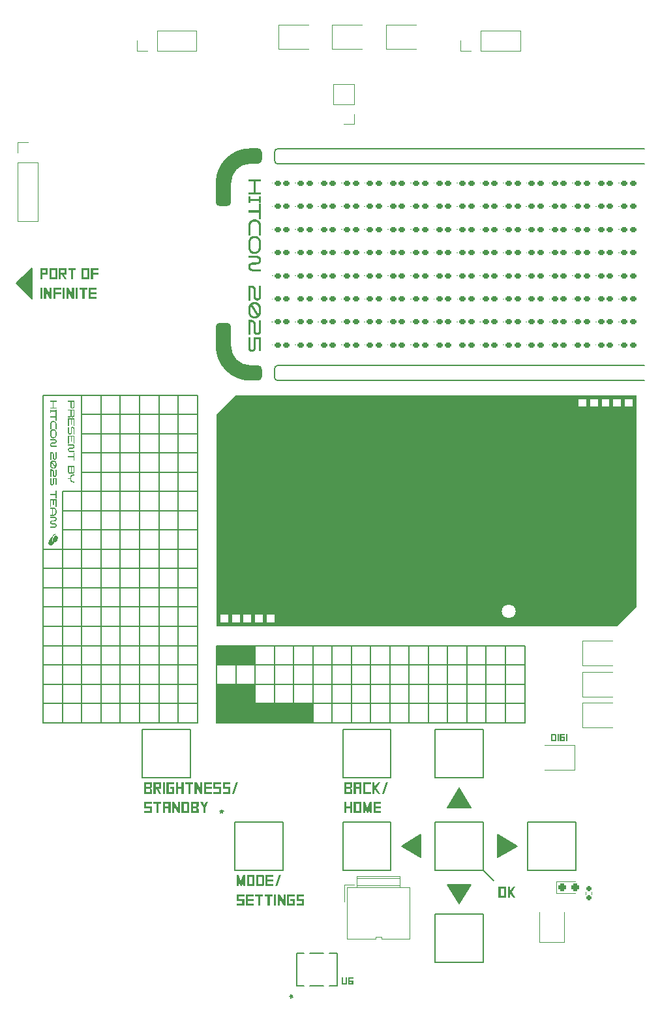
<source format=gbr>
%TF.GenerationSoftware,KiCad,Pcbnew,8.0.8*%
%TF.CreationDate,2025-07-10T22:25:39+08:00*%
%TF.ProjectId,pcb_badge,7063625f-6261-4646-9765-2e6b69636164,rev?*%
%TF.SameCoordinates,Original*%
%TF.FileFunction,Legend,Top*%
%TF.FilePolarity,Positive*%
%FSLAX46Y46*%
G04 Gerber Fmt 4.6, Leading zero omitted, Abs format (unit mm)*
G04 Created by KiCad (PCBNEW 8.0.8) date 2025-07-10 22:25:39*
%MOMM*%
%LPD*%
G01*
G04 APERTURE LIST*
G04 Aperture macros list*
%AMRoundRect*
0 Rectangle with rounded corners*
0 $1 Rounding radius*
0 $2 $3 $4 $5 $6 $7 $8 $9 X,Y pos of 4 corners*
0 Add a 4 corners polygon primitive as box body*
4,1,4,$2,$3,$4,$5,$6,$7,$8,$9,$2,$3,0*
0 Add four circle primitives for the rounded corners*
1,1,$1+$1,$2,$3*
1,1,$1+$1,$4,$5*
1,1,$1+$1,$6,$7*
1,1,$1+$1,$8,$9*
0 Add four rect primitives between the rounded corners*
20,1,$1+$1,$2,$3,$4,$5,0*
20,1,$1+$1,$4,$5,$6,$7,0*
20,1,$1+$1,$6,$7,$8,$9,0*
20,1,$1+$1,$8,$9,$2,$3,0*%
G04 Aperture macros list end*
%ADD10C,0.150000*%
%ADD11C,0.000000*%
%ADD12C,0.200000*%
%ADD13C,0.120000*%
%ADD14C,0.100000*%
%ADD15C,0.152400*%
%ADD16R,1.700000X1.700000*%
%ADD17O,1.700000X1.700000*%
%ADD18RoundRect,0.160000X-0.222500X-0.160000X0.222500X-0.160000X0.222500X0.160000X-0.222500X0.160000X0*%
%ADD19R,2.200000X2.500000*%
%ADD20R,2.200000X1.550000*%
%ADD21R,1.524000X0.762000*%
%ADD22R,2.500000X2.200000*%
%ADD23R,1.550000X2.200000*%
%ADD24R,0.700000X1.400000*%
%ADD25R,3.000000X3.000000*%
%ADD26C,3.000000*%
%ADD27RoundRect,0.237500X-0.287500X-0.237500X0.287500X-0.237500X0.287500X0.237500X-0.287500X0.237500X0*%
%ADD28RoundRect,0.160000X0.160000X-0.197500X0.160000X0.197500X-0.160000X0.197500X-0.160000X-0.197500X0*%
%ADD29C,0.750000*%
%ADD30O,1.800000X1.200000*%
%ADD31O,2.000000X1.200000*%
%ADD32C,1.800000*%
G04 APERTURE END LIST*
D10*
X83000000Y-80500000D02*
X83000000Y-110500000D01*
X113000000Y-113000000D02*
X113000000Y-123000000D01*
X138000000Y-113000000D02*
X138000000Y-123000000D01*
X80500000Y-113000000D02*
X80500000Y-123000000D01*
X95500000Y-80500000D02*
X95500000Y-110500000D01*
X98000000Y-103000000D02*
X78000000Y-103000000D01*
D11*
G36*
X81724233Y-86866723D02*
G01*
X81762663Y-86870289D01*
X81799277Y-86876217D01*
X81833951Y-86884494D01*
X81866562Y-86895108D01*
X81882055Y-86901287D01*
X81896985Y-86908045D01*
X81911339Y-86915381D01*
X81925098Y-86923293D01*
X81938250Y-86931779D01*
X81950777Y-86940838D01*
X81962665Y-86950469D01*
X81973898Y-86960669D01*
X81984460Y-86971437D01*
X81994337Y-86982772D01*
X82003512Y-86994672D01*
X82011970Y-87007135D01*
X82019697Y-87020159D01*
X82026675Y-87033744D01*
X82032891Y-87047887D01*
X82038328Y-87062588D01*
X82042970Y-87077843D01*
X82046804Y-87093652D01*
X82049812Y-87110013D01*
X82051980Y-87126925D01*
X82053292Y-87144386D01*
X82053733Y-87162394D01*
X82053343Y-87179344D01*
X82052179Y-87195813D01*
X82050253Y-87211797D01*
X82047577Y-87227293D01*
X82044161Y-87242296D01*
X82040016Y-87256803D01*
X82035154Y-87270810D01*
X82029586Y-87284313D01*
X82023323Y-87297309D01*
X82016376Y-87309794D01*
X82008756Y-87321764D01*
X82000476Y-87333216D01*
X81991545Y-87344145D01*
X81981975Y-87354549D01*
X81971778Y-87364422D01*
X81960963Y-87373763D01*
X81949544Y-87382566D01*
X81937530Y-87390828D01*
X81924933Y-87398546D01*
X81911765Y-87405715D01*
X81898036Y-87412332D01*
X81883757Y-87418393D01*
X81868940Y-87423895D01*
X81853596Y-87428833D01*
X81837737Y-87433205D01*
X81821372Y-87437005D01*
X81804514Y-87440231D01*
X81787174Y-87442879D01*
X81769363Y-87444945D01*
X81751092Y-87446426D01*
X81732372Y-87447317D01*
X81713214Y-87447615D01*
X81585156Y-87447615D01*
X81556195Y-87448162D01*
X81529318Y-87449809D01*
X81504496Y-87452564D01*
X81481700Y-87456437D01*
X81460898Y-87461435D01*
X81442062Y-87467567D01*
X81425162Y-87474841D01*
X81417428Y-87478910D01*
X81410167Y-87483267D01*
X81403375Y-87487914D01*
X81397048Y-87492852D01*
X81391183Y-87498082D01*
X81385775Y-87503606D01*
X81380822Y-87509423D01*
X81376319Y-87515536D01*
X81372262Y-87521945D01*
X81368648Y-87528651D01*
X81365474Y-87535656D01*
X81362734Y-87542960D01*
X81360427Y-87550565D01*
X81358547Y-87558472D01*
X81357092Y-87566681D01*
X81356057Y-87575194D01*
X81355233Y-87593135D01*
X81355455Y-87602292D01*
X81356122Y-87611207D01*
X81357235Y-87619877D01*
X81358797Y-87628299D01*
X81360809Y-87636469D01*
X81363272Y-87644384D01*
X81366187Y-87652042D01*
X81369558Y-87659438D01*
X81373384Y-87666570D01*
X81377669Y-87673435D01*
X81382412Y-87680028D01*
X81387617Y-87686348D01*
X81393284Y-87692391D01*
X81399416Y-87698153D01*
X81406013Y-87703632D01*
X81413078Y-87708825D01*
X81420611Y-87713727D01*
X81428615Y-87718336D01*
X81437091Y-87722649D01*
X81446041Y-87726662D01*
X81455467Y-87730373D01*
X81465369Y-87733778D01*
X81475750Y-87736874D01*
X81486611Y-87739657D01*
X81497954Y-87742125D01*
X81509780Y-87744274D01*
X81522091Y-87746102D01*
X81534889Y-87747604D01*
X81548175Y-87748778D01*
X81561950Y-87749620D01*
X81576217Y-87750128D01*
X81590977Y-87750298D01*
X82042091Y-87750298D01*
X82042091Y-87889998D01*
X81593887Y-87889998D01*
X81571301Y-87889625D01*
X81549383Y-87888517D01*
X81528136Y-87886689D01*
X81507564Y-87884154D01*
X81487670Y-87880930D01*
X81468457Y-87877029D01*
X81449928Y-87872468D01*
X81432086Y-87867260D01*
X81414936Y-87861422D01*
X81398479Y-87854968D01*
X81382719Y-87847912D01*
X81367659Y-87840271D01*
X81353303Y-87832058D01*
X81339654Y-87823289D01*
X81326714Y-87813978D01*
X81314487Y-87804141D01*
X81302977Y-87793792D01*
X81292186Y-87782946D01*
X81282118Y-87771619D01*
X81272775Y-87759825D01*
X81264162Y-87747579D01*
X81256280Y-87734896D01*
X81249134Y-87721791D01*
X81242727Y-87708279D01*
X81237062Y-87694374D01*
X81232141Y-87680093D01*
X81227969Y-87665449D01*
X81224549Y-87650457D01*
X81221882Y-87635133D01*
X81219974Y-87619491D01*
X81218827Y-87603547D01*
X81218443Y-87587315D01*
X81218834Y-87571150D01*
X81219996Y-87555400D01*
X81221918Y-87540072D01*
X81224588Y-87525173D01*
X81227994Y-87510709D01*
X81232122Y-87496686D01*
X81236962Y-87483110D01*
X81242500Y-87469989D01*
X81248724Y-87457328D01*
X81255623Y-87445134D01*
X81263184Y-87433413D01*
X81271394Y-87422172D01*
X81280241Y-87411417D01*
X81289714Y-87401154D01*
X81299799Y-87391390D01*
X81310485Y-87382131D01*
X81321760Y-87373384D01*
X81333610Y-87365154D01*
X81346025Y-87357450D01*
X81358990Y-87350275D01*
X81372496Y-87343639D01*
X81386528Y-87337545D01*
X81401075Y-87332002D01*
X81416124Y-87327015D01*
X81431664Y-87322591D01*
X81447682Y-87318736D01*
X81464166Y-87315456D01*
X81481103Y-87312758D01*
X81498481Y-87310649D01*
X81516289Y-87309135D01*
X81534513Y-87308221D01*
X81553141Y-87307915D01*
X81681200Y-87307915D01*
X81708308Y-87307465D01*
X81733945Y-87306091D01*
X81758073Y-87303752D01*
X81780654Y-87300412D01*
X81801649Y-87296031D01*
X81821019Y-87290572D01*
X81838727Y-87283996D01*
X81854733Y-87276265D01*
X81862087Y-87271954D01*
X81869000Y-87267339D01*
X81875470Y-87262417D01*
X81881490Y-87257182D01*
X81887056Y-87251629D01*
X81892163Y-87245754D01*
X81896807Y-87239552D01*
X81900982Y-87233018D01*
X81904683Y-87226146D01*
X81907907Y-87218934D01*
X81910648Y-87211375D01*
X81912902Y-87203464D01*
X81914663Y-87195198D01*
X81915927Y-87186571D01*
X81916688Y-87177578D01*
X81916943Y-87168215D01*
X81916738Y-87159554D01*
X81916120Y-87151037D01*
X81915085Y-87142674D01*
X81913629Y-87134473D01*
X81911750Y-87126442D01*
X81909442Y-87118590D01*
X81906703Y-87110926D01*
X81903528Y-87103459D01*
X81899914Y-87096195D01*
X81895858Y-87089145D01*
X81891355Y-87082317D01*
X81886401Y-87075719D01*
X81880994Y-87069359D01*
X81875128Y-87063247D01*
X81868801Y-87057391D01*
X81862009Y-87051799D01*
X81854748Y-87046480D01*
X81847015Y-87041442D01*
X81838804Y-87036694D01*
X81830114Y-87032244D01*
X81820940Y-87028102D01*
X81811278Y-87024275D01*
X81801125Y-87020772D01*
X81790477Y-87017601D01*
X81779330Y-87014772D01*
X81767680Y-87012292D01*
X81755524Y-87010170D01*
X81742858Y-87008415D01*
X81729679Y-87007035D01*
X81715982Y-87006039D01*
X81701764Y-87005435D01*
X81687021Y-87005232D01*
X81230085Y-87005232D01*
X81230085Y-86865532D01*
X81684145Y-86865532D01*
X81724233Y-86866723D01*
G37*
D10*
X108000000Y-49000000D02*
G75*
G02*
X108500000Y-48500000I500000J0D01*
G01*
X98000000Y-115500000D02*
X78000000Y-115500000D01*
X83000000Y-113000000D02*
X83000000Y-123000000D01*
X105500000Y-120500000D02*
X100500000Y-120500000D01*
X100500000Y-118000000D01*
X105500000Y-118000000D01*
X105500000Y-120500000D01*
G36*
X105500000Y-120500000D02*
G01*
X100500000Y-120500000D01*
X100500000Y-118000000D01*
X105500000Y-118000000D01*
X105500000Y-120500000D01*
G37*
D11*
G36*
X105882881Y-48461365D02*
G01*
X105882881Y-48461365D01*
G75*
G02*
X106382881Y-48961365I19J-500035D01*
G01*
X106382881Y-49961365D01*
G75*
G02*
X105882881Y-50461365I-499981J-35D01*
G01*
X104882881Y-50461365D01*
G75*
G03*
X102382881Y-52961365I19J-2500035D01*
G01*
X102382881Y-55461365D01*
G75*
G02*
X101882881Y-55961365I-499981J-35D01*
G01*
X100882881Y-55961365D01*
G75*
G02*
X100382881Y-55461365I19J499965D01*
G01*
X100382881Y-52961365D01*
G75*
G02*
X104882881Y-48461365I4499999J5D01*
G01*
X105882881Y-48461365D01*
G37*
D10*
X140500000Y-120500000D02*
X100500000Y-120500000D01*
D11*
G36*
X155000000Y-82500000D02*
G01*
X147500000Y-82500000D01*
X147500000Y-82000000D01*
X148500000Y-82000000D01*
X148500000Y-81000000D01*
X149000000Y-81000000D01*
X149000000Y-82000000D01*
X150000000Y-82000000D01*
X150000000Y-81000000D01*
X150500000Y-81000000D01*
X150500000Y-82000000D01*
X151500000Y-82000000D01*
X151500000Y-81000000D01*
X152000000Y-81000000D01*
X152000000Y-82000000D01*
X153000000Y-82000000D01*
X153000000Y-81000000D01*
X153500000Y-81000000D01*
X153500000Y-82000000D01*
X154500000Y-82000000D01*
X154500000Y-81000000D01*
X153500000Y-81000000D01*
X153000000Y-81000000D01*
X152000000Y-81000000D01*
X151500000Y-81000000D01*
X150500000Y-81000000D01*
X150000000Y-81000000D01*
X149000000Y-81000000D01*
X148500000Y-81000000D01*
X147500000Y-81000000D01*
X147500000Y-80500000D01*
X155000000Y-80500000D01*
X155000000Y-82500000D01*
G37*
D10*
X108500000Y-76618384D02*
X156000000Y-76618384D01*
D11*
G36*
X106256116Y-57668852D02*
G01*
X106000000Y-57668852D01*
X106000000Y-56795727D01*
X104629193Y-56795727D01*
X104629193Y-56519237D01*
X106000000Y-56519237D01*
X106000000Y-55646112D01*
X106256116Y-55646112D01*
X106256116Y-57668852D01*
G37*
D10*
X108500000Y-78618384D02*
X156000000Y-78618384D01*
D11*
G36*
X82042091Y-90925561D02*
G01*
X81911123Y-90925561D01*
X81896544Y-90925867D01*
X81882281Y-90926777D01*
X81868345Y-90928283D01*
X81854745Y-90930376D01*
X81841489Y-90933047D01*
X81828589Y-90936286D01*
X81816054Y-90940084D01*
X81803892Y-90944434D01*
X81792114Y-90949324D01*
X81780729Y-90954747D01*
X81769748Y-90960694D01*
X81759178Y-90967154D01*
X81749031Y-90974120D01*
X81739316Y-90981582D01*
X81730041Y-90989531D01*
X81721218Y-90997958D01*
X81712855Y-91006854D01*
X81704962Y-91016210D01*
X81697549Y-91026017D01*
X81690624Y-91036265D01*
X81684199Y-91046947D01*
X81678282Y-91058052D01*
X81672883Y-91069571D01*
X81668012Y-91081496D01*
X81663678Y-91093818D01*
X81659890Y-91106527D01*
X81656659Y-91119614D01*
X81653994Y-91133071D01*
X81651905Y-91146888D01*
X81650400Y-91161056D01*
X81649490Y-91175566D01*
X81649185Y-91190410D01*
X81649185Y-91429064D01*
X81649490Y-91443651D01*
X81650400Y-91457938D01*
X81651905Y-91471913D01*
X81653994Y-91485567D01*
X81656659Y-91498888D01*
X81659890Y-91511866D01*
X81663678Y-91524490D01*
X81668012Y-91536749D01*
X81672883Y-91548634D01*
X81678282Y-91560132D01*
X81684199Y-91571234D01*
X81690624Y-91581929D01*
X81697549Y-91592206D01*
X81704962Y-91602055D01*
X81712855Y-91611464D01*
X81721218Y-91620424D01*
X81730041Y-91628923D01*
X81739316Y-91636952D01*
X81749031Y-91644498D01*
X81759178Y-91651552D01*
X81769748Y-91658103D01*
X81780729Y-91664140D01*
X81792114Y-91669653D01*
X81803892Y-91674631D01*
X81816054Y-91679063D01*
X81828589Y-91682938D01*
X81841489Y-91686247D01*
X81854745Y-91688978D01*
X81868345Y-91691121D01*
X81882281Y-91692664D01*
X81896544Y-91693598D01*
X81911123Y-91693912D01*
X82042091Y-91693912D01*
X82042091Y-91833612D01*
X81911123Y-91833612D01*
X81888717Y-91833137D01*
X81866803Y-91831723D01*
X81845396Y-91829384D01*
X81824509Y-91826137D01*
X81804158Y-91821997D01*
X81784355Y-91816979D01*
X81765117Y-91811098D01*
X81746457Y-91804371D01*
X81728389Y-91796813D01*
X81710928Y-91788438D01*
X81694089Y-91779264D01*
X81677886Y-91769304D01*
X81662332Y-91758575D01*
X81647444Y-91747091D01*
X81633234Y-91734869D01*
X81619717Y-91721924D01*
X81606908Y-91708271D01*
X81594822Y-91693926D01*
X81583471Y-91678904D01*
X81572872Y-91663221D01*
X81563038Y-91646892D01*
X81553983Y-91629933D01*
X81545723Y-91612358D01*
X81538271Y-91594184D01*
X81531642Y-91575426D01*
X81525850Y-91556099D01*
X81520909Y-91536219D01*
X81516835Y-91515802D01*
X81513641Y-91494862D01*
X81511342Y-91473415D01*
X81509952Y-91451478D01*
X81509485Y-91429064D01*
X81509485Y-91379587D01*
X81230085Y-91379587D01*
X81230085Y-91239887D01*
X81509485Y-91239887D01*
X81509485Y-91190411D01*
X81509960Y-91167997D01*
X81511374Y-91146059D01*
X81513711Y-91124612D01*
X81516954Y-91103672D01*
X81521089Y-91083255D01*
X81526099Y-91063375D01*
X81531968Y-91044048D01*
X81538680Y-91025290D01*
X81546219Y-91007116D01*
X81554570Y-90989541D01*
X81563715Y-90972582D01*
X81573639Y-90956253D01*
X81584327Y-90940570D01*
X81595762Y-90925548D01*
X81607928Y-90911203D01*
X81620809Y-90897550D01*
X81634389Y-90884605D01*
X81648652Y-90872383D01*
X81663583Y-90860900D01*
X81679165Y-90850170D01*
X81695382Y-90840211D01*
X81712218Y-90831036D01*
X81729658Y-90822662D01*
X81747685Y-90815103D01*
X81766283Y-90808376D01*
X81785436Y-90802496D01*
X81805129Y-90797478D01*
X81825345Y-90793338D01*
X81846068Y-90790090D01*
X81867283Y-90787752D01*
X81888973Y-90786338D01*
X81911123Y-90785863D01*
X82042091Y-90785863D01*
X82042091Y-90925561D01*
G37*
D10*
X98000000Y-120500000D02*
X78000000Y-120500000D01*
X105500000Y-115500000D02*
X100500000Y-115500000D01*
X100500000Y-113000000D01*
X105500000Y-113000000D01*
X105500000Y-115500000D01*
G36*
X105500000Y-115500000D02*
G01*
X100500000Y-115500000D01*
X100500000Y-113000000D01*
X105500000Y-113000000D01*
X105500000Y-115500000D01*
G37*
X130500000Y-113000000D02*
X130500000Y-123000000D01*
X93000000Y-80500000D02*
X93000000Y-110500000D01*
X140500000Y-118000000D02*
X100500000Y-118000000D01*
X103000000Y-113000000D02*
X103000000Y-123000000D01*
D11*
G36*
X79395899Y-86203148D02*
G01*
X79434330Y-86206714D01*
X79470944Y-86212642D01*
X79505618Y-86220919D01*
X79538228Y-86231533D01*
X79553721Y-86237712D01*
X79568652Y-86244470D01*
X79583005Y-86251806D01*
X79596765Y-86259718D01*
X79609916Y-86268204D01*
X79622444Y-86277263D01*
X79634332Y-86286894D01*
X79645564Y-86297094D01*
X79656127Y-86307862D01*
X79666003Y-86319197D01*
X79675179Y-86331097D01*
X79683637Y-86343560D01*
X79691363Y-86356584D01*
X79698342Y-86370169D01*
X79704557Y-86384312D01*
X79709994Y-86399013D01*
X79714637Y-86414268D01*
X79718470Y-86430077D01*
X79721479Y-86446438D01*
X79723647Y-86463350D01*
X79724959Y-86480811D01*
X79725400Y-86498819D01*
X79725009Y-86515769D01*
X79723846Y-86532238D01*
X79721920Y-86548222D01*
X79719244Y-86563717D01*
X79715827Y-86578720D01*
X79711683Y-86593227D01*
X79706821Y-86607234D01*
X79701252Y-86620738D01*
X79694989Y-86633734D01*
X79688043Y-86646219D01*
X79680423Y-86658189D01*
X79672143Y-86669640D01*
X79663212Y-86680570D01*
X79653642Y-86690973D01*
X79643444Y-86700847D01*
X79632630Y-86710187D01*
X79621211Y-86718990D01*
X79609197Y-86727253D01*
X79596600Y-86734970D01*
X79583432Y-86742139D01*
X79569703Y-86748756D01*
X79555424Y-86754818D01*
X79540607Y-86760319D01*
X79525263Y-86765258D01*
X79509403Y-86769629D01*
X79493039Y-86773430D01*
X79476181Y-86776656D01*
X79458841Y-86779304D01*
X79441030Y-86781370D01*
X79422758Y-86782850D01*
X79404039Y-86783741D01*
X79384881Y-86784039D01*
X79256823Y-86784039D01*
X79227861Y-86784586D01*
X79200985Y-86786233D01*
X79176163Y-86788989D01*
X79153367Y-86792861D01*
X79132565Y-86797859D01*
X79113729Y-86803991D01*
X79096829Y-86811266D01*
X79089095Y-86815334D01*
X79081834Y-86819692D01*
X79075042Y-86824339D01*
X79068715Y-86829277D01*
X79062850Y-86834507D01*
X79057442Y-86840031D01*
X79052489Y-86845848D01*
X79047986Y-86851961D01*
X79043929Y-86858370D01*
X79040315Y-86865076D01*
X79037141Y-86872081D01*
X79034401Y-86879385D01*
X79032094Y-86886990D01*
X79030214Y-86894896D01*
X79028759Y-86903106D01*
X79027724Y-86911619D01*
X79026900Y-86929560D01*
X79027122Y-86938717D01*
X79027789Y-86947632D01*
X79028902Y-86956302D01*
X79030464Y-86964724D01*
X79032476Y-86972894D01*
X79034939Y-86980809D01*
X79037854Y-86988467D01*
X79041225Y-86995863D01*
X79045051Y-87002995D01*
X79049336Y-87009860D01*
X79054079Y-87016453D01*
X79059284Y-87022773D01*
X79064951Y-87028816D01*
X79071083Y-87034578D01*
X79077680Y-87040057D01*
X79084745Y-87045249D01*
X79092278Y-87050152D01*
X79100282Y-87054761D01*
X79108758Y-87059074D01*
X79117708Y-87063087D01*
X79127134Y-87066798D01*
X79137036Y-87070202D01*
X79147417Y-87073298D01*
X79158278Y-87076081D01*
X79169621Y-87078549D01*
X79181447Y-87080699D01*
X79193758Y-87082526D01*
X79206556Y-87084028D01*
X79219842Y-87085202D01*
X79233617Y-87086045D01*
X79247884Y-87086553D01*
X79262644Y-87086723D01*
X79710848Y-87086723D01*
X79710848Y-87226423D01*
X79262644Y-87226423D01*
X79240057Y-87226050D01*
X79218139Y-87224942D01*
X79196893Y-87223113D01*
X79176320Y-87220579D01*
X79156426Y-87217354D01*
X79137213Y-87213454D01*
X79118684Y-87208892D01*
X79100843Y-87203685D01*
X79083692Y-87197847D01*
X79067235Y-87191392D01*
X79051475Y-87184337D01*
X79036416Y-87176695D01*
X79022060Y-87168482D01*
X79008410Y-87159713D01*
X78995470Y-87150402D01*
X78983244Y-87140565D01*
X78971733Y-87130216D01*
X78960942Y-87119371D01*
X78950874Y-87108044D01*
X78941532Y-87096250D01*
X78932918Y-87084004D01*
X78925037Y-87071321D01*
X78917891Y-87058216D01*
X78911484Y-87044703D01*
X78905818Y-87030799D01*
X78900898Y-87016517D01*
X78896726Y-87001873D01*
X78893305Y-86986881D01*
X78890639Y-86971557D01*
X78888730Y-86955916D01*
X78887583Y-86939971D01*
X78887200Y-86923739D01*
X78887590Y-86907573D01*
X78888753Y-86891824D01*
X78890675Y-86876496D01*
X78893345Y-86861597D01*
X78896750Y-86847133D01*
X78900879Y-86833109D01*
X78905718Y-86819534D01*
X78911256Y-86806413D01*
X78917481Y-86793752D01*
X78924380Y-86781558D01*
X78931940Y-86769837D01*
X78940150Y-86758596D01*
X78948998Y-86747840D01*
X78958470Y-86737577D01*
X78968556Y-86727813D01*
X78979242Y-86718555D01*
X78990516Y-86709807D01*
X79002367Y-86701578D01*
X79014781Y-86693873D01*
X79027747Y-86686699D01*
X79041252Y-86680062D01*
X79055284Y-86673969D01*
X79069831Y-86668426D01*
X79084881Y-86663439D01*
X79100421Y-86659014D01*
X79116439Y-86655159D01*
X79132922Y-86651880D01*
X79149859Y-86649182D01*
X79167238Y-86647073D01*
X79185045Y-86645558D01*
X79203269Y-86644645D01*
X79221898Y-86644339D01*
X79349956Y-86644339D01*
X79377064Y-86643889D01*
X79402702Y-86642514D01*
X79426830Y-86640176D01*
X79449411Y-86636836D01*
X79470405Y-86632455D01*
X79489776Y-86626996D01*
X79507483Y-86620420D01*
X79523490Y-86612689D01*
X79530843Y-86608378D01*
X79537757Y-86603763D01*
X79544226Y-86598841D01*
X79550246Y-86593606D01*
X79555812Y-86588053D01*
X79560919Y-86582178D01*
X79565563Y-86575976D01*
X79569738Y-86569442D01*
X79573440Y-86562571D01*
X79576664Y-86555358D01*
X79579405Y-86547799D01*
X79581658Y-86539888D01*
X79583419Y-86531622D01*
X79584683Y-86522995D01*
X79585445Y-86514002D01*
X79585700Y-86504639D01*
X79585495Y-86495978D01*
X79584876Y-86487461D01*
X79583841Y-86479098D01*
X79582386Y-86470897D01*
X79580506Y-86462866D01*
X79578199Y-86455015D01*
X79575459Y-86447351D01*
X79572285Y-86439883D01*
X79568671Y-86432620D01*
X79564614Y-86425570D01*
X79560111Y-86418741D01*
X79555158Y-86412143D01*
X79549750Y-86405784D01*
X79543885Y-86399671D01*
X79537558Y-86393815D01*
X79530766Y-86388223D01*
X79523505Y-86382904D01*
X79515771Y-86377866D01*
X79507561Y-86373118D01*
X79498871Y-86368669D01*
X79489696Y-86364526D01*
X79480035Y-86360699D01*
X79469882Y-86357196D01*
X79459233Y-86354026D01*
X79448086Y-86351196D01*
X79436437Y-86348717D01*
X79424281Y-86346595D01*
X79411615Y-86344840D01*
X79398435Y-86343460D01*
X79384738Y-86342464D01*
X79370520Y-86341860D01*
X79355777Y-86341657D01*
X78898842Y-86341657D01*
X78898842Y-86201957D01*
X79355777Y-86201957D01*
X79355777Y-86201956D01*
X79395899Y-86203148D01*
G37*
G36*
X79587662Y-98705387D02*
G01*
X79599303Y-98708297D01*
X79616766Y-98714118D01*
X79634228Y-98722849D01*
X79657512Y-98731580D01*
X79680795Y-98743222D01*
X79704078Y-98757774D01*
X79718631Y-98763595D01*
X79730272Y-98772326D01*
X79744824Y-98783968D01*
X79759376Y-98792699D01*
X79771018Y-98804341D01*
X79785570Y-98815982D01*
X79800122Y-98827624D01*
X79811764Y-98842176D01*
X79826316Y-98856728D01*
X79837958Y-98871280D01*
X79849599Y-98888743D01*
X79861241Y-98903295D01*
X79872883Y-98923668D01*
X79884524Y-98941130D01*
X79893256Y-98961503D01*
X79901987Y-98981876D01*
X79901987Y-98978966D01*
X79904897Y-98987697D01*
X79907808Y-98993518D01*
X79910718Y-99002249D01*
X79910718Y-99048816D01*
X79904897Y-99057547D01*
X79901987Y-99072099D01*
X79896166Y-99089562D01*
X79890345Y-99107024D01*
X79881614Y-99124487D01*
X79872883Y-99141949D01*
X79855420Y-99176874D01*
X79849599Y-99194337D01*
X79840868Y-99214709D01*
X79832137Y-99232172D01*
X79826316Y-99252545D01*
X79797212Y-99354409D01*
X79788481Y-99377693D01*
X79779749Y-99400976D01*
X79771018Y-99424260D01*
X79762287Y-99444632D01*
X79750645Y-99465005D01*
X79739003Y-99485378D01*
X79733183Y-99494109D01*
X79724451Y-99499930D01*
X79718631Y-99508662D01*
X79709899Y-99517393D01*
X79701168Y-99523214D01*
X79692437Y-99529034D01*
X79683706Y-99534855D01*
X79672064Y-99540676D01*
X79660422Y-99543587D01*
X79651691Y-99549407D01*
X79637139Y-99552318D01*
X79625497Y-99555228D01*
X79584751Y-99558139D01*
X79546916Y-99561049D01*
X79509081Y-99563960D01*
X79474156Y-99563960D01*
X79445051Y-99561049D01*
X79415947Y-99558139D01*
X79389753Y-99555228D01*
X79363560Y-99552318D01*
X79343187Y-99546497D01*
X79325724Y-99543587D01*
X79296620Y-99531945D01*
X79273337Y-99523214D01*
X79267516Y-99514482D01*
X79261695Y-99505751D01*
X79255874Y-99491199D01*
X79250053Y-99473737D01*
X79247143Y-99462095D01*
X79244233Y-99453364D01*
X79238412Y-99438812D01*
X79238412Y-99427170D01*
X79235501Y-99412618D01*
X79232591Y-99395155D01*
X79229681Y-99380603D01*
X79229681Y-99325305D01*
X79232591Y-99304932D01*
X79232591Y-99281649D01*
X79238412Y-99258366D01*
X79241322Y-99235082D01*
X79247143Y-99211799D01*
X79252964Y-99185605D01*
X79261695Y-99159412D01*
X79270426Y-99133218D01*
X79282068Y-99104114D01*
X79293710Y-99075010D01*
X79308262Y-99042995D01*
X79322814Y-99010980D01*
X79354828Y-98952772D01*
X79383933Y-98900385D01*
X79410126Y-98856728D01*
X79436320Y-98818893D01*
X79459603Y-98789789D01*
X79479976Y-98763595D01*
X79497439Y-98743222D01*
X79514901Y-98728670D01*
X79529453Y-98717028D01*
X79544006Y-98711207D01*
X79552737Y-98705387D01*
X79561468Y-98702476D01*
X79578931Y-98702476D01*
X79587662Y-98705387D01*
G37*
D10*
X98000000Y-90500000D02*
X83000000Y-90500000D01*
X139500000Y-139000000D02*
X137000000Y-140500000D01*
X137000000Y-137500000D01*
X139500000Y-139000000D01*
G36*
X139500000Y-139000000D02*
G01*
X137000000Y-140500000D01*
X137000000Y-137500000D01*
X139500000Y-139000000D01*
G37*
D11*
G36*
X82042091Y-84531377D02*
G01*
X81914033Y-84531377D01*
X81914033Y-83661163D01*
X81698662Y-83661163D01*
X81698662Y-84298544D01*
X81570604Y-84298544D01*
X81570604Y-83661162D01*
X81355233Y-83661162D01*
X81355233Y-84531377D01*
X81227175Y-84531377D01*
X81227175Y-83521462D01*
X82042091Y-83521462D01*
X82042091Y-84531377D01*
G37*
D10*
X108000000Y-77118384D02*
X108000000Y-78118384D01*
D11*
G36*
X105058153Y-70740170D02*
G01*
X105087718Y-70742065D01*
X105116596Y-70745198D01*
X105144769Y-70749549D01*
X105172217Y-70755099D01*
X105198922Y-70761826D01*
X105224863Y-70769711D01*
X105250022Y-70778733D01*
X105274379Y-70788872D01*
X105297916Y-70800108D01*
X105320612Y-70812420D01*
X105342450Y-70825789D01*
X105363410Y-70840193D01*
X105383472Y-70855613D01*
X105402617Y-70872029D01*
X105420827Y-70889420D01*
X105438081Y-70907765D01*
X105454362Y-70927046D01*
X105469649Y-70947241D01*
X105483924Y-70968330D01*
X105497166Y-70990294D01*
X105509358Y-71013111D01*
X105520480Y-71036761D01*
X105530513Y-71061225D01*
X105539437Y-71086482D01*
X105547234Y-71112511D01*
X105553883Y-71139293D01*
X105559367Y-71166807D01*
X105563665Y-71195033D01*
X105566760Y-71223951D01*
X105568630Y-71253540D01*
X105569258Y-71283781D01*
X105569258Y-72197651D01*
X105569512Y-72209536D01*
X105570270Y-72221173D01*
X105571522Y-72232555D01*
X105573260Y-72243672D01*
X105575475Y-72254517D01*
X105578160Y-72265080D01*
X105581305Y-72275353D01*
X105584901Y-72285328D01*
X105588942Y-72294995D01*
X105593417Y-72304348D01*
X105598318Y-72313376D01*
X105603637Y-72322072D01*
X105609366Y-72330426D01*
X105615495Y-72338431D01*
X105622016Y-72346078D01*
X105628921Y-72353358D01*
X105636202Y-72360264D01*
X105643849Y-72366785D01*
X105651854Y-72372914D01*
X105660208Y-72378643D01*
X105668904Y-72383962D01*
X105677932Y-72388863D01*
X105687285Y-72393338D01*
X105696952Y-72397378D01*
X105706927Y-72400975D01*
X105717200Y-72404120D01*
X105727763Y-72406804D01*
X105738608Y-72409020D01*
X105749725Y-72410758D01*
X105761107Y-72412010D01*
X105772744Y-72412767D01*
X105784629Y-72413022D01*
X105796513Y-72412767D01*
X105808151Y-72412010D01*
X105819532Y-72410758D01*
X105830650Y-72409020D01*
X105841494Y-72406804D01*
X105852057Y-72404120D01*
X105862330Y-72400975D01*
X105872305Y-72397378D01*
X105881973Y-72393338D01*
X105891325Y-72388863D01*
X105900353Y-72383961D01*
X105909049Y-72378642D01*
X105917404Y-72372913D01*
X105925409Y-72366784D01*
X105933056Y-72360263D01*
X105940336Y-72353358D01*
X105947241Y-72346077D01*
X105953763Y-72338430D01*
X105959892Y-72330425D01*
X105965620Y-72322071D01*
X105970939Y-72313375D01*
X105975841Y-72304347D01*
X105980316Y-72294994D01*
X105984356Y-72285327D01*
X105987953Y-72275352D01*
X105991098Y-72265079D01*
X105993782Y-72254516D01*
X105995998Y-72243672D01*
X105997736Y-72232555D01*
X105998988Y-72221173D01*
X105999745Y-72209536D01*
X106000000Y-72197651D01*
X106000000Y-70786101D01*
X106256116Y-70786101D01*
X106256116Y-72226756D01*
X106255573Y-72252674D01*
X106253956Y-72278029D01*
X106251282Y-72302805D01*
X106247567Y-72326983D01*
X106242829Y-72350548D01*
X106237085Y-72373482D01*
X106230352Y-72395767D01*
X106222646Y-72417388D01*
X106213986Y-72438326D01*
X106204388Y-72458566D01*
X106193869Y-72478089D01*
X106182446Y-72496878D01*
X106170137Y-72514918D01*
X106156957Y-72532190D01*
X106142925Y-72548677D01*
X106128058Y-72564363D01*
X106112372Y-72579231D01*
X106095884Y-72593263D01*
X106078612Y-72606442D01*
X106060573Y-72618752D01*
X106041783Y-72630174D01*
X106022260Y-72640693D01*
X106002020Y-72650291D01*
X105981082Y-72658952D01*
X105959461Y-72666657D01*
X105937175Y-72673390D01*
X105914242Y-72679134D01*
X105890677Y-72683872D01*
X105866498Y-72687587D01*
X105841723Y-72690261D01*
X105816368Y-72691878D01*
X105790450Y-72692421D01*
X105778808Y-72692421D01*
X105753154Y-72691878D01*
X105728047Y-72690261D01*
X105703503Y-72687587D01*
X105679541Y-72683872D01*
X105656178Y-72679134D01*
X105633431Y-72673390D01*
X105611319Y-72666657D01*
X105589858Y-72658952D01*
X105569067Y-72650291D01*
X105548962Y-72640693D01*
X105529563Y-72630174D01*
X105510885Y-72618752D01*
X105492947Y-72606442D01*
X105475766Y-72593263D01*
X105459360Y-72579231D01*
X105443746Y-72564363D01*
X105428943Y-72548677D01*
X105414967Y-72532190D01*
X105401836Y-72514918D01*
X105389568Y-72496878D01*
X105378181Y-72478089D01*
X105367691Y-72458566D01*
X105358117Y-72438326D01*
X105349476Y-72417388D01*
X105341786Y-72395767D01*
X105335064Y-72373482D01*
X105329328Y-72350548D01*
X105324595Y-72326983D01*
X105320884Y-72302805D01*
X105318211Y-72278029D01*
X105316594Y-72252674D01*
X105316052Y-72226756D01*
X105316052Y-71330348D01*
X105315695Y-71312810D01*
X105314633Y-71295675D01*
X105312874Y-71278952D01*
X105310430Y-71262652D01*
X105307310Y-71246784D01*
X105303524Y-71231360D01*
X105299083Y-71216388D01*
X105293996Y-71201880D01*
X105288274Y-71187844D01*
X105281927Y-71174293D01*
X105274966Y-71161234D01*
X105267399Y-71148679D01*
X105259237Y-71136638D01*
X105250491Y-71125121D01*
X105241171Y-71114138D01*
X105231286Y-71103699D01*
X105220847Y-71093814D01*
X105209863Y-71084493D01*
X105198346Y-71075747D01*
X105186305Y-71067586D01*
X105173750Y-71060019D01*
X105160692Y-71053057D01*
X105147140Y-71046710D01*
X105133105Y-71040989D01*
X105118596Y-71035902D01*
X105103625Y-71031461D01*
X105088200Y-71027675D01*
X105072333Y-71024555D01*
X105056033Y-71022111D01*
X105039310Y-71020352D01*
X105022175Y-71019290D01*
X105004637Y-71018933D01*
X104908593Y-71018933D01*
X104908593Y-72692421D01*
X104629193Y-72692421D01*
X104629193Y-70739534D01*
X105027920Y-70739534D01*
X105058153Y-70740170D01*
G37*
G36*
X105449931Y-68422841D02*
G01*
X105494750Y-68423783D01*
X105538602Y-68426587D01*
X105581456Y-68431225D01*
X105623282Y-68437666D01*
X105664052Y-68445881D01*
X105703734Y-68455839D01*
X105742299Y-68467512D01*
X105779717Y-68480868D01*
X105815959Y-68495878D01*
X105850994Y-68512513D01*
X105884793Y-68530742D01*
X105917325Y-68550536D01*
X105948562Y-68571865D01*
X105978473Y-68594698D01*
X106007028Y-68619007D01*
X106034197Y-68644761D01*
X106059951Y-68671930D01*
X106084259Y-68700485D01*
X106107093Y-68730396D01*
X106128422Y-68761632D01*
X106148215Y-68794165D01*
X106166445Y-68827964D01*
X106183079Y-68862999D01*
X106198090Y-68899240D01*
X106211446Y-68936659D01*
X106223118Y-68975224D01*
X106233077Y-69014906D01*
X106241291Y-69055675D01*
X106247732Y-69097502D01*
X106252370Y-69140356D01*
X106255175Y-69184207D01*
X106256116Y-69229027D01*
X106256116Y-69729619D01*
X106255183Y-69774438D01*
X106252399Y-69818290D01*
X106247792Y-69861144D01*
X106241388Y-69902971D01*
X106233212Y-69943740D01*
X106223291Y-69983422D01*
X106211650Y-70021987D01*
X106198317Y-70059406D01*
X106183317Y-70095647D01*
X106166676Y-70130682D01*
X106148420Y-70164481D01*
X106128575Y-70197014D01*
X106107168Y-70228250D01*
X106084225Y-70258161D01*
X106059771Y-70286716D01*
X106033833Y-70313885D01*
X106006437Y-70339639D01*
X105977609Y-70363947D01*
X105947376Y-70386781D01*
X105915762Y-70408109D01*
X105882795Y-70427903D01*
X105848501Y-70446132D01*
X105812905Y-70462767D01*
X105776034Y-70477777D01*
X105737914Y-70491133D01*
X105698570Y-70502806D01*
X105658030Y-70512764D01*
X105616319Y-70520979D01*
X105573463Y-70527420D01*
X105529489Y-70532057D01*
X105484422Y-70534862D01*
X105438289Y-70535803D01*
X105392181Y-70534862D01*
X105347187Y-70532057D01*
X105303331Y-70527420D01*
X105260634Y-70520978D01*
X105219121Y-70512764D01*
X105178814Y-70502805D01*
X105139735Y-70491133D01*
X105101909Y-70477777D01*
X105065357Y-70462766D01*
X105030103Y-70446132D01*
X104996169Y-70427903D01*
X104963579Y-70408109D01*
X104932355Y-70386780D01*
X104902520Y-70363947D01*
X104874098Y-70339638D01*
X104847111Y-70313884D01*
X104821582Y-70286715D01*
X104797534Y-70258160D01*
X104774989Y-70228249D01*
X104753972Y-70197013D01*
X104734504Y-70164480D01*
X104716609Y-70130681D01*
X104700309Y-70095646D01*
X104685628Y-70059404D01*
X104672588Y-70021986D01*
X104661213Y-69983421D01*
X104651525Y-69943739D01*
X104643546Y-69902970D01*
X104637301Y-69861143D01*
X104632812Y-69818289D01*
X104630102Y-69774437D01*
X104629252Y-69732529D01*
X104629193Y-69729618D01*
X104629193Y-69231937D01*
X104908593Y-69231937D01*
X104908593Y-69732529D01*
X104909212Y-69761951D01*
X104911056Y-69790724D01*
X104914104Y-69818828D01*
X104918336Y-69846246D01*
X104923732Y-69872957D01*
X104930272Y-69898945D01*
X104937935Y-69924190D01*
X104946702Y-69948673D01*
X104956551Y-69972376D01*
X104967462Y-69995280D01*
X104979417Y-70017367D01*
X104992393Y-70038617D01*
X105006371Y-70059013D01*
X105021331Y-70078535D01*
X105037252Y-70097165D01*
X105054114Y-70114885D01*
X105071897Y-70131675D01*
X105090581Y-70147517D01*
X105110145Y-70162392D01*
X105130569Y-70176282D01*
X105151834Y-70189168D01*
X105173917Y-70201031D01*
X105196800Y-70211853D01*
X105220463Y-70221615D01*
X105244884Y-70230298D01*
X105270043Y-70237884D01*
X105295922Y-70244354D01*
X105322498Y-70249690D01*
X105349752Y-70253872D01*
X105377663Y-70256883D01*
X105406212Y-70258703D01*
X105435379Y-70259314D01*
X105460274Y-70258873D01*
X105484748Y-70257563D01*
X105508786Y-70255400D01*
X105532377Y-70252402D01*
X105555508Y-70248585D01*
X105578165Y-70243966D01*
X105600337Y-70238563D01*
X105622009Y-70232393D01*
X105643170Y-70225472D01*
X105663807Y-70217818D01*
X105683906Y-70209448D01*
X105703455Y-70200378D01*
X105722442Y-70190627D01*
X105740853Y-70180210D01*
X105758676Y-70169145D01*
X105775897Y-70157450D01*
X104959821Y-68984159D01*
X104954637Y-68995419D01*
X104948703Y-69009466D01*
X104943177Y-69023777D01*
X104938061Y-69038348D01*
X104933355Y-69053176D01*
X104929057Y-69068254D01*
X104925169Y-69083580D01*
X104921690Y-69099149D01*
X104918621Y-69114957D01*
X104915960Y-69130999D01*
X104913709Y-69147271D01*
X104911868Y-69163770D01*
X104910435Y-69180489D01*
X104909412Y-69197427D01*
X104908798Y-69214577D01*
X104908593Y-69231937D01*
X104629193Y-69231937D01*
X104629193Y-69229026D01*
X104630135Y-69184206D01*
X104632939Y-69140355D01*
X104637577Y-69097501D01*
X104644018Y-69055674D01*
X104652233Y-69014905D01*
X104662191Y-68975223D01*
X104673864Y-68936658D01*
X104687220Y-68899239D01*
X104702230Y-68862998D01*
X104718865Y-68827962D01*
X104737094Y-68794164D01*
X104743441Y-68783733D01*
X104743442Y-68783732D01*
X105135606Y-68783732D01*
X105135606Y-68783733D01*
X105938881Y-69942078D01*
X105947191Y-69917789D01*
X105954615Y-69892920D01*
X105957973Y-69880257D01*
X105961084Y-69867436D01*
X105963939Y-69854454D01*
X105966530Y-69841305D01*
X105968848Y-69827986D01*
X105970884Y-69814492D01*
X105972631Y-69800819D01*
X105974079Y-69786962D01*
X105975220Y-69772918D01*
X105976045Y-69758682D01*
X105976547Y-69744250D01*
X105976716Y-69729618D01*
X105976716Y-69229026D01*
X105976097Y-69199603D01*
X105974253Y-69170831D01*
X105971205Y-69142727D01*
X105966973Y-69115309D01*
X105961577Y-69088597D01*
X105955037Y-69062610D01*
X105947374Y-69037365D01*
X105938608Y-69012882D01*
X105928759Y-68989179D01*
X105917847Y-68966275D01*
X105905893Y-68944188D01*
X105892917Y-68922937D01*
X105878939Y-68902542D01*
X105863979Y-68883019D01*
X105848058Y-68864389D01*
X105831195Y-68846670D01*
X105813412Y-68829879D01*
X105794728Y-68814037D01*
X105775164Y-68799162D01*
X105754740Y-68785272D01*
X105733476Y-68772386D01*
X105711392Y-68760523D01*
X105688509Y-68749701D01*
X105664847Y-68739939D01*
X105640426Y-68731256D01*
X105615266Y-68723669D01*
X105589388Y-68717199D01*
X105562812Y-68711864D01*
X105535558Y-68707681D01*
X105507646Y-68704671D01*
X105479097Y-68702851D01*
X105449931Y-68702240D01*
X105435379Y-68702240D01*
X105413755Y-68702580D01*
X105392535Y-68703593D01*
X105371717Y-68705271D01*
X105351295Y-68707606D01*
X105331265Y-68710589D01*
X105311623Y-68714211D01*
X105292365Y-68718464D01*
X105273487Y-68723340D01*
X105254983Y-68728830D01*
X105236851Y-68734925D01*
X105219085Y-68741617D01*
X105201681Y-68748897D01*
X105184636Y-68756757D01*
X105167944Y-68765189D01*
X105151602Y-68774183D01*
X105135606Y-68783732D01*
X104743442Y-68783732D01*
X104756888Y-68761631D01*
X104778216Y-68730395D01*
X104801050Y-68700484D01*
X104825359Y-68671929D01*
X104851113Y-68644760D01*
X104878282Y-68619006D01*
X104906837Y-68594697D01*
X104936747Y-68571864D01*
X104967984Y-68550535D01*
X105000517Y-68530741D01*
X105034315Y-68512512D01*
X105069350Y-68495877D01*
X105105592Y-68480867D01*
X105143010Y-68467511D01*
X105181576Y-68455838D01*
X105221258Y-68445880D01*
X105262027Y-68437665D01*
X105303854Y-68431224D01*
X105346708Y-68426586D01*
X105390559Y-68423782D01*
X105435379Y-68422840D01*
X105449931Y-68422840D01*
X105449931Y-68422841D01*
G37*
G36*
X79608035Y-98245541D02*
G01*
X79610945Y-98248451D01*
X79610945Y-98280466D01*
X79608035Y-98283376D01*
X79608035Y-98289197D01*
X79605124Y-98295018D01*
X79602214Y-98303749D01*
X79602214Y-98300839D01*
X79587662Y-98327032D01*
X79570199Y-98353226D01*
X79549826Y-98385241D01*
X79526543Y-98414345D01*
X79500349Y-98449270D01*
X79468335Y-98481285D01*
X79436320Y-98516210D01*
X79404306Y-98551135D01*
X79331545Y-98623895D01*
X79255874Y-98696655D01*
X79104533Y-98839266D01*
X79322814Y-98574418D01*
X79479976Y-98379420D01*
X79538185Y-98309570D01*
X79555647Y-98283376D01*
X79564378Y-98268824D01*
X79567289Y-98263003D01*
X79570199Y-98260093D01*
X79573110Y-98257182D01*
X79576020Y-98254272D01*
X79578931Y-98251362D01*
X79578931Y-98248451D01*
X79581841Y-98245541D01*
X79584751Y-98242630D01*
X79587662Y-98239720D01*
X79605124Y-98239720D01*
X79608035Y-98245541D01*
G37*
D10*
X98000000Y-123000000D02*
X78000000Y-123000000D01*
D11*
G36*
X82042091Y-88978494D02*
G01*
X81914033Y-88978494D01*
X81914033Y-88541931D01*
X81230085Y-88541931D01*
X81230085Y-88402231D01*
X81914033Y-88402231D01*
X81914033Y-87965669D01*
X82042091Y-87965669D01*
X82042091Y-88978494D01*
G37*
D10*
X118000000Y-113000000D02*
X118000000Y-123000000D01*
X80500000Y-95500000D02*
X98000000Y-95500000D01*
D11*
G36*
X105494750Y-59835143D02*
G01*
X105538602Y-59837948D01*
X105581456Y-59842586D01*
X105623282Y-59849027D01*
X105664052Y-59857241D01*
X105703734Y-59867200D01*
X105742299Y-59878872D01*
X105779717Y-59892228D01*
X105815959Y-59907239D01*
X105850994Y-59923873D01*
X105884793Y-59942102D01*
X105917325Y-59961896D01*
X105948562Y-59983225D01*
X105978473Y-60006058D01*
X106007028Y-60030367D01*
X106034197Y-60056121D01*
X106059951Y-60083290D01*
X106084259Y-60111845D01*
X106107093Y-60141756D01*
X106128422Y-60172992D01*
X106148215Y-60205525D01*
X106166445Y-60239324D01*
X106183079Y-60274359D01*
X106198090Y-60310600D01*
X106211446Y-60348019D01*
X106223118Y-60386584D01*
X106233077Y-60426266D01*
X106241291Y-60467035D01*
X106247732Y-60508862D01*
X106252370Y-60551716D01*
X106255175Y-60595568D01*
X106256116Y-60640387D01*
X106256116Y-61350529D01*
X106255183Y-61395349D01*
X106252399Y-61439200D01*
X106247792Y-61482054D01*
X106241388Y-61523881D01*
X106233212Y-61564650D01*
X106223291Y-61604332D01*
X106211650Y-61642897D01*
X106198317Y-61680315D01*
X106183317Y-61716557D01*
X106166676Y-61751592D01*
X106148420Y-61785391D01*
X106128575Y-61817923D01*
X106107168Y-61849160D01*
X106084225Y-61879070D01*
X106059771Y-61907625D01*
X106033833Y-61934795D01*
X106006437Y-61960549D01*
X105977609Y-61984857D01*
X105947376Y-62007691D01*
X105915762Y-62029019D01*
X105882795Y-62048813D01*
X105848501Y-62067042D01*
X105812905Y-62083677D01*
X105776034Y-62098687D01*
X105737914Y-62112043D01*
X105698570Y-62123716D01*
X105658030Y-62133674D01*
X105616319Y-62141889D01*
X105573463Y-62148330D01*
X105529489Y-62152968D01*
X105484422Y-62155772D01*
X105438289Y-62156714D01*
X105392181Y-62155780D01*
X105347187Y-62152999D01*
X105303331Y-62148399D01*
X105260634Y-62142008D01*
X105219121Y-62133854D01*
X105178814Y-62123965D01*
X105139735Y-62112370D01*
X105101909Y-62099096D01*
X105065357Y-62084173D01*
X105030103Y-62067628D01*
X104996169Y-62049490D01*
X104963579Y-62029787D01*
X104932355Y-62008546D01*
X104902520Y-61985797D01*
X104874098Y-61961568D01*
X104847111Y-61935886D01*
X104821582Y-61908780D01*
X104797534Y-61880279D01*
X104774989Y-61850410D01*
X104753972Y-61819202D01*
X104734504Y-61786683D01*
X104716609Y-61752882D01*
X104700309Y-61717825D01*
X104685628Y-61681543D01*
X104672588Y-61644063D01*
X104661213Y-61605413D01*
X104651525Y-61565621D01*
X104643546Y-61524716D01*
X104637301Y-61482726D01*
X104632812Y-61439680D01*
X104630102Y-61395605D01*
X104629193Y-61350529D01*
X104629193Y-60640388D01*
X104905683Y-60640388D01*
X104908593Y-60640387D01*
X104908593Y-61350529D01*
X104909212Y-61379960D01*
X104911056Y-61408757D01*
X104914104Y-61436900D01*
X104918336Y-61464371D01*
X104923732Y-61491149D01*
X104930272Y-61517214D01*
X104937935Y-61542547D01*
X104946702Y-61567128D01*
X104956551Y-61590937D01*
X104967462Y-61613955D01*
X104979417Y-61636162D01*
X104992393Y-61657538D01*
X105006371Y-61678064D01*
X105021331Y-61697719D01*
X105037252Y-61716485D01*
X105054114Y-61734340D01*
X105071897Y-61751267D01*
X105090581Y-61767244D01*
X105110145Y-61782252D01*
X105130569Y-61796272D01*
X105151834Y-61809283D01*
X105173917Y-61821267D01*
X105196800Y-61832203D01*
X105220463Y-61842071D01*
X105244884Y-61850852D01*
X105270043Y-61858527D01*
X105295922Y-61865075D01*
X105322498Y-61870476D01*
X105349752Y-61874712D01*
X105377663Y-61877761D01*
X105406212Y-61879606D01*
X105435379Y-61880225D01*
X105464578Y-61879606D01*
X105493225Y-61877761D01*
X105521293Y-61874712D01*
X105548760Y-61870476D01*
X105575600Y-61865075D01*
X105601788Y-61858527D01*
X105627301Y-61850852D01*
X105652114Y-61842071D01*
X105676202Y-61832203D01*
X105699540Y-61821267D01*
X105722105Y-61809283D01*
X105743871Y-61796272D01*
X105764815Y-61782252D01*
X105784911Y-61767244D01*
X105804136Y-61751267D01*
X105822464Y-61734340D01*
X105839871Y-61716485D01*
X105856333Y-61697719D01*
X105871825Y-61678064D01*
X105886323Y-61657538D01*
X105899801Y-61636162D01*
X105912237Y-61613955D01*
X105923604Y-61590937D01*
X105933878Y-61567128D01*
X105943036Y-61542547D01*
X105951052Y-61517214D01*
X105957903Y-61491149D01*
X105963562Y-61464371D01*
X105968007Y-61436900D01*
X105971212Y-61408757D01*
X105973153Y-61379960D01*
X105973806Y-61350529D01*
X105973806Y-60640388D01*
X105973187Y-60610965D01*
X105971343Y-60582193D01*
X105968295Y-60554089D01*
X105964063Y-60526671D01*
X105958667Y-60499959D01*
X105952127Y-60473972D01*
X105944464Y-60448727D01*
X105935697Y-60424244D01*
X105925848Y-60400541D01*
X105914937Y-60377637D01*
X105902982Y-60355550D01*
X105890006Y-60334299D01*
X105876028Y-60313904D01*
X105861068Y-60294381D01*
X105845147Y-60275751D01*
X105828285Y-60258032D01*
X105810502Y-60241242D01*
X105791818Y-60225400D01*
X105772254Y-60210524D01*
X105751830Y-60196635D01*
X105730565Y-60183749D01*
X105708482Y-60171885D01*
X105685599Y-60161063D01*
X105661936Y-60151301D01*
X105637515Y-60142618D01*
X105612356Y-60135032D01*
X105586477Y-60128562D01*
X105559901Y-60123226D01*
X105532647Y-60119044D01*
X105504736Y-60116033D01*
X105476186Y-60114213D01*
X105447020Y-60113602D01*
X105432468Y-60113602D01*
X105403046Y-60114222D01*
X105374273Y-60116065D01*
X105346169Y-60119113D01*
X105318752Y-60123346D01*
X105292040Y-60128742D01*
X105266052Y-60135281D01*
X105240808Y-60142944D01*
X105216324Y-60151711D01*
X105192621Y-60161560D01*
X105169717Y-60172472D01*
X105147631Y-60184426D01*
X105126380Y-60197402D01*
X105105984Y-60211380D01*
X105086462Y-60226340D01*
X105067832Y-60242261D01*
X105050112Y-60259123D01*
X105033322Y-60276906D01*
X105017480Y-60295590D01*
X105002605Y-60315154D01*
X104988715Y-60335578D01*
X104975829Y-60356843D01*
X104963966Y-60378926D01*
X104953144Y-60401809D01*
X104943382Y-60425472D01*
X104934699Y-60449893D01*
X104927112Y-60475052D01*
X104920642Y-60500931D01*
X104915307Y-60527507D01*
X104911124Y-60554761D01*
X104908114Y-60582672D01*
X104906294Y-60611222D01*
X104905683Y-60640388D01*
X104629193Y-60640388D01*
X104629193Y-60640387D01*
X104630135Y-60595568D01*
X104632939Y-60551716D01*
X104637577Y-60508862D01*
X104644018Y-60467035D01*
X104652233Y-60426266D01*
X104662191Y-60386584D01*
X104673864Y-60348019D01*
X104687220Y-60310600D01*
X104702230Y-60274359D01*
X104718865Y-60239324D01*
X104737094Y-60205525D01*
X104756888Y-60172992D01*
X104778216Y-60141756D01*
X104801050Y-60111845D01*
X104825359Y-60083290D01*
X104851113Y-60056121D01*
X104878282Y-60030367D01*
X104906837Y-60006058D01*
X104936747Y-59983225D01*
X104967984Y-59961896D01*
X105000517Y-59942102D01*
X105034315Y-59923873D01*
X105069350Y-59907239D01*
X105105592Y-59892228D01*
X105143010Y-59878872D01*
X105181576Y-59867200D01*
X105221258Y-59857241D01*
X105262027Y-59849027D01*
X105303854Y-59842586D01*
X105346708Y-59837948D01*
X105390559Y-59835143D01*
X105435379Y-59834202D01*
X105449931Y-59834202D01*
X105494750Y-59835143D01*
G37*
D10*
X140500000Y-113000000D02*
X100500000Y-113000000D01*
D11*
G36*
X79114776Y-90134251D02*
G01*
X79129559Y-90135210D01*
X79143998Y-90136796D01*
X79158085Y-90138999D01*
X79171809Y-90141807D01*
X79185161Y-90145209D01*
X79198132Y-90149196D01*
X79210711Y-90153756D01*
X79222890Y-90158878D01*
X79234658Y-90164553D01*
X79246006Y-90170769D01*
X79256925Y-90177516D01*
X79267405Y-90184784D01*
X79277436Y-90192560D01*
X79287009Y-90200836D01*
X79296114Y-90209599D01*
X79304741Y-90218840D01*
X79312881Y-90228548D01*
X79320525Y-90238712D01*
X79327662Y-90249322D01*
X79334283Y-90260367D01*
X79340379Y-90271835D01*
X79345940Y-90283717D01*
X79350957Y-90296002D01*
X79355419Y-90308680D01*
X79359317Y-90321739D01*
X79362642Y-90335168D01*
X79365384Y-90348958D01*
X79367533Y-90363098D01*
X79369080Y-90377577D01*
X79370015Y-90392383D01*
X79370329Y-90407508D01*
X79370329Y-90864443D01*
X79370456Y-90870386D01*
X79370835Y-90876204D01*
X79371461Y-90881895D01*
X79372330Y-90887454D01*
X79373438Y-90892876D01*
X79374780Y-90898157D01*
X79376352Y-90903294D01*
X79378151Y-90908281D01*
X79380171Y-90913115D01*
X79382408Y-90917791D01*
X79384859Y-90922305D01*
X79387519Y-90926653D01*
X79390383Y-90930831D01*
X79393448Y-90934833D01*
X79396708Y-90938657D01*
X79400161Y-90942297D01*
X79403801Y-90945749D01*
X79407624Y-90949010D01*
X79411627Y-90952075D01*
X79415804Y-90954939D01*
X79420152Y-90957598D01*
X79424666Y-90960049D01*
X79429342Y-90962287D01*
X79434176Y-90964307D01*
X79439164Y-90966105D01*
X79444300Y-90967678D01*
X79449582Y-90969020D01*
X79455004Y-90970127D01*
X79460563Y-90970996D01*
X79466253Y-90971622D01*
X79472072Y-90972001D01*
X79478015Y-90972128D01*
X79483957Y-90972001D01*
X79489776Y-90971622D01*
X79495466Y-90970996D01*
X79501025Y-90970127D01*
X79506447Y-90969020D01*
X79511729Y-90967677D01*
X79516865Y-90966105D01*
X79521853Y-90964307D01*
X79526687Y-90962286D01*
X79531363Y-90960049D01*
X79535877Y-90957598D01*
X79540225Y-90954939D01*
X79544402Y-90952074D01*
X79548405Y-90949010D01*
X79552228Y-90945749D01*
X79555868Y-90942296D01*
X79559321Y-90938656D01*
X79562581Y-90934833D01*
X79565646Y-90930830D01*
X79568510Y-90926653D01*
X79571170Y-90922305D01*
X79573621Y-90917791D01*
X79575858Y-90913115D01*
X79577878Y-90908281D01*
X79579677Y-90903294D01*
X79581249Y-90898157D01*
X79582591Y-90892876D01*
X79583699Y-90887453D01*
X79584568Y-90881895D01*
X79585194Y-90876204D01*
X79585573Y-90870385D01*
X79585700Y-90864443D01*
X79585700Y-90157212D01*
X79713758Y-90157212D01*
X79713758Y-90876085D01*
X79713487Y-90889044D01*
X79712678Y-90901722D01*
X79711341Y-90914110D01*
X79709483Y-90926199D01*
X79707114Y-90937981D01*
X79704242Y-90949448D01*
X79700876Y-90960591D01*
X79697023Y-90971401D01*
X79692693Y-90981871D01*
X79687894Y-90991990D01*
X79682635Y-91001752D01*
X79676923Y-91011147D01*
X79670768Y-91020166D01*
X79664179Y-91028802D01*
X79657163Y-91037046D01*
X79649729Y-91044889D01*
X79641886Y-91052323D01*
X79633642Y-91059339D01*
X79625006Y-91065929D01*
X79615986Y-91072083D01*
X79606591Y-91077795D01*
X79596830Y-91083054D01*
X79586710Y-91087853D01*
X79576241Y-91092183D01*
X79565431Y-91096036D01*
X79554288Y-91099403D01*
X79542821Y-91102275D01*
X79531039Y-91104644D01*
X79518949Y-91106501D01*
X79506561Y-91107838D01*
X79493884Y-91108647D01*
X79480925Y-91108918D01*
X79475104Y-91108918D01*
X79462145Y-91108647D01*
X79449467Y-91107838D01*
X79437079Y-91106501D01*
X79424990Y-91104644D01*
X79413208Y-91102275D01*
X79401741Y-91099403D01*
X79390598Y-91096036D01*
X79379788Y-91092183D01*
X79369318Y-91087853D01*
X79359199Y-91083054D01*
X79349437Y-91077795D01*
X79340042Y-91072083D01*
X79331023Y-91065929D01*
X79322386Y-91059339D01*
X79314143Y-91052323D01*
X79306300Y-91044889D01*
X79298866Y-91037046D01*
X79291850Y-91028802D01*
X79285260Y-91020166D01*
X79279105Y-91011147D01*
X79273394Y-91001752D01*
X79268134Y-90991990D01*
X79263335Y-90981871D01*
X79259005Y-90971401D01*
X79255153Y-90960591D01*
X79251786Y-90949448D01*
X79248914Y-90937981D01*
X79246545Y-90926199D01*
X79244688Y-90914110D01*
X79243350Y-90901722D01*
X79242542Y-90889044D01*
X79242270Y-90876085D01*
X79242270Y-90427881D01*
X79242092Y-90419236D01*
X79241561Y-90410768D01*
X79240680Y-90402484D01*
X79239457Y-90394389D01*
X79237894Y-90386490D01*
X79235997Y-90378793D01*
X79233771Y-90371306D01*
X79231220Y-90364034D01*
X79228349Y-90356983D01*
X79225164Y-90350161D01*
X79221668Y-90343573D01*
X79217867Y-90337226D01*
X79213766Y-90331126D01*
X79209368Y-90325280D01*
X79204680Y-90319694D01*
X79199706Y-90314374D01*
X79194450Y-90309328D01*
X79188917Y-90304560D01*
X79183113Y-90300078D01*
X79177042Y-90295889D01*
X79170708Y-90291997D01*
X79164118Y-90288411D01*
X79157274Y-90285136D01*
X79150183Y-90282178D01*
X79142849Y-90279544D01*
X79135276Y-90277241D01*
X79127471Y-90275274D01*
X79119436Y-90273651D01*
X79111178Y-90272378D01*
X79102701Y-90271460D01*
X79094009Y-90270905D01*
X79085108Y-90270718D01*
X79038541Y-90270718D01*
X79038541Y-91108918D01*
X78898841Y-91108918D01*
X78898841Y-90133928D01*
X79099660Y-90133928D01*
X79114776Y-90134251D01*
G37*
D10*
X113000000Y-123000000D02*
X100500000Y-123000000D01*
X100500000Y-120500000D01*
X113000000Y-120500000D01*
X113000000Y-123000000D01*
G36*
X113000000Y-123000000D02*
G01*
X100500000Y-123000000D01*
X100500000Y-120500000D01*
X113000000Y-120500000D01*
X113000000Y-123000000D01*
G37*
X127000000Y-140500000D02*
X124500000Y-139000000D01*
X127000000Y-137500000D01*
X127000000Y-140500000D01*
G36*
X127000000Y-140500000D02*
G01*
X124500000Y-139000000D01*
X127000000Y-137500000D01*
X127000000Y-140500000D01*
G37*
X95500000Y-110500000D02*
X95500000Y-113000000D01*
X98000000Y-85500000D02*
X83000000Y-85500000D01*
X95500000Y-113000000D02*
X95500000Y-123000000D01*
X78000000Y-80500000D02*
X78000000Y-110500000D01*
X90500000Y-113000000D02*
X90500000Y-123000000D01*
D11*
G36*
X79564378Y-98385241D02*
G01*
X79561468Y-98396883D01*
X79558558Y-98408524D01*
X79555647Y-98423076D01*
X79549826Y-98440539D01*
X79546916Y-98458001D01*
X79546916Y-98469643D01*
X79544006Y-98478374D01*
X79544006Y-98542403D01*
X79546916Y-98551135D01*
X79546916Y-98562776D01*
X79555647Y-98600612D01*
X79558558Y-98629716D01*
X79561468Y-98650089D01*
X79564378Y-98661730D01*
X79564378Y-98673372D01*
X79561468Y-98670462D01*
X79558558Y-98667551D01*
X79555647Y-98664641D01*
X79552737Y-98661730D01*
X79546916Y-98658820D01*
X79544006Y-98655910D01*
X79538185Y-98650089D01*
X79535274Y-98650089D01*
X79532364Y-98647178D01*
X79529453Y-98644268D01*
X79526543Y-98644268D01*
X79523633Y-98641357D01*
X79520722Y-98641357D01*
X79517812Y-98638447D01*
X79503260Y-98638447D01*
X79500349Y-98635537D01*
X79497439Y-98638447D01*
X79491618Y-98638447D01*
X79485797Y-98641357D01*
X79474156Y-98644268D01*
X79462514Y-98652999D01*
X79450872Y-98658820D01*
X79433410Y-98670462D01*
X79418858Y-98682103D01*
X79398485Y-98696655D01*
X79381022Y-98714118D01*
X79372291Y-98725760D01*
X79360649Y-98734491D01*
X79351918Y-98746132D01*
X79340276Y-98757774D01*
X79331545Y-98769416D01*
X79319903Y-98783968D01*
X79311172Y-98798520D01*
X79299531Y-98813072D01*
X79290799Y-98827624D01*
X79279158Y-98845087D01*
X79267516Y-98862549D01*
X79258785Y-98880012D01*
X79247143Y-98897474D01*
X79238412Y-98917847D01*
X79229681Y-98938220D01*
X79218039Y-98961503D01*
X79200576Y-99005160D01*
X79186024Y-99048816D01*
X79171472Y-99092472D01*
X79159831Y-99136128D01*
X79151099Y-99179785D01*
X79142368Y-99220530D01*
X79136547Y-99258366D01*
X79130726Y-99296201D01*
X79130726Y-99398066D01*
X79136547Y-99427170D01*
X79142368Y-99453364D01*
X79148189Y-99476647D01*
X79159831Y-99497020D01*
X79168562Y-99511572D01*
X79171472Y-99514482D01*
X79174383Y-99517393D01*
X79177293Y-99517393D01*
X79180203Y-99520303D01*
X79186024Y-99520303D01*
X79188935Y-99523214D01*
X79197666Y-99526124D01*
X79273337Y-99526124D01*
X79287889Y-99523214D01*
X79459603Y-99549407D01*
X79456693Y-99555228D01*
X79453783Y-99563960D01*
X79447962Y-99575601D01*
X79439231Y-99601795D01*
X79433410Y-99616347D01*
X79430499Y-99622168D01*
X79427589Y-99630899D01*
X79424678Y-99639630D01*
X79418858Y-99651272D01*
X79413037Y-99660003D01*
X79407216Y-99671645D01*
X79389753Y-99703660D01*
X79369381Y-99738585D01*
X79343187Y-99770599D01*
X79314083Y-99805524D01*
X79282068Y-99837539D01*
X79247143Y-99869553D01*
X79212218Y-99898657D01*
X79171472Y-99927762D01*
X79154010Y-99939403D01*
X79130726Y-99951045D01*
X79110353Y-99962687D01*
X79089981Y-99971418D01*
X79069608Y-99980149D01*
X79049235Y-99988880D01*
X79025951Y-99994701D01*
X79005578Y-100000522D01*
X78985206Y-100003432D01*
X78961922Y-100006343D01*
X78897893Y-100006343D01*
X78877520Y-100000522D01*
X78857147Y-99994701D01*
X78836774Y-99988880D01*
X78816401Y-99977239D01*
X78798939Y-99968507D01*
X78781476Y-99956866D01*
X78766924Y-99942314D01*
X78752372Y-99927762D01*
X78737820Y-99913209D01*
X78726178Y-99895747D01*
X78714537Y-99878285D01*
X78702895Y-99857912D01*
X78694164Y-99837539D01*
X78688343Y-99817166D01*
X78682522Y-99793882D01*
X78676701Y-99770599D01*
X78670880Y-99747316D01*
X78670880Y-99724032D01*
X78667970Y-99697839D01*
X78667970Y-99645451D01*
X78670880Y-99619257D01*
X78673791Y-99590153D01*
X78679612Y-99563960D01*
X78685433Y-99534855D01*
X78694164Y-99505751D01*
X78699985Y-99476647D01*
X78711626Y-99447543D01*
X78723268Y-99415528D01*
X78734910Y-99386424D01*
X78749462Y-99357320D01*
X78764014Y-99325305D01*
X78778566Y-99296201D01*
X78796029Y-99267097D01*
X78816401Y-99235082D01*
X78880431Y-99139039D01*
X78941549Y-99054637D01*
X79002668Y-98978966D01*
X79060876Y-98909116D01*
X79116174Y-98850907D01*
X79171472Y-98795610D01*
X79223860Y-98749043D01*
X79273337Y-98705387D01*
X79363560Y-98623895D01*
X79407216Y-98588970D01*
X79445051Y-98551135D01*
X79479976Y-98513299D01*
X79511991Y-98472553D01*
X79541095Y-98428897D01*
X79552737Y-98405614D01*
X79564378Y-98382330D01*
X79570199Y-98370689D01*
X79564378Y-98385241D01*
G37*
D10*
X98000000Y-110500000D02*
X98000000Y-113000000D01*
D11*
G36*
X104885310Y-74374642D02*
G01*
X104885556Y-74386526D01*
X104886290Y-74398164D01*
X104887504Y-74409545D01*
X104889192Y-74420663D01*
X104891347Y-74431507D01*
X104893962Y-74442070D01*
X104897030Y-74452343D01*
X104900544Y-74462318D01*
X104904497Y-74471986D01*
X104908883Y-74481338D01*
X104913693Y-74490366D01*
X104918922Y-74499062D01*
X104924562Y-74507416D01*
X104930607Y-74515422D01*
X104937049Y-74523068D01*
X104943882Y-74530349D01*
X104951099Y-74537254D01*
X104958692Y-74543775D01*
X104966655Y-74549904D01*
X104974982Y-74555633D01*
X104983664Y-74560952D01*
X104992695Y-74565853D01*
X105002068Y-74570328D01*
X105011777Y-74574369D01*
X105021813Y-74577965D01*
X105032172Y-74581110D01*
X105042844Y-74583795D01*
X105053824Y-74586010D01*
X105065105Y-74587748D01*
X105076679Y-74589000D01*
X105088540Y-74589758D01*
X105100681Y-74590012D01*
X105112822Y-74589758D01*
X105124683Y-74589000D01*
X105136257Y-74587748D01*
X105147537Y-74586010D01*
X105158517Y-74583795D01*
X105169190Y-74581110D01*
X105179548Y-74577965D01*
X105189585Y-74574368D01*
X105199293Y-74570328D01*
X105208667Y-74565853D01*
X105217698Y-74560952D01*
X105226380Y-74555632D01*
X105234706Y-74549904D01*
X105242670Y-74543775D01*
X105250263Y-74537253D01*
X105257480Y-74530348D01*
X105264312Y-74523068D01*
X105270755Y-74515421D01*
X105276799Y-74507416D01*
X105282440Y-74499061D01*
X105287669Y-74490365D01*
X105292479Y-74481337D01*
X105296864Y-74471985D01*
X105300817Y-74462317D01*
X105304331Y-74452342D01*
X105307399Y-74442069D01*
X105310014Y-74431506D01*
X105312169Y-74420662D01*
X105313857Y-74409545D01*
X105315072Y-74398163D01*
X105315806Y-74386526D01*
X105316052Y-74374642D01*
X105316052Y-72963091D01*
X106256116Y-72963091D01*
X106256116Y-74729713D01*
X105976716Y-74729713D01*
X105976716Y-73242491D01*
X105569258Y-73242491D01*
X105569258Y-74403746D01*
X105568723Y-74429664D01*
X105567130Y-74455019D01*
X105564495Y-74479795D01*
X105560834Y-74503974D01*
X105556161Y-74527538D01*
X105550495Y-74550472D01*
X105543850Y-74572758D01*
X105536243Y-74594378D01*
X105527689Y-74615317D01*
X105518205Y-74635556D01*
X105507806Y-74655079D01*
X105496509Y-74673869D01*
X105484329Y-74691908D01*
X105471283Y-74709180D01*
X105457386Y-74725668D01*
X105442655Y-74741354D01*
X105427105Y-74756221D01*
X105410752Y-74770253D01*
X105393613Y-74783432D01*
X105375704Y-74795742D01*
X105357040Y-74807165D01*
X105337637Y-74817684D01*
X105317511Y-74827282D01*
X105296679Y-74835942D01*
X105275156Y-74843647D01*
X105252959Y-74850380D01*
X105230103Y-74856124D01*
X105206604Y-74860862D01*
X105182479Y-74864577D01*
X105157742Y-74867252D01*
X105132411Y-74868869D01*
X105106502Y-74869412D01*
X105094860Y-74869412D01*
X105068942Y-74868869D01*
X105043587Y-74867252D01*
X105018811Y-74864577D01*
X104994632Y-74860862D01*
X104971068Y-74856124D01*
X104948134Y-74850380D01*
X104925848Y-74843647D01*
X104904228Y-74835942D01*
X104883289Y-74827282D01*
X104863050Y-74817684D01*
X104843527Y-74807165D01*
X104824737Y-74795742D01*
X104806697Y-74783432D01*
X104789425Y-74770253D01*
X104772938Y-74756221D01*
X104757252Y-74741354D01*
X104742384Y-74725668D01*
X104728352Y-74709180D01*
X104715173Y-74691908D01*
X104702863Y-74673869D01*
X104691440Y-74655079D01*
X104680921Y-74635556D01*
X104671323Y-74615317D01*
X104662663Y-74594378D01*
X104654958Y-74572758D01*
X104648225Y-74550472D01*
X104642481Y-74527538D01*
X104637743Y-74503974D01*
X104634028Y-74479795D01*
X104631353Y-74455019D01*
X104629736Y-74429664D01*
X104629193Y-74403746D01*
X104629193Y-72963091D01*
X104885310Y-72963091D01*
X104885310Y-74374642D01*
G37*
D10*
X108000000Y-113000000D02*
X108000000Y-123000000D01*
X78000000Y-113000000D02*
X78000000Y-123000000D01*
D11*
G36*
X78901752Y-96283639D02*
G01*
X79358687Y-96283639D01*
X79400728Y-96284800D01*
X79440583Y-96288294D01*
X79478177Y-96294133D01*
X79513440Y-96302329D01*
X79530174Y-96307315D01*
X79546298Y-96312896D01*
X79561802Y-96319072D01*
X79576679Y-96325845D01*
X79590918Y-96333218D01*
X79604510Y-96341191D01*
X79617447Y-96349766D01*
X79629720Y-96358946D01*
X79641319Y-96368730D01*
X79652235Y-96379122D01*
X79662460Y-96390122D01*
X79671983Y-96401732D01*
X79680797Y-96413954D01*
X79688892Y-96426790D01*
X79696259Y-96440240D01*
X79702889Y-96454307D01*
X79708773Y-96468992D01*
X79713902Y-96484297D01*
X79718267Y-96500224D01*
X79721858Y-96516773D01*
X79724667Y-96533947D01*
X79726685Y-96551747D01*
X79727902Y-96570175D01*
X79728310Y-96589232D01*
X79727936Y-96608264D01*
X79726820Y-96626619D01*
X79724970Y-96644301D01*
X79722393Y-96661316D01*
X79719097Y-96677667D01*
X79715092Y-96693361D01*
X79710384Y-96708401D01*
X79704981Y-96722793D01*
X79698892Y-96736540D01*
X79692125Y-96749649D01*
X79684688Y-96762124D01*
X79676588Y-96773969D01*
X79667833Y-96785190D01*
X79658432Y-96795791D01*
X79648393Y-96805777D01*
X79637723Y-96815153D01*
X79626431Y-96823924D01*
X79614525Y-96832093D01*
X79602012Y-96839667D01*
X79588900Y-96846651D01*
X79575198Y-96853047D01*
X79560914Y-96858863D01*
X79546055Y-96864102D01*
X79530629Y-96868769D01*
X79514645Y-96872869D01*
X79498111Y-96876406D01*
X79481034Y-96879387D01*
X79463422Y-96881815D01*
X79426628Y-96885031D01*
X79387791Y-96886095D01*
X79224808Y-96886095D01*
X79201515Y-96886316D01*
X79179663Y-96887044D01*
X79159260Y-96888378D01*
X79140315Y-96890415D01*
X79122837Y-96893254D01*
X79106834Y-96896992D01*
X79092315Y-96901728D01*
X79085614Y-96904500D01*
X79079287Y-96907559D01*
X79073336Y-96910916D01*
X79067761Y-96914584D01*
X79062563Y-96918575D01*
X79057743Y-96922901D01*
X79053303Y-96927575D01*
X79049244Y-96932608D01*
X79045566Y-96938013D01*
X79042270Y-96943803D01*
X79039359Y-96949989D01*
X79036832Y-96956583D01*
X79034691Y-96963599D01*
X79032937Y-96971048D01*
X79031570Y-96978942D01*
X79030593Y-96987295D01*
X79030006Y-96996117D01*
X79029810Y-97005421D01*
X79029965Y-97013941D01*
X79030435Y-97022044D01*
X79031227Y-97029740D01*
X79032351Y-97037038D01*
X79033814Y-97043948D01*
X79035623Y-97050480D01*
X79037788Y-97056644D01*
X79040315Y-97062448D01*
X79043213Y-97067902D01*
X79046490Y-97073016D01*
X79050154Y-97077800D01*
X79054213Y-97082263D01*
X79058675Y-97086415D01*
X79063548Y-97090266D01*
X79068839Y-97093824D01*
X79074558Y-97097100D01*
X79080711Y-97100103D01*
X79087307Y-97102842D01*
X79094354Y-97105328D01*
X79101860Y-97107570D01*
X79109833Y-97109578D01*
X79118280Y-97111360D01*
X79127210Y-97112928D01*
X79136631Y-97114289D01*
X79146551Y-97115455D01*
X79156978Y-97116434D01*
X79179384Y-97117870D01*
X79203913Y-97118676D01*
X79230629Y-97118928D01*
X79384881Y-97118928D01*
X79422758Y-97119990D01*
X79458841Y-97123197D01*
X79493039Y-97128578D01*
X79525263Y-97136163D01*
X79540607Y-97140791D01*
X79555424Y-97145982D01*
X79569702Y-97151739D01*
X79583431Y-97158065D01*
X79596600Y-97164965D01*
X79609197Y-97172442D01*
X79621210Y-97180499D01*
X79632630Y-97189142D01*
X79643444Y-97198373D01*
X79653642Y-97208195D01*
X79663211Y-97218614D01*
X79672142Y-97229632D01*
X79680423Y-97241253D01*
X79688042Y-97253482D01*
X79694989Y-97266321D01*
X79701252Y-97279774D01*
X79706820Y-97293846D01*
X79711682Y-97308539D01*
X79715827Y-97323859D01*
X79719243Y-97339807D01*
X79721920Y-97356389D01*
X79723846Y-97373607D01*
X79725009Y-97391466D01*
X79725400Y-97409970D01*
X79724959Y-97429564D01*
X79723647Y-97448512D01*
X79721479Y-97466815D01*
X79718470Y-97484475D01*
X79714637Y-97501493D01*
X79709994Y-97517872D01*
X79704557Y-97533612D01*
X79698342Y-97548715D01*
X79691363Y-97563182D01*
X79683637Y-97577017D01*
X79675178Y-97590219D01*
X79666003Y-97602790D01*
X79656127Y-97614733D01*
X79645564Y-97626049D01*
X79634331Y-97636739D01*
X79622444Y-97646805D01*
X79609916Y-97656248D01*
X79596765Y-97665071D01*
X79583005Y-97673275D01*
X79568652Y-97680860D01*
X79553721Y-97687830D01*
X79538228Y-97694185D01*
X79522189Y-97699928D01*
X79505618Y-97705059D01*
X79488531Y-97709580D01*
X79470944Y-97713494D01*
X79452871Y-97716801D01*
X79434330Y-97719503D01*
X79415334Y-97721602D01*
X79395899Y-97723099D01*
X79355777Y-97724295D01*
X78898841Y-97724295D01*
X78898841Y-97584595D01*
X79355777Y-97584595D01*
X79383299Y-97584044D01*
X79409108Y-97582367D01*
X79433194Y-97579530D01*
X79455550Y-97575500D01*
X79476165Y-97570242D01*
X79495033Y-97563722D01*
X79503809Y-97559978D01*
X79512145Y-97555906D01*
X79520039Y-97551501D01*
X79527491Y-97546760D01*
X79534500Y-97541677D01*
X79541064Y-97536249D01*
X79547183Y-97530472D01*
X79552855Y-97524340D01*
X79558080Y-97517851D01*
X79562856Y-97510999D01*
X79567182Y-97503781D01*
X79571057Y-97496191D01*
X79574480Y-97488227D01*
X79577450Y-97479883D01*
X79579966Y-97471155D01*
X79582028Y-97462039D01*
X79583633Y-97452531D01*
X79584780Y-97442627D01*
X79585470Y-97432322D01*
X79585700Y-97421612D01*
X79585453Y-97410910D01*
X79584715Y-97400628D01*
X79583489Y-97390762D01*
X79581777Y-97381303D01*
X79579584Y-97372248D01*
X79576913Y-97363590D01*
X79573766Y-97355323D01*
X79570147Y-97347441D01*
X79566059Y-97339939D01*
X79561505Y-97332810D01*
X79556489Y-97326049D01*
X79551013Y-97319650D01*
X79545082Y-97313607D01*
X79538697Y-97307914D01*
X79531862Y-97302565D01*
X79524581Y-97297555D01*
X79516856Y-97292877D01*
X79508692Y-97288526D01*
X79500090Y-97284495D01*
X79491054Y-97280780D01*
X79481588Y-97277374D01*
X79471695Y-97274271D01*
X79461377Y-97271465D01*
X79450638Y-97268951D01*
X79439482Y-97266722D01*
X79427910Y-97264773D01*
X79403537Y-97261692D01*
X79377544Y-97259659D01*
X79349956Y-97258627D01*
X79198614Y-97258627D01*
X79165380Y-97257797D01*
X79133425Y-97255257D01*
X79102869Y-97250934D01*
X79073830Y-97244757D01*
X79046428Y-97236654D01*
X79033379Y-97231856D01*
X79020783Y-97226550D01*
X79008656Y-97220726D01*
X78997014Y-97214375D01*
X78985870Y-97207488D01*
X78975240Y-97200055D01*
X78965138Y-97192069D01*
X78955580Y-97183519D01*
X78946581Y-97174396D01*
X78938154Y-97164693D01*
X78930317Y-97154398D01*
X78923082Y-97143505D01*
X78916466Y-97132003D01*
X78910483Y-97119883D01*
X78905148Y-97107136D01*
X78900475Y-97093754D01*
X78896481Y-97079726D01*
X78893179Y-97065045D01*
X78890586Y-97049701D01*
X78888714Y-97033685D01*
X78887581Y-97016988D01*
X78887199Y-96999601D01*
X78887589Y-96982231D01*
X78888746Y-96965582D01*
X78890655Y-96949645D01*
X78893299Y-96934407D01*
X78896661Y-96919858D01*
X78900725Y-96905986D01*
X78905474Y-96892780D01*
X78910892Y-96880229D01*
X78916962Y-96868322D01*
X78923668Y-96857047D01*
X78930994Y-96846394D01*
X78938922Y-96836351D01*
X78947436Y-96826907D01*
X78956520Y-96818051D01*
X78966157Y-96809771D01*
X78976331Y-96802057D01*
X78987025Y-96794897D01*
X78998222Y-96788280D01*
X79009907Y-96782195D01*
X79022062Y-96776630D01*
X79034671Y-96771576D01*
X79047718Y-96767019D01*
X79061186Y-96762949D01*
X79075058Y-96759356D01*
X79089318Y-96756227D01*
X79103949Y-96753551D01*
X79134261Y-96749516D01*
X79165860Y-96747160D01*
X79198614Y-96746395D01*
X79349956Y-96746395D01*
X79377064Y-96745940D01*
X79402702Y-96744531D01*
X79426830Y-96742098D01*
X79449410Y-96738573D01*
X79470405Y-96733889D01*
X79489775Y-96727977D01*
X79507483Y-96720770D01*
X79515701Y-96716658D01*
X79523490Y-96712198D01*
X79530843Y-96707379D01*
X79537757Y-96702193D01*
X79544226Y-96696632D01*
X79550246Y-96690688D01*
X79555812Y-96684351D01*
X79560919Y-96677613D01*
X79565563Y-96670467D01*
X79569738Y-96662902D01*
X79573440Y-96654911D01*
X79576664Y-96646486D01*
X79579405Y-96637616D01*
X79581658Y-96628295D01*
X79583419Y-96618514D01*
X79584683Y-96608264D01*
X79585445Y-96597536D01*
X79585700Y-96586322D01*
X79585437Y-96575091D01*
X79584652Y-96564315D01*
X79583354Y-96553986D01*
X79581550Y-96544098D01*
X79579247Y-96534646D01*
X79576453Y-96525621D01*
X79573174Y-96517019D01*
X79569420Y-96508832D01*
X79565196Y-96501055D01*
X79560511Y-96493681D01*
X79555371Y-96486703D01*
X79549786Y-96480115D01*
X79543761Y-96473911D01*
X79537304Y-96468084D01*
X79530423Y-96462628D01*
X79523126Y-96457536D01*
X79515419Y-96452803D01*
X79507310Y-96448421D01*
X79498807Y-96444385D01*
X79489917Y-96440688D01*
X79480648Y-96437323D01*
X79471007Y-96434284D01*
X79461001Y-96431565D01*
X79450638Y-96429160D01*
X79439926Y-96427061D01*
X79428871Y-96425263D01*
X79405765Y-96422543D01*
X79381381Y-96420949D01*
X79355777Y-96420428D01*
X78898841Y-96420428D01*
X78898841Y-96280729D01*
X78901752Y-96283639D01*
G37*
D10*
X105500000Y-113000000D02*
X105500000Y-123000000D01*
X98000000Y-108000000D02*
X78000000Y-108000000D01*
X98000000Y-105500000D02*
X78000000Y-105500000D01*
X140500000Y-115500000D02*
X100500000Y-115500000D01*
X78000000Y-110500000D02*
X78000000Y-113000000D01*
X93000000Y-113000000D02*
X93000000Y-123000000D01*
X100500000Y-113000000D02*
X100500000Y-123000000D01*
D11*
G36*
X106256116Y-52744427D02*
G01*
X105540154Y-52744427D01*
X105540154Y-54208367D01*
X106256116Y-54208367D01*
X106256116Y-54487767D01*
X104629193Y-54487767D01*
X104629193Y-54208367D01*
X105284037Y-54208367D01*
X105284037Y-52744427D01*
X104629193Y-52744427D01*
X104629193Y-52465027D01*
X106256116Y-52465027D01*
X106256116Y-52744427D01*
G37*
D10*
X133500000Y-134000000D02*
X130500000Y-134000000D01*
X132000000Y-131500000D01*
X133500000Y-134000000D01*
G36*
X133500000Y-134000000D02*
G01*
X130500000Y-134000000D01*
X132000000Y-131500000D01*
X133500000Y-134000000D01*
G37*
G36*
X100500000Y-83000000D02*
G01*
X155000000Y-83000000D01*
X155000000Y-108000000D01*
X100500000Y-108000000D01*
X100500000Y-83000000D01*
G37*
X108500000Y-48500000D02*
X156000000Y-48500000D01*
D11*
G36*
X79114776Y-87896141D02*
G01*
X79129559Y-87897101D01*
X79143998Y-87898687D01*
X79158085Y-87900889D01*
X79171809Y-87903697D01*
X79185161Y-87907099D01*
X79198132Y-87911086D01*
X79210711Y-87915646D01*
X79222890Y-87920769D01*
X79234658Y-87926443D01*
X79246006Y-87932660D01*
X79256925Y-87939407D01*
X79267405Y-87946674D01*
X79277436Y-87954451D01*
X79287009Y-87962726D01*
X79296114Y-87971490D01*
X79304741Y-87980731D01*
X79312881Y-87990439D01*
X79320525Y-88000603D01*
X79327662Y-88011212D01*
X79334283Y-88022257D01*
X79340379Y-88033725D01*
X79345940Y-88045608D01*
X79350957Y-88057893D01*
X79355419Y-88070570D01*
X79359317Y-88083629D01*
X79362642Y-88097059D01*
X79365384Y-88110849D01*
X79367533Y-88124988D01*
X79369080Y-88139467D01*
X79370015Y-88154274D01*
X79370329Y-88169398D01*
X79370329Y-88626334D01*
X79370456Y-88632276D01*
X79370835Y-88638095D01*
X79371461Y-88643785D01*
X79372330Y-88649344D01*
X79373438Y-88654766D01*
X79374780Y-88660048D01*
X79376352Y-88665184D01*
X79378151Y-88670172D01*
X79380171Y-88675006D01*
X79382408Y-88679682D01*
X79384859Y-88684196D01*
X79387519Y-88688544D01*
X79390383Y-88692721D01*
X79393448Y-88696724D01*
X79396708Y-88700547D01*
X79400161Y-88704187D01*
X79403801Y-88707640D01*
X79407624Y-88710901D01*
X79411627Y-88713965D01*
X79415804Y-88716829D01*
X79420152Y-88719489D01*
X79424666Y-88721940D01*
X79429342Y-88724177D01*
X79434176Y-88726197D01*
X79439164Y-88727996D01*
X79444300Y-88729568D01*
X79449582Y-88730911D01*
X79455004Y-88732018D01*
X79460563Y-88732887D01*
X79466253Y-88733513D01*
X79472072Y-88733892D01*
X79478015Y-88734019D01*
X79483957Y-88733892D01*
X79489776Y-88733513D01*
X79495466Y-88732887D01*
X79501025Y-88732018D01*
X79506447Y-88730911D01*
X79511729Y-88729568D01*
X79516865Y-88727996D01*
X79521853Y-88726198D01*
X79526687Y-88724177D01*
X79531363Y-88721940D01*
X79535877Y-88719489D01*
X79540225Y-88716830D01*
X79544402Y-88713965D01*
X79548405Y-88710901D01*
X79552228Y-88707640D01*
X79555868Y-88704187D01*
X79559321Y-88700547D01*
X79562581Y-88696724D01*
X79565646Y-88692721D01*
X79568510Y-88688544D01*
X79571170Y-88684196D01*
X79573621Y-88679682D01*
X79575858Y-88675006D01*
X79577878Y-88670172D01*
X79579677Y-88665184D01*
X79581249Y-88660048D01*
X79582591Y-88654766D01*
X79583699Y-88649344D01*
X79584568Y-88643785D01*
X79585194Y-88638095D01*
X79585573Y-88632276D01*
X79585700Y-88626334D01*
X79585700Y-87919102D01*
X79713758Y-87919102D01*
X79713758Y-88637975D01*
X79713487Y-88650934D01*
X79712678Y-88663611D01*
X79711341Y-88675999D01*
X79709483Y-88688088D01*
X79707114Y-88699871D01*
X79704242Y-88711338D01*
X79700876Y-88722481D01*
X79697023Y-88733291D01*
X79692693Y-88743760D01*
X79687894Y-88753880D01*
X79682635Y-88763641D01*
X79676923Y-88773036D01*
X79670768Y-88782056D01*
X79664179Y-88790692D01*
X79657163Y-88798936D01*
X79649729Y-88806779D01*
X79641886Y-88814213D01*
X79633642Y-88821229D01*
X79625006Y-88827818D01*
X79615986Y-88833973D01*
X79606591Y-88839684D01*
X79596830Y-88844944D01*
X79586710Y-88849743D01*
X79576241Y-88854073D01*
X79565431Y-88857926D01*
X79554288Y-88861292D01*
X79542821Y-88864164D01*
X79531039Y-88866533D01*
X79518949Y-88868391D01*
X79506561Y-88869728D01*
X79493884Y-88870537D01*
X79480925Y-88870808D01*
X79475104Y-88870808D01*
X79462145Y-88870537D01*
X79449467Y-88869728D01*
X79437079Y-88868391D01*
X79424990Y-88866533D01*
X79413208Y-88864164D01*
X79401741Y-88861292D01*
X79390598Y-88857926D01*
X79379788Y-88854073D01*
X79369318Y-88849743D01*
X79359199Y-88844944D01*
X79349437Y-88839684D01*
X79340042Y-88833973D01*
X79331023Y-88827818D01*
X79322386Y-88821229D01*
X79314143Y-88814213D01*
X79306300Y-88806779D01*
X79298866Y-88798936D01*
X79291850Y-88790692D01*
X79285260Y-88782056D01*
X79279105Y-88773036D01*
X79273394Y-88763641D01*
X79268134Y-88753880D01*
X79263335Y-88743760D01*
X79259005Y-88733291D01*
X79255153Y-88722481D01*
X79251786Y-88711338D01*
X79248914Y-88699871D01*
X79246545Y-88688088D01*
X79244688Y-88675999D01*
X79243350Y-88663611D01*
X79242542Y-88650934D01*
X79242270Y-88637975D01*
X79242270Y-88189771D01*
X79242092Y-88181126D01*
X79241561Y-88172658D01*
X79240680Y-88164374D01*
X79239457Y-88156279D01*
X79237894Y-88148380D01*
X79235997Y-88140683D01*
X79233771Y-88133196D01*
X79231220Y-88125924D01*
X79228349Y-88118873D01*
X79225164Y-88112051D01*
X79221668Y-88105463D01*
X79217867Y-88099116D01*
X79213766Y-88093016D01*
X79209368Y-88087170D01*
X79204680Y-88081584D01*
X79199706Y-88076265D01*
X79194450Y-88071218D01*
X79188917Y-88066450D01*
X79183113Y-88061969D01*
X79177042Y-88057779D01*
X79170708Y-88053887D01*
X79164118Y-88050301D01*
X79157274Y-88047026D01*
X79150183Y-88044068D01*
X79142849Y-88041434D01*
X79135276Y-88039131D01*
X79127471Y-88037164D01*
X79119436Y-88035541D01*
X79111178Y-88034267D01*
X79102701Y-88033350D01*
X79094009Y-88032794D01*
X79085108Y-88032608D01*
X79038541Y-88032608D01*
X79038541Y-88870809D01*
X78898841Y-88870809D01*
X78898841Y-87895819D01*
X79099660Y-87895819D01*
X79114776Y-87896141D01*
G37*
D10*
X85500000Y-110500000D02*
X85500000Y-113000000D01*
X83000000Y-110500000D02*
X83000000Y-113000000D01*
X98000000Y-80500000D02*
X78000000Y-80500000D01*
X80500000Y-93000000D02*
X80500000Y-110500000D01*
D11*
G36*
X82042091Y-86760756D02*
G01*
X81914033Y-86760756D01*
X81914033Y-85890541D01*
X81698662Y-85890541D01*
X81698662Y-86527923D01*
X81570604Y-86527923D01*
X81570604Y-85890541D01*
X81355233Y-85890541D01*
X81355233Y-86760756D01*
X81227175Y-86760756D01*
X81227175Y-85750841D01*
X82042091Y-85750841D01*
X82042091Y-86760756D01*
G37*
D10*
X90500000Y-80500000D02*
X90500000Y-110500000D01*
X115500000Y-113000000D02*
X115500000Y-123000000D01*
D11*
G36*
X104885310Y-55000000D02*
G01*
X106000000Y-55000000D01*
X106000000Y-54720600D01*
X106256116Y-54720600D01*
X106256116Y-55558800D01*
X106000000Y-55558800D01*
X106000000Y-55279400D01*
X104885310Y-55279400D01*
X104885310Y-55558800D01*
X104629193Y-55558800D01*
X104629193Y-54720600D01*
X104885310Y-54720600D01*
X104885310Y-55000000D01*
G37*
D10*
X80500000Y-93000000D02*
X98000000Y-93000000D01*
D11*
G36*
X81822217Y-84613140D02*
G01*
X81834895Y-84613949D01*
X81847282Y-84615286D01*
X81859372Y-84617143D01*
X81871154Y-84619512D01*
X81882621Y-84622384D01*
X81893764Y-84625751D01*
X81904574Y-84629604D01*
X81915043Y-84633934D01*
X81925163Y-84638733D01*
X81934925Y-84643992D01*
X81944320Y-84649704D01*
X81953339Y-84655858D01*
X81961975Y-84662448D01*
X81970219Y-84669464D01*
X81978062Y-84676898D01*
X81985496Y-84684741D01*
X81992512Y-84692985D01*
X81999102Y-84701621D01*
X82005256Y-84710641D01*
X82010968Y-84720035D01*
X82016227Y-84729797D01*
X82021026Y-84739917D01*
X82025356Y-84750386D01*
X82029209Y-84761196D01*
X82032576Y-84772339D01*
X82035448Y-84783806D01*
X82037817Y-84795588D01*
X82039674Y-84807678D01*
X82041011Y-84820066D01*
X82041820Y-84832743D01*
X82042091Y-84845702D01*
X82042091Y-85599500D01*
X81914033Y-85599500D01*
X81914033Y-84857344D01*
X81913914Y-84851401D01*
X81913559Y-84845583D01*
X81912971Y-84839892D01*
X81912151Y-84834333D01*
X81911104Y-84828911D01*
X81909832Y-84823630D01*
X81908336Y-84818493D01*
X81906621Y-84813506D01*
X81904688Y-84808672D01*
X81902540Y-84803996D01*
X81900180Y-84799482D01*
X81897611Y-84795134D01*
X81894835Y-84790956D01*
X81891855Y-84786954D01*
X81888673Y-84783130D01*
X81885293Y-84779490D01*
X81881716Y-84776038D01*
X81877946Y-84772777D01*
X81873986Y-84769712D01*
X81869837Y-84766848D01*
X81865502Y-84764189D01*
X81860985Y-84761738D01*
X81856288Y-84759500D01*
X81851414Y-84757480D01*
X81846364Y-84755682D01*
X81841143Y-84754109D01*
X81835752Y-84752767D01*
X81830194Y-84751659D01*
X81824472Y-84750790D01*
X81818588Y-84750164D01*
X81812546Y-84749786D01*
X81806348Y-84749659D01*
X81800149Y-84749786D01*
X81794107Y-84750164D01*
X81788224Y-84750790D01*
X81782502Y-84751659D01*
X81776944Y-84752767D01*
X81771553Y-84754109D01*
X81766331Y-84755682D01*
X81761282Y-84757480D01*
X81756407Y-84759500D01*
X81751710Y-84761738D01*
X81747193Y-84764189D01*
X81742858Y-84766848D01*
X81738710Y-84769712D01*
X81734749Y-84772777D01*
X81730979Y-84776038D01*
X81727403Y-84779490D01*
X81724022Y-84783130D01*
X81720841Y-84786954D01*
X81717860Y-84790956D01*
X81715084Y-84795134D01*
X81712515Y-84799482D01*
X81710155Y-84803996D01*
X81708008Y-84808672D01*
X81706075Y-84813506D01*
X81704359Y-84818493D01*
X81702864Y-84823630D01*
X81701591Y-84828911D01*
X81700544Y-84834333D01*
X81699725Y-84839892D01*
X81699136Y-84845583D01*
X81698781Y-84851401D01*
X81698662Y-84857344D01*
X81698662Y-85389950D01*
X81698391Y-85402909D01*
X81697581Y-85415587D01*
X81696240Y-85427974D01*
X81694376Y-85440064D01*
X81691996Y-85451846D01*
X81689108Y-85463313D01*
X81685719Y-85474456D01*
X81681836Y-85485266D01*
X81677468Y-85495735D01*
X81672620Y-85505855D01*
X81667302Y-85515617D01*
X81661520Y-85525012D01*
X81655282Y-85534031D01*
X81648595Y-85542667D01*
X81641467Y-85550911D01*
X81633905Y-85558754D01*
X81625917Y-85566188D01*
X81617510Y-85573204D01*
X81608692Y-85579794D01*
X81599469Y-85585948D01*
X81589850Y-85591660D01*
X81579842Y-85596919D01*
X81569453Y-85601718D01*
X81558689Y-85606048D01*
X81547559Y-85609901D01*
X81536070Y-85613268D01*
X81524229Y-85616140D01*
X81512043Y-85618509D01*
X81499521Y-85620366D01*
X81486669Y-85621703D01*
X81473496Y-85622512D01*
X81460008Y-85622783D01*
X81446537Y-85622512D01*
X81433412Y-85621703D01*
X81420639Y-85620366D01*
X81408223Y-85618509D01*
X81396169Y-85616140D01*
X81384484Y-85613268D01*
X81373171Y-85609901D01*
X81362236Y-85606048D01*
X81351685Y-85601718D01*
X81341524Y-85596919D01*
X81331756Y-85591660D01*
X81322389Y-85585948D01*
X81313426Y-85579794D01*
X81304873Y-85573204D01*
X81296737Y-85566188D01*
X81289021Y-85558754D01*
X81281732Y-85550911D01*
X81274874Y-85542667D01*
X81268453Y-85534031D01*
X81262475Y-85525012D01*
X81256944Y-85515617D01*
X81251866Y-85505855D01*
X81247247Y-85495736D01*
X81243091Y-85485266D01*
X81239404Y-85474456D01*
X81236192Y-85463313D01*
X81233459Y-85451846D01*
X81231211Y-85440064D01*
X81229453Y-85427975D01*
X81228191Y-85415587D01*
X81227430Y-85402909D01*
X81227175Y-85389950D01*
X81227175Y-84636152D01*
X81355233Y-84636152D01*
X81355233Y-85378308D01*
X81355352Y-85384251D01*
X81355707Y-85390069D01*
X81356295Y-85395760D01*
X81357115Y-85401319D01*
X81358162Y-85406741D01*
X81359435Y-85412023D01*
X81360930Y-85417159D01*
X81362646Y-85422147D01*
X81364579Y-85426980D01*
X81366726Y-85431657D01*
X81369086Y-85436171D01*
X81371655Y-85440519D01*
X81374431Y-85444696D01*
X81377412Y-85448698D01*
X81380593Y-85452522D01*
X81383973Y-85456162D01*
X81387550Y-85459615D01*
X81391320Y-85462875D01*
X81395281Y-85465940D01*
X81399429Y-85468804D01*
X81403764Y-85471464D01*
X81408281Y-85473914D01*
X81412978Y-85476152D01*
X81417853Y-85478172D01*
X81422902Y-85479970D01*
X81428124Y-85481543D01*
X81433515Y-85482885D01*
X81439072Y-85483993D01*
X81444794Y-85484862D01*
X81450678Y-85485488D01*
X81456720Y-85485867D01*
X81462919Y-85485994D01*
X81469117Y-85485867D01*
X81475159Y-85485488D01*
X81481043Y-85484862D01*
X81486765Y-85483993D01*
X81492322Y-85482885D01*
X81497713Y-85481543D01*
X81502935Y-85479970D01*
X81507985Y-85478172D01*
X81512859Y-85476152D01*
X81517556Y-85473914D01*
X81522073Y-85471464D01*
X81526408Y-85468804D01*
X81530556Y-85465940D01*
X81534517Y-85462875D01*
X81538287Y-85459615D01*
X81541864Y-85456162D01*
X81545244Y-85452522D01*
X81548426Y-85448698D01*
X81551406Y-85444696D01*
X81554182Y-85440519D01*
X81556751Y-85436171D01*
X81559111Y-85431657D01*
X81561259Y-85426980D01*
X81563191Y-85422147D01*
X81564907Y-85417159D01*
X81566402Y-85412023D01*
X81567675Y-85406741D01*
X81568722Y-85401319D01*
X81569542Y-85395760D01*
X81570130Y-85390069D01*
X81570485Y-85384251D01*
X81570604Y-85378308D01*
X81570604Y-84845702D01*
X81570875Y-84832743D01*
X81571684Y-84820066D01*
X81573021Y-84807678D01*
X81574879Y-84795589D01*
X81577248Y-84783806D01*
X81580120Y-84772339D01*
X81583486Y-84761196D01*
X81587339Y-84750386D01*
X81591669Y-84739917D01*
X81596468Y-84729797D01*
X81601727Y-84720036D01*
X81607439Y-84710641D01*
X81613594Y-84701621D01*
X81620183Y-84692985D01*
X81627199Y-84684741D01*
X81634633Y-84676898D01*
X81642476Y-84669464D01*
X81650720Y-84662448D01*
X81659356Y-84655859D01*
X81668376Y-84649704D01*
X81677771Y-84643992D01*
X81687532Y-84638733D01*
X81697652Y-84633934D01*
X81708121Y-84629604D01*
X81718931Y-84625751D01*
X81730074Y-84622384D01*
X81741541Y-84619512D01*
X81753324Y-84617143D01*
X81765413Y-84615286D01*
X81777801Y-84613949D01*
X81790478Y-84613140D01*
X81803437Y-84612869D01*
X81809258Y-84612869D01*
X81822217Y-84613140D01*
G37*
G36*
X79713758Y-83841608D02*
G01*
X79585700Y-83841608D01*
X79585700Y-83405046D01*
X78901752Y-83405046D01*
X78901752Y-83265346D01*
X79585700Y-83265346D01*
X79585700Y-82828783D01*
X79713758Y-82828783D01*
X79713758Y-83841608D01*
G37*
G36*
X79029810Y-91952939D02*
G01*
X79029929Y-91958882D01*
X79030284Y-91964700D01*
X79030872Y-91970391D01*
X79031692Y-91975950D01*
X79032739Y-91981372D01*
X79034012Y-91986654D01*
X79035507Y-91991790D01*
X79037223Y-91996778D01*
X79039156Y-92001611D01*
X79041303Y-92006288D01*
X79043663Y-92010802D01*
X79046232Y-92015150D01*
X79049008Y-92019327D01*
X79051989Y-92023329D01*
X79055170Y-92027153D01*
X79058551Y-92030793D01*
X79062127Y-92034246D01*
X79065897Y-92037506D01*
X79069858Y-92040571D01*
X79074006Y-92043435D01*
X79078341Y-92046095D01*
X79082858Y-92048545D01*
X79087555Y-92050783D01*
X79092430Y-92052803D01*
X79097479Y-92054601D01*
X79102701Y-92056174D01*
X79108092Y-92057516D01*
X79113650Y-92058624D01*
X79119371Y-92059493D01*
X79125255Y-92060119D01*
X79131297Y-92060497D01*
X79137496Y-92060625D01*
X79143694Y-92060497D01*
X79149736Y-92060119D01*
X79155620Y-92059493D01*
X79161342Y-92058624D01*
X79166899Y-92057516D01*
X79172290Y-92056174D01*
X79177512Y-92054601D01*
X79182561Y-92052803D01*
X79187436Y-92050783D01*
X79192133Y-92048545D01*
X79196650Y-92046094D01*
X79200985Y-92043435D01*
X79205133Y-92040571D01*
X79209094Y-92037506D01*
X79212864Y-92034245D01*
X79216441Y-92030793D01*
X79219821Y-92027152D01*
X79223002Y-92023329D01*
X79225983Y-92019326D01*
X79228759Y-92015149D01*
X79231328Y-92010801D01*
X79233688Y-92006287D01*
X79235836Y-92001611D01*
X79237768Y-91996777D01*
X79239484Y-91991790D01*
X79240979Y-91986653D01*
X79242252Y-91981372D01*
X79243299Y-91975950D01*
X79244119Y-91970391D01*
X79244707Y-91964700D01*
X79245062Y-91958882D01*
X79245181Y-91952939D01*
X79245181Y-91245708D01*
X79716668Y-91245708D01*
X79716668Y-92127564D01*
X79576969Y-92127564D01*
X79576969Y-91385408D01*
X79373239Y-91385408D01*
X79373239Y-91964582D01*
X79372968Y-91977541D01*
X79372159Y-91990218D01*
X79370822Y-92002606D01*
X79368965Y-92014695D01*
X79366596Y-92026478D01*
X79363724Y-92037945D01*
X79360357Y-92049087D01*
X79356504Y-92059898D01*
X79352174Y-92070367D01*
X79347375Y-92080487D01*
X79342116Y-92090248D01*
X79336404Y-92099643D01*
X79330250Y-92108663D01*
X79323660Y-92117299D01*
X79316644Y-92125542D01*
X79309210Y-92133385D01*
X79301367Y-92140819D01*
X79293123Y-92147835D01*
X79284487Y-92154425D01*
X79275468Y-92160580D01*
X79266073Y-92166291D01*
X79256311Y-92171550D01*
X79246192Y-92176349D01*
X79235722Y-92180680D01*
X79224912Y-92184532D01*
X79213769Y-92187899D01*
X79202302Y-92190771D01*
X79190520Y-92193140D01*
X79178431Y-92194997D01*
X79166043Y-92196334D01*
X79153365Y-92197143D01*
X79140406Y-92197414D01*
X79134585Y-92197414D01*
X79121626Y-92197143D01*
X79108948Y-92196334D01*
X79096561Y-92194997D01*
X79084471Y-92193140D01*
X79072689Y-92190771D01*
X79061222Y-92187899D01*
X79050079Y-92184532D01*
X79039269Y-92180680D01*
X79028800Y-92176349D01*
X79018680Y-92171550D01*
X79008918Y-92166291D01*
X78999524Y-92160580D01*
X78990504Y-92154425D01*
X78981868Y-92147835D01*
X78973624Y-92140819D01*
X78965781Y-92133385D01*
X78958347Y-92125542D01*
X78951331Y-92117299D01*
X78944742Y-92108663D01*
X78938587Y-92099643D01*
X78932875Y-92090248D01*
X78927616Y-92080487D01*
X78922817Y-92070367D01*
X78918487Y-92059898D01*
X78914634Y-92049087D01*
X78911267Y-92037945D01*
X78908395Y-92026478D01*
X78906026Y-92014695D01*
X78904169Y-92002606D01*
X78902832Y-91990218D01*
X78902023Y-91977541D01*
X78901752Y-91964582D01*
X78901752Y-91245708D01*
X79029810Y-91245708D01*
X79029810Y-91952939D01*
G37*
D10*
X133000000Y-113000000D02*
X133000000Y-123000000D01*
D11*
G36*
X105058153Y-66266857D02*
G01*
X105087718Y-66268752D01*
X105116596Y-66271886D01*
X105144769Y-66276237D01*
X105172217Y-66281787D01*
X105198922Y-66288514D01*
X105224863Y-66296399D01*
X105250022Y-66305421D01*
X105274379Y-66315560D01*
X105297916Y-66326796D01*
X105320612Y-66339108D01*
X105342450Y-66352477D01*
X105363410Y-66366881D01*
X105383472Y-66382301D01*
X105402617Y-66398717D01*
X105420827Y-66416108D01*
X105438081Y-66434454D01*
X105454362Y-66453734D01*
X105469649Y-66473929D01*
X105483924Y-66495019D01*
X105497166Y-66516982D01*
X105509358Y-66539799D01*
X105520480Y-66563450D01*
X105530513Y-66587913D01*
X105539437Y-66613170D01*
X105547234Y-66639200D01*
X105553883Y-66665982D01*
X105559367Y-66693496D01*
X105563665Y-66721722D01*
X105566760Y-66750640D01*
X105568630Y-66780229D01*
X105569258Y-66810469D01*
X105569258Y-67724340D01*
X105569512Y-67736225D01*
X105570270Y-67747862D01*
X105571522Y-67759244D01*
X105573260Y-67770361D01*
X105575475Y-67781205D01*
X105578160Y-67791768D01*
X105581305Y-67802041D01*
X105584901Y-67812016D01*
X105588942Y-67821684D01*
X105593417Y-67831036D01*
X105598318Y-67840064D01*
X105603637Y-67848760D01*
X105609366Y-67857115D01*
X105615495Y-67865120D01*
X105622016Y-67872767D01*
X105628921Y-67880047D01*
X105636202Y-67886952D01*
X105643849Y-67893474D01*
X105651854Y-67899603D01*
X105660208Y-67905332D01*
X105668904Y-67910651D01*
X105677932Y-67915552D01*
X105687285Y-67920028D01*
X105696952Y-67924068D01*
X105706927Y-67927665D01*
X105717200Y-67930810D01*
X105727763Y-67933494D01*
X105738608Y-67935710D01*
X105749725Y-67937448D01*
X105761107Y-67938700D01*
X105772744Y-67939457D01*
X105784629Y-67939711D01*
X105796513Y-67939457D01*
X105808151Y-67938700D01*
X105819532Y-67937448D01*
X105830650Y-67935710D01*
X105841494Y-67933494D01*
X105852057Y-67930810D01*
X105862330Y-67927665D01*
X105872305Y-67924068D01*
X105881973Y-67920028D01*
X105891325Y-67915553D01*
X105900353Y-67910651D01*
X105909049Y-67905332D01*
X105917404Y-67899604D01*
X105925409Y-67893474D01*
X105933056Y-67886953D01*
X105940336Y-67880048D01*
X105947241Y-67872767D01*
X105953763Y-67865120D01*
X105959892Y-67857115D01*
X105965620Y-67848761D01*
X105970939Y-67840065D01*
X105975841Y-67831037D01*
X105980316Y-67821684D01*
X105984356Y-67812017D01*
X105987953Y-67802042D01*
X105991098Y-67791769D01*
X105993782Y-67781206D01*
X105995998Y-67770361D01*
X105997736Y-67759244D01*
X105998988Y-67747862D01*
X105999745Y-67736225D01*
X106000000Y-67724340D01*
X106000000Y-66312788D01*
X106256116Y-66312788D01*
X106256116Y-67753445D01*
X106255573Y-67779363D01*
X106253956Y-67804718D01*
X106251282Y-67829493D01*
X106247567Y-67853672D01*
X106242829Y-67877237D01*
X106237085Y-67900170D01*
X106230352Y-67922456D01*
X106222646Y-67944077D01*
X106213986Y-67965015D01*
X106204388Y-67985255D01*
X106193869Y-68004778D01*
X106182446Y-68023567D01*
X106170137Y-68041607D01*
X106156957Y-68058879D01*
X106142925Y-68075367D01*
X106128058Y-68091053D01*
X106112372Y-68105920D01*
X106095884Y-68119952D01*
X106078612Y-68133132D01*
X106060573Y-68145441D01*
X106041783Y-68156864D01*
X106022260Y-68167383D01*
X106002020Y-68176981D01*
X105981082Y-68185641D01*
X105959461Y-68193347D01*
X105937175Y-68200080D01*
X105914242Y-68205824D01*
X105890677Y-68210562D01*
X105866498Y-68214277D01*
X105841723Y-68216951D01*
X105816368Y-68218568D01*
X105790450Y-68219111D01*
X105778808Y-68219111D01*
X105753154Y-68218568D01*
X105728047Y-68216951D01*
X105703503Y-68214277D01*
X105679541Y-68210562D01*
X105656178Y-68205824D01*
X105633431Y-68200080D01*
X105611319Y-68193347D01*
X105589858Y-68185641D01*
X105569067Y-68176981D01*
X105548962Y-68167383D01*
X105529563Y-68156864D01*
X105510885Y-68145441D01*
X105492947Y-68133132D01*
X105475766Y-68119952D01*
X105459360Y-68105920D01*
X105443746Y-68091053D01*
X105428943Y-68075367D01*
X105414967Y-68058879D01*
X105401836Y-68041607D01*
X105389568Y-68023567D01*
X105378181Y-68004778D01*
X105367691Y-67985255D01*
X105358117Y-67965015D01*
X105349476Y-67944077D01*
X105341786Y-67922456D01*
X105335064Y-67900170D01*
X105329328Y-67877237D01*
X105324595Y-67853672D01*
X105320884Y-67829493D01*
X105318211Y-67804718D01*
X105316594Y-67779363D01*
X105316052Y-67753445D01*
X105316052Y-66857035D01*
X105315695Y-66839498D01*
X105314633Y-66822363D01*
X105312874Y-66805640D01*
X105310430Y-66789340D01*
X105307310Y-66773472D01*
X105303524Y-66758048D01*
X105299083Y-66743076D01*
X105293996Y-66728568D01*
X105288274Y-66714533D01*
X105281927Y-66700981D01*
X105274966Y-66687922D01*
X105267399Y-66675368D01*
X105259237Y-66663326D01*
X105250491Y-66651809D01*
X105241171Y-66640826D01*
X105231286Y-66630387D01*
X105220847Y-66620502D01*
X105209863Y-66611181D01*
X105198346Y-66602435D01*
X105186305Y-66594274D01*
X105173750Y-66586707D01*
X105160692Y-66579745D01*
X105147140Y-66573398D01*
X105133105Y-66567676D01*
X105118596Y-66562590D01*
X105103625Y-66558149D01*
X105088200Y-66554363D01*
X105072333Y-66551243D01*
X105056033Y-66548798D01*
X105039310Y-66547040D01*
X105022175Y-66545977D01*
X105004637Y-66545621D01*
X104908593Y-66545621D01*
X104908593Y-68219111D01*
X104629193Y-68219111D01*
X104629193Y-66266221D01*
X105027920Y-66266221D01*
X105058153Y-66266857D01*
G37*
D10*
X108000000Y-49000000D02*
X108000000Y-50000000D01*
X98000000Y-113000000D02*
X98000000Y-123000000D01*
D11*
G36*
X81579335Y-89688635D02*
G01*
X81916943Y-89688635D01*
X82042091Y-89688635D01*
X82042091Y-90448255D01*
X82041812Y-90461751D01*
X82040980Y-90474949D01*
X82039607Y-90487839D01*
X82037703Y-90500415D01*
X82035279Y-90512666D01*
X82032345Y-90524585D01*
X82028913Y-90536162D01*
X82024993Y-90547390D01*
X82020595Y-90558260D01*
X82015730Y-90568764D01*
X82010409Y-90578892D01*
X82004642Y-90588636D01*
X81998441Y-90597989D01*
X81991816Y-90606940D01*
X81984777Y-90615482D01*
X81977335Y-90623607D01*
X81969500Y-90631305D01*
X81961285Y-90638568D01*
X81952698Y-90645388D01*
X81943751Y-90651756D01*
X81934455Y-90657663D01*
X81924819Y-90663102D01*
X81914855Y-90668063D01*
X81904574Y-90672538D01*
X81893986Y-90676519D01*
X81883101Y-90679996D01*
X81871931Y-90682962D01*
X81860486Y-90685408D01*
X81848776Y-90687325D01*
X81836813Y-90688704D01*
X81824607Y-90689539D01*
X81812168Y-90689819D01*
X81800234Y-90689547D01*
X81788453Y-90688739D01*
X81776843Y-90687401D01*
X81765420Y-90685544D01*
X81754202Y-90683175D01*
X81743205Y-90680303D01*
X81732447Y-90676936D01*
X81721945Y-90673084D01*
X81711716Y-90668754D01*
X81701777Y-90663954D01*
X81692145Y-90658695D01*
X81682837Y-90652984D01*
X81673870Y-90646829D01*
X81665261Y-90640239D01*
X81657027Y-90633223D01*
X81649185Y-90625789D01*
X81641275Y-90634313D01*
X81632837Y-90642411D01*
X81623887Y-90650065D01*
X81614442Y-90657258D01*
X81604520Y-90663974D01*
X81594137Y-90670196D01*
X81583311Y-90675906D01*
X81572059Y-90681087D01*
X81560397Y-90685723D01*
X81548344Y-90689796D01*
X81535915Y-90693289D01*
X81523128Y-90696185D01*
X81509999Y-90698467D01*
X81496547Y-90700118D01*
X81482788Y-90701122D01*
X81468739Y-90701460D01*
X81455507Y-90701180D01*
X81442558Y-90700346D01*
X81429899Y-90698966D01*
X81417540Y-90697049D01*
X81405490Y-90694603D01*
X81393758Y-90691637D01*
X81382354Y-90688160D01*
X81371286Y-90684179D01*
X81360563Y-90679704D01*
X81350194Y-90674743D01*
X81340189Y-90669304D01*
X81330557Y-90663397D01*
X81321306Y-90657029D01*
X81312446Y-90650209D01*
X81303985Y-90642946D01*
X81295933Y-90635247D01*
X81288299Y-90627123D01*
X81281092Y-90618581D01*
X81274321Y-90609629D01*
X81267994Y-90600277D01*
X81262122Y-90590532D01*
X81256713Y-90580404D01*
X81251776Y-90569901D01*
X81247320Y-90559031D01*
X81243355Y-90547803D01*
X81239889Y-90536225D01*
X81236931Y-90524306D01*
X81234490Y-90512055D01*
X81232577Y-90499480D01*
X81231199Y-90486589D01*
X81230365Y-90473391D01*
X81230085Y-90459895D01*
X81230085Y-89828336D01*
X81358143Y-89828336D01*
X81358143Y-90445344D01*
X81358279Y-90451815D01*
X81358682Y-90458129D01*
X81359347Y-90464284D01*
X81360269Y-90470276D01*
X81361443Y-90476101D01*
X81362863Y-90481757D01*
X81364524Y-90487240D01*
X81366420Y-90492547D01*
X81368546Y-90497675D01*
X81370898Y-90502621D01*
X81373469Y-90507382D01*
X81376254Y-90511954D01*
X81379248Y-90516334D01*
X81382446Y-90520519D01*
X81385842Y-90524505D01*
X81389430Y-90528291D01*
X81393207Y-90531871D01*
X81397165Y-90535244D01*
X81401301Y-90538406D01*
X81405608Y-90541353D01*
X81410082Y-90544084D01*
X81414716Y-90546593D01*
X81419506Y-90548879D01*
X81424446Y-90550937D01*
X81429532Y-90552766D01*
X81434756Y-90554361D01*
X81440116Y-90555719D01*
X81445604Y-90556838D01*
X81451215Y-90557713D01*
X81456945Y-90558343D01*
X81462789Y-90558723D01*
X81468739Y-90558850D01*
X81474690Y-90558714D01*
X81480533Y-90558311D01*
X81486263Y-90557644D01*
X81491875Y-90556718D01*
X81497363Y-90555539D01*
X81502722Y-90554111D01*
X81507947Y-90552439D01*
X81513032Y-90550528D01*
X81517972Y-90548382D01*
X81522762Y-90546007D01*
X81527397Y-90543406D01*
X81531870Y-90540586D01*
X81536177Y-90537550D01*
X81540313Y-90534304D01*
X81544272Y-90530852D01*
X81548048Y-90527199D01*
X81551637Y-90523350D01*
X81555033Y-90519310D01*
X81558230Y-90515083D01*
X81561225Y-90510674D01*
X81564010Y-90506089D01*
X81566581Y-90501331D01*
X81568932Y-90496407D01*
X81571059Y-90491319D01*
X81572955Y-90486074D01*
X81574616Y-90480676D01*
X81576035Y-90475129D01*
X81577209Y-90469440D01*
X81578131Y-90463612D01*
X81578796Y-90457650D01*
X81579200Y-90451559D01*
X81579335Y-90445344D01*
X81579335Y-89828336D01*
X81358143Y-89828336D01*
X81230085Y-89828336D01*
X81230085Y-89828335D01*
X81707393Y-89828335D01*
X81707393Y-90433701D01*
X81707529Y-90440173D01*
X81707931Y-90446487D01*
X81708592Y-90452642D01*
X81709508Y-90458633D01*
X81710671Y-90464459D01*
X81712075Y-90470114D01*
X81713713Y-90475598D01*
X81715579Y-90480905D01*
X81717667Y-90486033D01*
X81719970Y-90490979D01*
X81722482Y-90495740D01*
X81725197Y-90500311D01*
X81728108Y-90504692D01*
X81731208Y-90508876D01*
X81734492Y-90512863D01*
X81737953Y-90516648D01*
X81741584Y-90520229D01*
X81745379Y-90523602D01*
X81749333Y-90526764D01*
X81753437Y-90529711D01*
X81757687Y-90532441D01*
X81762075Y-90534951D01*
X81766595Y-90537236D01*
X81771241Y-90539295D01*
X81776006Y-90541123D01*
X81780884Y-90542718D01*
X81785869Y-90544077D01*
X81790954Y-90545195D01*
X81796133Y-90546071D01*
X81801399Y-90546700D01*
X81806747Y-90547080D01*
X81812168Y-90547208D01*
X81817590Y-90547072D01*
X81822938Y-90546668D01*
X81828204Y-90546001D01*
X81833383Y-90545076D01*
X81838468Y-90543897D01*
X81843453Y-90542469D01*
X81848331Y-90540797D01*
X81853096Y-90538886D01*
X81857742Y-90536740D01*
X81862262Y-90534364D01*
X81866650Y-90531764D01*
X81870900Y-90528944D01*
X81875004Y-90525908D01*
X81878957Y-90522662D01*
X81882753Y-90519210D01*
X81886384Y-90515557D01*
X81889845Y-90511708D01*
X81893129Y-90507668D01*
X81896229Y-90503441D01*
X81899140Y-90499032D01*
X81901855Y-90494447D01*
X81904367Y-90489689D01*
X81906670Y-90484764D01*
X81908758Y-90479677D01*
X81910624Y-90474432D01*
X81912262Y-90469033D01*
X81913666Y-90463487D01*
X81914829Y-90457798D01*
X81915744Y-90451969D01*
X81916406Y-90446007D01*
X81916808Y-90439916D01*
X81916943Y-90433701D01*
X81916943Y-89828335D01*
X81707393Y-89828335D01*
X81230085Y-89828335D01*
X81230085Y-89688635D01*
X81579335Y-89688635D01*
G37*
G36*
X79334526Y-83853725D02*
G01*
X79356440Y-83855139D01*
X79377847Y-83857478D01*
X79398734Y-83860725D01*
X79419086Y-83864865D01*
X79438888Y-83869883D01*
X79458126Y-83875764D01*
X79476787Y-83882491D01*
X79494854Y-83890049D01*
X79512315Y-83898423D01*
X79529154Y-83907598D01*
X79545358Y-83917558D01*
X79560911Y-83928287D01*
X79575800Y-83939770D01*
X79590010Y-83951992D01*
X79603526Y-83964937D01*
X79616335Y-83978590D01*
X79628422Y-83992935D01*
X79639772Y-84007957D01*
X79650371Y-84023640D01*
X79660205Y-84039969D01*
X79669260Y-84056929D01*
X79677520Y-84074503D01*
X79684972Y-84092677D01*
X79691601Y-84111435D01*
X79697393Y-84130762D01*
X79702334Y-84150642D01*
X79706408Y-84171059D01*
X79709602Y-84191999D01*
X79711901Y-84213446D01*
X79713291Y-84235384D01*
X79713758Y-84257798D01*
X79713758Y-84889358D01*
X79574058Y-84889358D01*
X79574058Y-84257798D01*
X79573753Y-84243211D01*
X79572843Y-84228924D01*
X79571339Y-84214948D01*
X79569249Y-84201295D01*
X79566584Y-84187974D01*
X79563353Y-84174996D01*
X79559566Y-84162372D01*
X79555231Y-84150112D01*
X79550360Y-84138228D01*
X79544961Y-84126730D01*
X79539044Y-84115628D01*
X79532619Y-84104933D01*
X79525695Y-84094656D01*
X79518281Y-84084807D01*
X79510388Y-84075398D01*
X79502025Y-84066438D01*
X79493202Y-84057939D01*
X79483928Y-84049911D01*
X79474212Y-84042364D01*
X79464065Y-84035310D01*
X79453496Y-84028759D01*
X79442514Y-84022722D01*
X79431129Y-84017209D01*
X79419351Y-84012232D01*
X79407190Y-84007800D01*
X79394654Y-84003924D01*
X79381754Y-84000615D01*
X79368499Y-83997884D01*
X79354898Y-83995742D01*
X79340962Y-83994198D01*
X79326700Y-83993264D01*
X79312121Y-83992950D01*
X79306300Y-83992950D01*
X79291713Y-83993256D01*
X79277426Y-83994166D01*
X79263451Y-83995672D01*
X79249797Y-83997765D01*
X79236476Y-84000435D01*
X79223498Y-84003674D01*
X79210874Y-84007473D01*
X79198615Y-84011822D01*
X79186730Y-84016713D01*
X79175232Y-84022136D01*
X79164130Y-84028082D01*
X79153435Y-84034543D01*
X79143158Y-84041509D01*
X79133309Y-84048971D01*
X79123900Y-84056920D01*
X79114940Y-84065347D01*
X79106441Y-84074243D01*
X79098413Y-84083599D01*
X79090866Y-84093405D01*
X79083812Y-84103654D01*
X79077261Y-84114335D01*
X79071224Y-84125440D01*
X79065711Y-84136960D01*
X79060734Y-84148885D01*
X79056302Y-84161206D01*
X79052426Y-84173915D01*
X79049117Y-84187003D01*
X79046386Y-84200459D01*
X79044244Y-84214276D01*
X79042700Y-84228444D01*
X79041766Y-84242954D01*
X79041452Y-84257798D01*
X79041452Y-84889358D01*
X78901752Y-84889358D01*
X78901752Y-84257798D01*
X78902227Y-84235384D01*
X78903642Y-84213446D01*
X78905980Y-84191999D01*
X78909227Y-84171059D01*
X78913368Y-84150642D01*
X78918386Y-84130762D01*
X78924266Y-84111435D01*
X78930993Y-84092677D01*
X78938551Y-84074503D01*
X78946926Y-84056929D01*
X78956100Y-84039969D01*
X78966060Y-84023640D01*
X78976789Y-84007957D01*
X78988273Y-83992935D01*
X79000494Y-83978590D01*
X79013440Y-83964937D01*
X79027092Y-83951992D01*
X79041437Y-83939770D01*
X79056459Y-83928287D01*
X79072142Y-83917558D01*
X79088471Y-83907598D01*
X79105431Y-83898423D01*
X79123006Y-83890049D01*
X79141180Y-83882491D01*
X79159938Y-83875764D01*
X79179264Y-83869883D01*
X79199144Y-83864865D01*
X79219562Y-83860725D01*
X79240502Y-83857478D01*
X79261948Y-83855139D01*
X79283886Y-83853725D01*
X79306300Y-83853250D01*
X79312121Y-83853250D01*
X79334526Y-83853725D01*
G37*
G36*
X79309210Y-84924283D02*
G01*
X79312121Y-84924283D01*
X79334526Y-84924758D01*
X79356440Y-84926173D01*
X79377847Y-84928511D01*
X79398734Y-84931758D01*
X79419086Y-84935899D01*
X79438888Y-84940917D01*
X79458126Y-84946797D01*
X79476787Y-84953524D01*
X79494854Y-84961082D01*
X79512315Y-84969457D01*
X79529154Y-84978631D01*
X79545358Y-84988591D01*
X79560911Y-84999320D01*
X79575800Y-85010804D01*
X79590010Y-85023026D01*
X79603526Y-85035971D01*
X79616335Y-85049623D01*
X79628422Y-85063968D01*
X79639772Y-85078990D01*
X79650371Y-85094673D01*
X79660205Y-85111003D01*
X79669260Y-85127962D01*
X79677520Y-85145537D01*
X79684972Y-85163711D01*
X79691601Y-85182469D01*
X79697393Y-85201795D01*
X79702334Y-85221675D01*
X79706408Y-85242093D01*
X79709602Y-85263033D01*
X79711901Y-85284479D01*
X79713291Y-85306417D01*
X79713758Y-85328831D01*
X79713758Y-85683902D01*
X79713291Y-85706316D01*
X79711899Y-85728254D01*
X79709595Y-85749701D01*
X79706391Y-85770640D01*
X79702300Y-85791058D01*
X79697336Y-85810938D01*
X79691510Y-85830265D01*
X79684836Y-85849023D01*
X79677326Y-85867197D01*
X79668993Y-85884771D01*
X79659851Y-85901731D01*
X79649911Y-85918060D01*
X79639186Y-85933743D01*
X79627690Y-85948765D01*
X79615436Y-85963110D01*
X79602435Y-85976763D01*
X79588700Y-85989708D01*
X79574246Y-86001930D01*
X79559083Y-86013413D01*
X79543226Y-86024142D01*
X79526686Y-86034102D01*
X79509478Y-86043277D01*
X79491612Y-86051651D01*
X79473103Y-86059209D01*
X79453963Y-86065936D01*
X79434205Y-86071817D01*
X79413841Y-86076835D01*
X79392885Y-86080975D01*
X79371349Y-86084222D01*
X79349246Y-86086560D01*
X79326588Y-86087975D01*
X79303389Y-86088450D01*
X79280207Y-86087975D01*
X79257599Y-86086560D01*
X79235574Y-86084222D01*
X79214144Y-86080975D01*
X79193320Y-86076835D01*
X79173111Y-86071817D01*
X79153530Y-86065936D01*
X79134585Y-86059209D01*
X79116289Y-86051651D01*
X79098651Y-86043277D01*
X79081683Y-86034102D01*
X79065395Y-86024142D01*
X79049797Y-86013413D01*
X79034901Y-86001930D01*
X79020716Y-85989708D01*
X79007255Y-85976763D01*
X78994526Y-85963110D01*
X78982542Y-85948765D01*
X78971312Y-85933743D01*
X78960847Y-85918060D01*
X78951158Y-85901731D01*
X78942256Y-85884771D01*
X78934151Y-85867197D01*
X78926854Y-85849023D01*
X78920376Y-85830265D01*
X78914727Y-85810938D01*
X78909917Y-85791058D01*
X78905958Y-85770640D01*
X78902861Y-85749701D01*
X78900635Y-85728254D01*
X78899292Y-85706316D01*
X78898841Y-85683902D01*
X78898841Y-85328831D01*
X79041452Y-85328831D01*
X79041452Y-85683902D01*
X79041757Y-85698489D01*
X79042668Y-85712776D01*
X79044174Y-85726752D01*
X79046267Y-85740405D01*
X79048937Y-85753726D01*
X79052176Y-85766704D01*
X79055975Y-85779328D01*
X79060324Y-85791588D01*
X79065215Y-85803472D01*
X79070638Y-85814970D01*
X79076584Y-85826072D01*
X79083045Y-85836767D01*
X79090010Y-85847044D01*
X79097472Y-85856893D01*
X79105421Y-85866302D01*
X79113848Y-85875262D01*
X79122744Y-85883761D01*
X79132100Y-85891789D01*
X79141907Y-85899336D01*
X79152156Y-85906390D01*
X79162837Y-85912941D01*
X79173942Y-85918978D01*
X79185461Y-85924491D01*
X79197386Y-85929469D01*
X79209708Y-85933901D01*
X79222417Y-85937776D01*
X79235504Y-85941085D01*
X79248961Y-85943816D01*
X79262778Y-85945959D01*
X79276946Y-85947502D01*
X79291456Y-85948436D01*
X79306300Y-85948750D01*
X79321160Y-85948445D01*
X79335719Y-85947534D01*
X79349965Y-85946028D01*
X79363888Y-85943935D01*
X79377477Y-85941265D01*
X79390720Y-85938026D01*
X79403605Y-85934227D01*
X79416122Y-85929878D01*
X79428260Y-85924987D01*
X79440008Y-85919564D01*
X79451353Y-85913618D01*
X79462286Y-85907157D01*
X79472794Y-85900191D01*
X79482867Y-85892730D01*
X79492493Y-85884781D01*
X79501661Y-85876354D01*
X79510361Y-85867458D01*
X79518580Y-85858102D01*
X79526308Y-85848295D01*
X79533534Y-85838046D01*
X79540246Y-85827365D01*
X79546433Y-85816260D01*
X79552083Y-85804741D01*
X79557187Y-85792815D01*
X79561732Y-85780494D01*
X79565707Y-85767785D01*
X79569101Y-85754698D01*
X79571904Y-85741241D01*
X79574103Y-85727424D01*
X79575687Y-85713256D01*
X79576646Y-85698745D01*
X79576969Y-85683902D01*
X79576969Y-85328831D01*
X79576663Y-85314244D01*
X79575753Y-85299957D01*
X79574249Y-85285982D01*
X79572160Y-85272328D01*
X79569494Y-85259007D01*
X79566263Y-85246029D01*
X79562476Y-85233405D01*
X79558142Y-85221146D01*
X79553270Y-85209262D01*
X79547871Y-85197763D01*
X79541955Y-85186661D01*
X79535529Y-85175966D01*
X79528605Y-85165689D01*
X79521192Y-85155841D01*
X79513299Y-85146431D01*
X79504936Y-85137471D01*
X79496112Y-85128972D01*
X79486838Y-85120944D01*
X79477123Y-85113398D01*
X79466975Y-85106344D01*
X79456406Y-85099793D01*
X79445424Y-85093755D01*
X79434040Y-85088243D01*
X79422262Y-85083265D01*
X79410100Y-85078833D01*
X79397564Y-85074957D01*
X79384664Y-85071649D01*
X79371409Y-85068918D01*
X79357809Y-85066775D01*
X79343872Y-85065231D01*
X79329610Y-85064297D01*
X79315031Y-85063983D01*
X79309210Y-85063983D01*
X79294623Y-85064289D01*
X79280336Y-85065199D01*
X79266361Y-85066705D01*
X79252707Y-85068798D01*
X79239386Y-85071469D01*
X79226408Y-85074708D01*
X79213784Y-85078506D01*
X79201525Y-85082856D01*
X79189640Y-85087746D01*
X79178142Y-85093169D01*
X79167040Y-85099116D01*
X79156345Y-85105576D01*
X79146068Y-85112542D01*
X79136219Y-85120004D01*
X79126810Y-85127953D01*
X79117850Y-85136380D01*
X79109351Y-85145276D01*
X79101323Y-85154632D01*
X79093777Y-85164439D01*
X79086723Y-85174687D01*
X79080172Y-85185369D01*
X79074134Y-85196473D01*
X79068622Y-85207993D01*
X79063644Y-85219918D01*
X79059212Y-85232240D01*
X79055336Y-85244949D01*
X79052027Y-85258036D01*
X79049296Y-85271493D01*
X79047154Y-85285310D01*
X79045610Y-85299478D01*
X79044676Y-85313988D01*
X79044362Y-85328831D01*
X79041452Y-85328831D01*
X78898841Y-85328831D01*
X78899316Y-85306417D01*
X78900731Y-85284479D01*
X78903069Y-85263033D01*
X78906316Y-85242093D01*
X78910457Y-85221675D01*
X78915475Y-85201795D01*
X78921355Y-85182468D01*
X78928082Y-85163710D01*
X78935640Y-85145536D01*
X78944015Y-85127962D01*
X78953189Y-85111002D01*
X78963149Y-85094673D01*
X78973878Y-85078990D01*
X78985362Y-85063968D01*
X78997584Y-85049623D01*
X79010529Y-85035970D01*
X79024182Y-85023025D01*
X79038527Y-85010803D01*
X79053548Y-84999320D01*
X79069232Y-84988591D01*
X79085561Y-84978631D01*
X79102520Y-84969456D01*
X79120095Y-84961082D01*
X79138269Y-84953524D01*
X79157027Y-84946797D01*
X79176354Y-84940916D01*
X79196234Y-84935898D01*
X79216651Y-84931758D01*
X79237591Y-84928511D01*
X79259038Y-84926172D01*
X79280976Y-84924758D01*
X79303389Y-84924283D01*
X79309210Y-84924283D01*
G37*
D10*
X88000000Y-110500000D02*
X88000000Y-113000000D01*
X132000000Y-146500000D02*
X130500000Y-144000000D01*
X133500000Y-144000000D01*
X132000000Y-146500000D01*
G36*
X132000000Y-146500000D02*
G01*
X130500000Y-144000000D01*
X133500000Y-144000000D01*
X132000000Y-146500000D01*
G37*
X80500000Y-98000000D02*
X98000000Y-98000000D01*
X98000000Y-118000000D02*
X78000000Y-118000000D01*
D11*
G36*
X79334526Y-95105395D02*
G01*
X79356440Y-95106809D01*
X79377847Y-95109147D01*
X79398734Y-95112395D01*
X79419086Y-95116535D01*
X79438888Y-95121553D01*
X79458126Y-95127433D01*
X79476787Y-95134160D01*
X79494854Y-95141719D01*
X79512315Y-95150093D01*
X79529154Y-95159268D01*
X79545358Y-95169228D01*
X79560911Y-95179957D01*
X79575800Y-95191440D01*
X79590010Y-95203662D01*
X79603526Y-95216607D01*
X79616335Y-95230260D01*
X79628422Y-95244605D01*
X79639772Y-95259627D01*
X79650371Y-95275310D01*
X79660205Y-95291639D01*
X79669260Y-95308599D01*
X79677520Y-95326173D01*
X79684972Y-95344347D01*
X79691601Y-95363106D01*
X79697393Y-95382432D01*
X79702334Y-95402312D01*
X79706408Y-95422730D01*
X79709602Y-95443669D01*
X79711901Y-95465116D01*
X79713291Y-95487054D01*
X79713758Y-95509468D01*
X79713758Y-95748122D01*
X79713283Y-95770536D01*
X79711869Y-95792474D01*
X79709533Y-95813920D01*
X79706289Y-95834860D01*
X79702154Y-95855278D01*
X79697144Y-95875158D01*
X79691275Y-95894484D01*
X79684563Y-95913243D01*
X79677024Y-95931417D01*
X79668674Y-95948991D01*
X79659528Y-95965951D01*
X79649604Y-95982280D01*
X79638916Y-95997963D01*
X79627482Y-96012985D01*
X79615316Y-96027330D01*
X79602435Y-96040983D01*
X79588854Y-96053928D01*
X79574591Y-96066150D01*
X79559660Y-96077633D01*
X79544079Y-96088362D01*
X79527861Y-96098322D01*
X79511025Y-96107497D01*
X79493586Y-96115871D01*
X79475559Y-96123429D01*
X79456961Y-96130156D01*
X79437807Y-96136037D01*
X79418114Y-96141055D01*
X79397898Y-96145195D01*
X79377175Y-96148442D01*
X79355960Y-96150781D01*
X79334270Y-96152195D01*
X79312121Y-96152670D01*
X78901752Y-96152670D01*
X78901752Y-96012970D01*
X79137496Y-96012970D01*
X79137496Y-96010060D01*
X79262644Y-96010060D01*
X79309210Y-96010060D01*
X79323789Y-96009755D01*
X79338051Y-96008844D01*
X79351988Y-96007338D01*
X79365588Y-96005245D01*
X79378843Y-96002575D01*
X79391743Y-95999336D01*
X79404279Y-95995537D01*
X79416441Y-95991188D01*
X79428219Y-95986297D01*
X79439603Y-95980874D01*
X79450585Y-95974928D01*
X79461154Y-95968467D01*
X79471301Y-95961501D01*
X79481017Y-95954039D01*
X79490291Y-95946090D01*
X79499115Y-95937663D01*
X79507478Y-95928767D01*
X79515371Y-95919411D01*
X79522784Y-95909605D01*
X79529708Y-95899356D01*
X79536134Y-95888675D01*
X79542051Y-95877570D01*
X79547449Y-95866050D01*
X79552321Y-95854125D01*
X79556655Y-95841804D01*
X79560442Y-95829095D01*
X79563674Y-95816007D01*
X79566339Y-95802550D01*
X79568428Y-95788733D01*
X79569933Y-95774565D01*
X79570842Y-95760055D01*
X79571148Y-95745212D01*
X79571148Y-95506558D01*
X79570842Y-95491971D01*
X79569933Y-95477684D01*
X79568428Y-95463708D01*
X79566339Y-95450055D01*
X79563674Y-95436734D01*
X79560442Y-95423756D01*
X79556655Y-95411132D01*
X79552321Y-95398873D01*
X79547449Y-95386988D01*
X79542051Y-95375490D01*
X79536134Y-95364388D01*
X79529708Y-95353693D01*
X79522784Y-95343416D01*
X79515371Y-95333567D01*
X79507478Y-95324158D01*
X79499115Y-95315198D01*
X79490291Y-95306699D01*
X79481017Y-95298671D01*
X79471301Y-95291125D01*
X79461154Y-95284071D01*
X79450585Y-95277520D01*
X79439603Y-95271482D01*
X79428219Y-95265970D01*
X79416441Y-95260992D01*
X79404279Y-95256560D01*
X79391743Y-95252684D01*
X79378843Y-95249375D01*
X79365588Y-95246645D01*
X79351988Y-95244502D01*
X79338051Y-95242958D01*
X79323789Y-95242024D01*
X79309210Y-95241710D01*
X79262644Y-95241710D01*
X79262644Y-96010060D01*
X79137496Y-96010060D01*
X79137496Y-95247529D01*
X78901752Y-95247529D01*
X78901752Y-95107830D01*
X79262644Y-95107830D01*
X79312121Y-95107830D01*
X79312121Y-95104920D01*
X79334526Y-95105395D01*
G37*
D10*
X140500000Y-113000000D02*
X140500000Y-123000000D01*
X90500000Y-110500000D02*
X90500000Y-113000000D01*
X125500000Y-113000000D02*
X125500000Y-123000000D01*
X76500000Y-68000000D02*
X74500000Y-66000000D01*
X76500000Y-64000000D01*
X76500000Y-68000000D01*
G36*
X76500000Y-68000000D02*
G01*
X74500000Y-66000000D01*
X76500000Y-64000000D01*
X76500000Y-68000000D01*
G37*
X108500000Y-50500000D02*
G75*
G02*
X108000000Y-50000000I0J500000D01*
G01*
X98000000Y-83000000D02*
X83000000Y-83000000D01*
X78000000Y-100500000D02*
X98000000Y-100500000D01*
D11*
G36*
X79306300Y-88975583D02*
G01*
X79312121Y-88975583D01*
X79334526Y-88976058D01*
X79356440Y-88977473D01*
X79377847Y-88979811D01*
X79398734Y-88983058D01*
X79419086Y-88987198D01*
X79438888Y-88992216D01*
X79458126Y-88998097D01*
X79476787Y-89004824D01*
X79494854Y-89012382D01*
X79512315Y-89020756D01*
X79529154Y-89029931D01*
X79545358Y-89039891D01*
X79560911Y-89050620D01*
X79575800Y-89062103D01*
X79590010Y-89074325D01*
X79603526Y-89087270D01*
X79616335Y-89100923D01*
X79628422Y-89115268D01*
X79639772Y-89130290D01*
X79650371Y-89145973D01*
X79660205Y-89162302D01*
X79669260Y-89179262D01*
X79677520Y-89196836D01*
X79684972Y-89215010D01*
X79691601Y-89233768D01*
X79697393Y-89253095D01*
X79702334Y-89272975D01*
X79706408Y-89293392D01*
X79709602Y-89314332D01*
X79711901Y-89335779D01*
X79713291Y-89357717D01*
X79713758Y-89380131D01*
X79713758Y-89630427D01*
X79713291Y-89652841D01*
X79711899Y-89674779D01*
X79709595Y-89696226D01*
X79706391Y-89717165D01*
X79702300Y-89737583D01*
X79697336Y-89757463D01*
X79691510Y-89776789D01*
X79684836Y-89795548D01*
X79677326Y-89813722D01*
X79668993Y-89831296D01*
X79659851Y-89848256D01*
X79649911Y-89864585D01*
X79639186Y-89880268D01*
X79627690Y-89895290D01*
X79615436Y-89909635D01*
X79602435Y-89923287D01*
X79588700Y-89936232D01*
X79574246Y-89948454D01*
X79559083Y-89959938D01*
X79543226Y-89970667D01*
X79526686Y-89980626D01*
X79509478Y-89989801D01*
X79491612Y-89998175D01*
X79473103Y-90005734D01*
X79453963Y-90012461D01*
X79434205Y-90018341D01*
X79413841Y-90023359D01*
X79392885Y-90027499D01*
X79371349Y-90030746D01*
X79349246Y-90033085D01*
X79326588Y-90034499D01*
X79303389Y-90034974D01*
X79280207Y-90034499D01*
X79257599Y-90033085D01*
X79235574Y-90030746D01*
X79214144Y-90027499D01*
X79193320Y-90023359D01*
X79173111Y-90018341D01*
X79153530Y-90012461D01*
X79134585Y-90005734D01*
X79116289Y-89998175D01*
X79098651Y-89989801D01*
X79081683Y-89980626D01*
X79065395Y-89970667D01*
X79049797Y-89959938D01*
X79034901Y-89948454D01*
X79020716Y-89936232D01*
X79007255Y-89923287D01*
X78994526Y-89909635D01*
X78982542Y-89895290D01*
X78971312Y-89880268D01*
X78960847Y-89864585D01*
X78951158Y-89848256D01*
X78942256Y-89831296D01*
X78934151Y-89813722D01*
X78926854Y-89795548D01*
X78920376Y-89776789D01*
X78914727Y-89757463D01*
X78909917Y-89737583D01*
X78905958Y-89717165D01*
X78902861Y-89696226D01*
X78900635Y-89674779D01*
X78899292Y-89652841D01*
X78898841Y-89630427D01*
X78898841Y-89380131D01*
X79038541Y-89380131D01*
X79038541Y-89630428D01*
X79038847Y-89645015D01*
X79039757Y-89659302D01*
X79041263Y-89673277D01*
X79043356Y-89686931D01*
X79046026Y-89700252D01*
X79049266Y-89713230D01*
X79053064Y-89725854D01*
X79057413Y-89738113D01*
X79062304Y-89749997D01*
X79067727Y-89761496D01*
X79073673Y-89772598D01*
X79080134Y-89783293D01*
X79087100Y-89793570D01*
X79094562Y-89803418D01*
X79102511Y-89812828D01*
X79110938Y-89821787D01*
X79119834Y-89830287D01*
X79129190Y-89838315D01*
X79138997Y-89845861D01*
X79149245Y-89852915D01*
X79159926Y-89859466D01*
X79171031Y-89865503D01*
X79182551Y-89871016D01*
X79194476Y-89875994D01*
X79206797Y-89880426D01*
X79219506Y-89884301D01*
X79232594Y-89887610D01*
X79246051Y-89890341D01*
X79259867Y-89892484D01*
X79274036Y-89894027D01*
X79288546Y-89894961D01*
X79303389Y-89895275D01*
X79315837Y-89895070D01*
X79328071Y-89894456D01*
X79340083Y-89893433D01*
X79351866Y-89892001D01*
X79363409Y-89890159D01*
X79374706Y-89887908D01*
X79385746Y-89885248D01*
X79396522Y-89882178D01*
X79407026Y-89878699D01*
X79417248Y-89874811D01*
X79427180Y-89870514D01*
X79436814Y-89865807D01*
X79446140Y-89860691D01*
X79455152Y-89855166D01*
X79463839Y-89849231D01*
X79472193Y-89842887D01*
X79064735Y-89254983D01*
X79061563Y-89261633D01*
X79058596Y-89268478D01*
X79055833Y-89275511D01*
X79053275Y-89282723D01*
X79050922Y-89290106D01*
X79048773Y-89297651D01*
X79046829Y-89305349D01*
X79045090Y-89313192D01*
X79043555Y-89321171D01*
X79042225Y-89329279D01*
X79041099Y-89337505D01*
X79040178Y-89345843D01*
X79039462Y-89354283D01*
X79038951Y-89362817D01*
X79038644Y-89371436D01*
X79038541Y-89380131D01*
X78898841Y-89380131D01*
X78899316Y-89357717D01*
X78900731Y-89335779D01*
X78903069Y-89314332D01*
X78906316Y-89293392D01*
X78910457Y-89272975D01*
X78915475Y-89253095D01*
X78921355Y-89233768D01*
X78928082Y-89215010D01*
X78935640Y-89196836D01*
X78944015Y-89179262D01*
X78953189Y-89162302D01*
X78957016Y-89156028D01*
X79154958Y-89156028D01*
X79154958Y-89156029D01*
X79556596Y-89735202D01*
X79558710Y-89729165D01*
X79560688Y-89723060D01*
X79562530Y-89716887D01*
X79564235Y-89710645D01*
X79565804Y-89704336D01*
X79567237Y-89697958D01*
X79568533Y-89691511D01*
X79569693Y-89684997D01*
X79570716Y-89678415D01*
X79571603Y-89671764D01*
X79572353Y-89665045D01*
X79572967Y-89658258D01*
X79573444Y-89651402D01*
X79573785Y-89644479D01*
X79573990Y-89637487D01*
X79574058Y-89630427D01*
X79574058Y-89380131D01*
X79573753Y-89365544D01*
X79572843Y-89351257D01*
X79571339Y-89337281D01*
X79569249Y-89323628D01*
X79566584Y-89310307D01*
X79563353Y-89297329D01*
X79559566Y-89284705D01*
X79555231Y-89272445D01*
X79550360Y-89260561D01*
X79544961Y-89249063D01*
X79539044Y-89237961D01*
X79532619Y-89227266D01*
X79525695Y-89216989D01*
X79518281Y-89207140D01*
X79510388Y-89197731D01*
X79502025Y-89188771D01*
X79493202Y-89180272D01*
X79483928Y-89172244D01*
X79474212Y-89164697D01*
X79464065Y-89157643D01*
X79453496Y-89151092D01*
X79442514Y-89145055D01*
X79431129Y-89139542D01*
X79419351Y-89134565D01*
X79407190Y-89130132D01*
X79394654Y-89126257D01*
X79381754Y-89122948D01*
X79368499Y-89120217D01*
X79354898Y-89118074D01*
X79340962Y-89116531D01*
X79326700Y-89115597D01*
X79312121Y-89115283D01*
X79306300Y-89115283D01*
X79295488Y-89115453D01*
X79284875Y-89115959D01*
X79274459Y-89116799D01*
X79264235Y-89117966D01*
X79254199Y-89119457D01*
X79244346Y-89121269D01*
X79234671Y-89123395D01*
X79225172Y-89125833D01*
X79215843Y-89128578D01*
X79206681Y-89131625D01*
X79197680Y-89134971D01*
X79188837Y-89138611D01*
X79180148Y-89142542D01*
X79171608Y-89146757D01*
X79163213Y-89151254D01*
X79154958Y-89156028D01*
X78957016Y-89156028D01*
X78963149Y-89145973D01*
X78973878Y-89130290D01*
X78985362Y-89115268D01*
X78997584Y-89100923D01*
X79010529Y-89087270D01*
X79024182Y-89074325D01*
X79038527Y-89062103D01*
X79053548Y-89050620D01*
X79064735Y-89042967D01*
X79069232Y-89039891D01*
X79085561Y-89029931D01*
X79102520Y-89020756D01*
X79120095Y-89012382D01*
X79138269Y-89004824D01*
X79157027Y-88998097D01*
X79176354Y-88992216D01*
X79196234Y-88987198D01*
X79216651Y-88983058D01*
X79237591Y-88979811D01*
X79259038Y-88977473D01*
X79280976Y-88976058D01*
X79303389Y-88975583D01*
X79306300Y-88975583D01*
G37*
D10*
X135500000Y-113000000D02*
X135500000Y-123000000D01*
D11*
G36*
X79026900Y-82508638D02*
G01*
X79585700Y-82508638D01*
X79585700Y-82368938D01*
X79713758Y-82368938D01*
X79713758Y-82788038D01*
X79585700Y-82788038D01*
X79585700Y-82648338D01*
X79026900Y-82648338D01*
X79026900Y-82788038D01*
X78898842Y-82788038D01*
X78898842Y-82368938D01*
X79026900Y-82368938D01*
X79026900Y-82508638D01*
G37*
G36*
X107000000Y-110000000D02*
G01*
X108000000Y-110000000D01*
X108000000Y-110500000D01*
X100500000Y-110500000D01*
X100500000Y-109000000D01*
X101000000Y-109000000D01*
X101000000Y-110000000D01*
X102000000Y-110000000D01*
X102500000Y-110000000D01*
X103500000Y-110000000D01*
X104000000Y-110000000D01*
X105000000Y-110000000D01*
X105500000Y-110000000D01*
X106500000Y-110000000D01*
X106500000Y-109000000D01*
X105500000Y-109000000D01*
X105500000Y-110000000D01*
X105000000Y-110000000D01*
X105000000Y-109000000D01*
X104000000Y-109000000D01*
X104000000Y-110000000D01*
X103500000Y-110000000D01*
X103500000Y-109000000D01*
X102500000Y-109000000D01*
X102500000Y-110000000D01*
X102000000Y-110000000D01*
X102000000Y-109000000D01*
X101000000Y-109000000D01*
X100500000Y-109000000D01*
X100500000Y-108500000D01*
X108000000Y-108500000D01*
X108000000Y-109000000D01*
X107000000Y-109000000D01*
X107000000Y-110000000D01*
G37*
D10*
X80500000Y-110500000D02*
X80500000Y-113000000D01*
D11*
G36*
X101882881Y-71118384D02*
G01*
X101882881Y-71118384D01*
G75*
G02*
X102382881Y-71618384I19J-500016D01*
G01*
X102382881Y-74118384D01*
G75*
G03*
X104882881Y-76618384I2500019J-16D01*
G01*
X105882881Y-76618384D01*
G75*
G02*
X106382881Y-77118384I19J-500016D01*
G01*
X106382881Y-78118384D01*
G75*
G02*
X105882881Y-78618384I-499981J-16D01*
G01*
X104882881Y-78618384D01*
G75*
G02*
X100382881Y-74118384I19J4499984D01*
G01*
X100382881Y-71618384D01*
G75*
G02*
X100882881Y-71118384I500019J-16D01*
G01*
X101882881Y-71118384D01*
G37*
G36*
X147500000Y-82500000D02*
G01*
X155000000Y-82500000D01*
X155000000Y-83000000D01*
X100500000Y-83000000D01*
X103000000Y-80500000D01*
X147500000Y-80500000D01*
X147500000Y-82500000D01*
G37*
D10*
X98000000Y-88000000D02*
X83000000Y-88000000D01*
X85500000Y-113000000D02*
X85500000Y-123000000D01*
D11*
G36*
X81914033Y-82363117D02*
G01*
X82042091Y-82363117D01*
X82042091Y-83131467D01*
X82041811Y-83144963D01*
X82040977Y-83158161D01*
X82039597Y-83171051D01*
X82037680Y-83183627D01*
X82035235Y-83195878D01*
X82032269Y-83207797D01*
X82028791Y-83219375D01*
X82024811Y-83230603D01*
X82020336Y-83241473D01*
X82015375Y-83251976D01*
X82009936Y-83262104D01*
X82004029Y-83271849D01*
X81997661Y-83281201D01*
X81990841Y-83290153D01*
X81983577Y-83298695D01*
X81975879Y-83306819D01*
X81967755Y-83314517D01*
X81959213Y-83321781D01*
X81950261Y-83328600D01*
X81940909Y-83334968D01*
X81931164Y-83340876D01*
X81921036Y-83346315D01*
X81910533Y-83351276D01*
X81899663Y-83355751D01*
X81888435Y-83359731D01*
X81876857Y-83363209D01*
X81864938Y-83366174D01*
X81852687Y-83368620D01*
X81840112Y-83370537D01*
X81827221Y-83371917D01*
X81814023Y-83372751D01*
X81800527Y-83373031D01*
X81786510Y-83372758D01*
X81772838Y-83371940D01*
X81759516Y-83370576D01*
X81746548Y-83368666D01*
X81733937Y-83366210D01*
X81721690Y-83363209D01*
X81709809Y-83359662D01*
X81698298Y-83355569D01*
X81687163Y-83350930D01*
X81676408Y-83345746D01*
X81666036Y-83340016D01*
X81656052Y-83333741D01*
X81646460Y-83326919D01*
X81637265Y-83319552D01*
X81628470Y-83311640D01*
X81620081Y-83303181D01*
X81612204Y-83311160D01*
X81603863Y-83318717D01*
X81595070Y-83325839D01*
X81585838Y-83332513D01*
X81576180Y-83338727D01*
X81566107Y-83344467D01*
X81555635Y-83349722D01*
X81544774Y-83354477D01*
X81533538Y-83358721D01*
X81521940Y-83362441D01*
X81509992Y-83365624D01*
X81497707Y-83368256D01*
X81485098Y-83370326D01*
X81472178Y-83371820D01*
X81458960Y-83372726D01*
X81445456Y-83373031D01*
X81230085Y-83373031D01*
X81230085Y-83233331D01*
X81445456Y-83233331D01*
X81451663Y-83233196D01*
X81457729Y-83232792D01*
X81463652Y-83232125D01*
X81469427Y-83231200D01*
X81475051Y-83230021D01*
X81480519Y-83228593D01*
X81485829Y-83226921D01*
X81490977Y-83225009D01*
X81495958Y-83222864D01*
X81500769Y-83220488D01*
X81505406Y-83217888D01*
X81509866Y-83215067D01*
X81514145Y-83212032D01*
X81518238Y-83208785D01*
X81522143Y-83205333D01*
X81525856Y-83201681D01*
X81529373Y-83197832D01*
X81532690Y-83193791D01*
X81535803Y-83189564D01*
X81538709Y-83185156D01*
X81541403Y-83180571D01*
X81543884Y-83175813D01*
X81546145Y-83170888D01*
X81548185Y-83165801D01*
X81549998Y-83160555D01*
X81551582Y-83155157D01*
X81552932Y-83149611D01*
X81554045Y-83143921D01*
X81554917Y-83138093D01*
X81555545Y-83132131D01*
X81555924Y-83126040D01*
X81556052Y-83119825D01*
X81556052Y-82502817D01*
X81227175Y-82502817D01*
X81227175Y-82499906D01*
X81684110Y-82499906D01*
X81684110Y-83116915D01*
X81684246Y-83123386D01*
X81684649Y-83129700D01*
X81685316Y-83135855D01*
X81686242Y-83141846D01*
X81687421Y-83147672D01*
X81688849Y-83153327D01*
X81690521Y-83158811D01*
X81692432Y-83164118D01*
X81694578Y-83169246D01*
X81696953Y-83174192D01*
X81699554Y-83178953D01*
X81702374Y-83183524D01*
X81705410Y-83187904D01*
X81708656Y-83192089D01*
X81712108Y-83196076D01*
X81715761Y-83199861D01*
X81719610Y-83203442D01*
X81723650Y-83206815D01*
X81727877Y-83209977D01*
X81732285Y-83212924D01*
X81736871Y-83215654D01*
X81741628Y-83218164D01*
X81746553Y-83220449D01*
X81751641Y-83222508D01*
X81756886Y-83224337D01*
X81762284Y-83225932D01*
X81767830Y-83227290D01*
X81773520Y-83228409D01*
X81779348Y-83229284D01*
X81785310Y-83229913D01*
X81791401Y-83230293D01*
X81797616Y-83230421D01*
X81803840Y-83230285D01*
X81809955Y-83229882D01*
X81815956Y-83229215D01*
X81821838Y-83228289D01*
X81827593Y-83227110D01*
X81833217Y-83225682D01*
X81838704Y-83224010D01*
X81844047Y-83222099D01*
X81849240Y-83219953D01*
X81854279Y-83217578D01*
X81859157Y-83214977D01*
X81863868Y-83212157D01*
X81868406Y-83209121D01*
X81872766Y-83205875D01*
X81876942Y-83202423D01*
X81880927Y-83198770D01*
X81884716Y-83194921D01*
X81888303Y-83190881D01*
X81891683Y-83186654D01*
X81894848Y-83182245D01*
X81897794Y-83177660D01*
X81900515Y-83172902D01*
X81903004Y-83167978D01*
X81905256Y-83162890D01*
X81907265Y-83157645D01*
X81909026Y-83152247D01*
X81910531Y-83146700D01*
X81911776Y-83141011D01*
X81912755Y-83135183D01*
X81913461Y-83129221D01*
X81913889Y-83123130D01*
X81914033Y-83116915D01*
X81914033Y-82499906D01*
X81684110Y-82499906D01*
X81227175Y-82499906D01*
X81227175Y-82363117D01*
X81914033Y-82363117D01*
G37*
D10*
X128000000Y-113000000D02*
X128000000Y-123000000D01*
X108500000Y-50500000D02*
X156000000Y-50500000D01*
D12*
X135124202Y-142124200D02*
X136500000Y-143500000D01*
D10*
X108000000Y-77118384D02*
G75*
G02*
X108500000Y-76618400I500000J-16D01*
G01*
X123000000Y-113000000D02*
X123000000Y-123000000D01*
X88000000Y-80500000D02*
X88000000Y-110500000D01*
X98000000Y-113000000D02*
X78000000Y-113000000D01*
X85500000Y-80500000D02*
X85500000Y-110500000D01*
D11*
G36*
X79713758Y-93908738D02*
G01*
X79585700Y-93908738D01*
X79585700Y-93472176D01*
X78901752Y-93472176D01*
X78901752Y-93332476D01*
X79585700Y-93332476D01*
X79585700Y-92895914D01*
X79713758Y-92895914D01*
X79713758Y-93908738D01*
G37*
D10*
X140500000Y-123000000D02*
X100500000Y-123000000D01*
X88000000Y-113000000D02*
X88000000Y-123000000D01*
D11*
G36*
X105620366Y-62391930D02*
G01*
X105697134Y-62399063D01*
X105770219Y-62410919D01*
X105839381Y-62427474D01*
X105904382Y-62448701D01*
X105935248Y-62461058D01*
X105964984Y-62474575D01*
X105993560Y-62489246D01*
X106020947Y-62505070D01*
X106047114Y-62522043D01*
X106072032Y-62540161D01*
X106095672Y-62559422D01*
X106118002Y-62579823D01*
X106138994Y-62601360D01*
X106158617Y-62624029D01*
X106176842Y-62647829D01*
X106193639Y-62672754D01*
X106208977Y-62698804D01*
X106222828Y-62725973D01*
X106235161Y-62754260D01*
X106245947Y-62783660D01*
X106255155Y-62814171D01*
X106262756Y-62845789D01*
X106268719Y-62878512D01*
X106273016Y-62912335D01*
X106275616Y-62947257D01*
X106276489Y-62983272D01*
X106275708Y-63017165D01*
X106273381Y-63050078D01*
X106269530Y-63082007D01*
X106264177Y-63112945D01*
X106257344Y-63142885D01*
X106249055Y-63171821D01*
X106239331Y-63199747D01*
X106228194Y-63226656D01*
X106215668Y-63252541D01*
X106201775Y-63277397D01*
X106186536Y-63301218D01*
X106169975Y-63323995D01*
X106152113Y-63345724D01*
X106132973Y-63366398D01*
X106112578Y-63386011D01*
X106090950Y-63404555D01*
X106068111Y-63422025D01*
X106044083Y-63438414D01*
X106018890Y-63453716D01*
X105992553Y-63467925D01*
X105965095Y-63481034D01*
X105936537Y-63493036D01*
X105906904Y-63503926D01*
X105876216Y-63513696D01*
X105844496Y-63522341D01*
X105811767Y-63529854D01*
X105778052Y-63536229D01*
X105743371Y-63541459D01*
X105707749Y-63545538D01*
X105671206Y-63548459D01*
X105633766Y-63550217D01*
X105595452Y-63550804D01*
X105342245Y-63550804D01*
X105284323Y-63551898D01*
X105230569Y-63555187D01*
X105180926Y-63560684D01*
X105135333Y-63568403D01*
X105093730Y-63578356D01*
X105056058Y-63590555D01*
X105022257Y-63605014D01*
X105006790Y-63613095D01*
X104992268Y-63621745D01*
X104978684Y-63630967D01*
X104966030Y-63640762D01*
X104954299Y-63651131D01*
X104943484Y-63662076D01*
X104933577Y-63673599D01*
X104924571Y-63685701D01*
X104916457Y-63698384D01*
X104909230Y-63711650D01*
X104902881Y-63725499D01*
X104897402Y-63739935D01*
X104892787Y-63754957D01*
X104889027Y-63770568D01*
X104886117Y-63786770D01*
X104884047Y-63803564D01*
X104882399Y-63838935D01*
X104882835Y-63857001D01*
X104884145Y-63874632D01*
X104886335Y-63891819D01*
X104889408Y-63908552D01*
X104893371Y-63924823D01*
X104898227Y-63940622D01*
X104903982Y-63955940D01*
X104910640Y-63970768D01*
X104918206Y-63985098D01*
X104926685Y-63998919D01*
X104936081Y-64012224D01*
X104946400Y-64025003D01*
X104957647Y-64037247D01*
X104969825Y-64048946D01*
X104982940Y-64060093D01*
X104996997Y-64070677D01*
X105012000Y-64080690D01*
X105027955Y-64090123D01*
X105044866Y-64098966D01*
X105062737Y-64107211D01*
X105081574Y-64114848D01*
X105101382Y-64121869D01*
X105122165Y-64128264D01*
X105143928Y-64134024D01*
X105166675Y-64139141D01*
X105190413Y-64143604D01*
X105215144Y-64147406D01*
X105240875Y-64150537D01*
X105267610Y-64152988D01*
X105295354Y-64154750D01*
X105324111Y-64155814D01*
X105353887Y-64156170D01*
X106253206Y-64156170D01*
X106253206Y-64435570D01*
X105353887Y-64435570D01*
X105264398Y-64432641D01*
X105221712Y-64429023D01*
X105180405Y-64424008D01*
X105140481Y-64417624D01*
X105101945Y-64409901D01*
X105064802Y-64400866D01*
X105029057Y-64390550D01*
X104994715Y-64378980D01*
X104961780Y-64366185D01*
X104930258Y-64352194D01*
X104900152Y-64337037D01*
X104871468Y-64320741D01*
X104844211Y-64303336D01*
X104818385Y-64284849D01*
X104793996Y-64265311D01*
X104771047Y-64244750D01*
X104749544Y-64223194D01*
X104729492Y-64200673D01*
X104710895Y-64177214D01*
X104693759Y-64152848D01*
X104678087Y-64127602D01*
X104663885Y-64101506D01*
X104651158Y-64074588D01*
X104639910Y-64046877D01*
X104630146Y-64018402D01*
X104621871Y-63989192D01*
X104615090Y-63959275D01*
X104609808Y-63928679D01*
X104606029Y-63897435D01*
X104603758Y-63865571D01*
X104603000Y-63833115D01*
X104603772Y-63800784D01*
X104606072Y-63769284D01*
X104609877Y-63738629D01*
X104615164Y-63708831D01*
X104621909Y-63679902D01*
X104630089Y-63651856D01*
X104639679Y-63624705D01*
X104650658Y-63598462D01*
X104663000Y-63573140D01*
X104676684Y-63548752D01*
X104691685Y-63525310D01*
X104707979Y-63502827D01*
X104725544Y-63481317D01*
X104744357Y-63460791D01*
X104764392Y-63441263D01*
X104785628Y-63422745D01*
X104808041Y-63405251D01*
X104831607Y-63388792D01*
X104856302Y-63373383D01*
X104882104Y-63359035D01*
X104908989Y-63345761D01*
X104936933Y-63333574D01*
X104965913Y-63322487D01*
X104995906Y-63312513D01*
X105026888Y-63303665D01*
X105058835Y-63295955D01*
X105091725Y-63289396D01*
X105125533Y-63284001D01*
X105160237Y-63279782D01*
X105195812Y-63276753D01*
X105232236Y-63274926D01*
X105269485Y-63274314D01*
X105522691Y-63274314D01*
X105576908Y-63273414D01*
X105628182Y-63270659D01*
X105676439Y-63265969D01*
X105721600Y-63259262D01*
X105763589Y-63250458D01*
X105802330Y-63239475D01*
X105837745Y-63226232D01*
X105869758Y-63210649D01*
X105884465Y-63201955D01*
X105898293Y-63192645D01*
X105911231Y-63182709D01*
X105923271Y-63172138D01*
X105934403Y-63160920D01*
X105944618Y-63149047D01*
X105953905Y-63136507D01*
X105962255Y-63123291D01*
X105969659Y-63109389D01*
X105976107Y-63094790D01*
X105981589Y-63079485D01*
X105986095Y-63063463D01*
X105989617Y-63046714D01*
X105992145Y-63029228D01*
X105993669Y-63010994D01*
X105994179Y-62992004D01*
X105993760Y-62974945D01*
X105992500Y-62958159D01*
X105990392Y-62941665D01*
X105987431Y-62925479D01*
X105983611Y-62909619D01*
X105978927Y-62894103D01*
X105973371Y-62878949D01*
X105966939Y-62864173D01*
X105959624Y-62849794D01*
X105951421Y-62835828D01*
X105942324Y-62822295D01*
X105932327Y-62809211D01*
X105921423Y-62796593D01*
X105909608Y-62784460D01*
X105896875Y-62772829D01*
X105883219Y-62761717D01*
X105868633Y-62751143D01*
X105853112Y-62741124D01*
X105836650Y-62731676D01*
X105819241Y-62722819D01*
X105800879Y-62714569D01*
X105781558Y-62706945D01*
X105761273Y-62699963D01*
X105740017Y-62693641D01*
X105717785Y-62687997D01*
X105694571Y-62683049D01*
X105670369Y-62678814D01*
X105645173Y-62675309D01*
X105618977Y-62672552D01*
X105591776Y-62670562D01*
X105563563Y-62669354D01*
X105534333Y-62668948D01*
X104629193Y-62668948D01*
X104629193Y-62389548D01*
X105540154Y-62389548D01*
X105540154Y-62389547D01*
X105620366Y-62391930D01*
G37*
G36*
X152500000Y-110500000D02*
G01*
X108000000Y-110500000D01*
X108000000Y-108500000D01*
X100500000Y-108500000D01*
X100500000Y-108000000D01*
X155000000Y-108000000D01*
X152500000Y-110500000D01*
G37*
D10*
X108500000Y-78618384D02*
G75*
G02*
X108000016Y-78118384I0J499984D01*
G01*
X93000000Y-110500000D02*
X93000000Y-113000000D01*
D11*
G36*
X105494750Y-57693077D02*
G01*
X105538602Y-57695881D01*
X105581456Y-57700519D01*
X105623282Y-57706960D01*
X105664052Y-57715175D01*
X105703734Y-57725133D01*
X105742299Y-57736805D01*
X105779717Y-57750161D01*
X105815959Y-57765172D01*
X105850994Y-57781807D01*
X105884793Y-57800036D01*
X105917325Y-57819830D01*
X105948562Y-57841158D01*
X105978473Y-57863992D01*
X106007028Y-57888300D01*
X106034197Y-57914054D01*
X106059951Y-57941224D01*
X106084259Y-57969778D01*
X106107093Y-57999689D01*
X106128422Y-58030926D01*
X106148215Y-58063458D01*
X106166445Y-58097257D01*
X106183079Y-58132292D01*
X106198090Y-58168534D01*
X106211446Y-58205952D01*
X106223118Y-58244517D01*
X106233077Y-58284199D01*
X106241291Y-58324969D01*
X106247732Y-58366795D01*
X106252370Y-58409649D01*
X106255175Y-58453501D01*
X106256116Y-58498320D01*
X106256116Y-59758531D01*
X105976716Y-59758531D01*
X105976716Y-58498320D01*
X105976097Y-58468898D01*
X105974253Y-58440126D01*
X105971205Y-58412021D01*
X105966973Y-58384604D01*
X105961577Y-58357892D01*
X105955037Y-58331904D01*
X105947374Y-58306660D01*
X105938608Y-58282177D01*
X105928759Y-58258474D01*
X105917847Y-58235569D01*
X105905893Y-58213483D01*
X105892917Y-58192232D01*
X105878939Y-58171836D01*
X105863979Y-58152314D01*
X105848058Y-58133684D01*
X105831195Y-58115965D01*
X105813412Y-58099175D01*
X105794728Y-58083333D01*
X105775164Y-58068457D01*
X105754740Y-58054567D01*
X105733476Y-58041681D01*
X105711392Y-58029818D01*
X105688509Y-58018996D01*
X105664847Y-58009234D01*
X105640426Y-58000551D01*
X105615266Y-57992965D01*
X105589388Y-57986495D01*
X105562812Y-57981159D01*
X105535558Y-57976977D01*
X105507646Y-57973966D01*
X105479097Y-57972146D01*
X105449931Y-57971535D01*
X105435379Y-57971535D01*
X105405956Y-57972154D01*
X105377184Y-57973998D01*
X105349080Y-57977046D01*
X105321662Y-57981278D01*
X105294950Y-57986674D01*
X105268963Y-57993214D01*
X105243718Y-58000877D01*
X105219235Y-58009644D01*
X105195532Y-58019493D01*
X105172628Y-58030404D01*
X105150541Y-58042359D01*
X105129290Y-58055335D01*
X105108895Y-58069313D01*
X105089372Y-58084273D01*
X105070742Y-58100194D01*
X105053023Y-58117056D01*
X105036233Y-58134839D01*
X105020391Y-58153523D01*
X105005515Y-58173087D01*
X104991625Y-58193511D01*
X104978740Y-58214775D01*
X104966876Y-58236859D01*
X104956054Y-58259742D01*
X104946292Y-58283404D01*
X104937609Y-58307826D01*
X104930023Y-58332985D01*
X104923553Y-58358863D01*
X104918217Y-58385440D01*
X104914035Y-58412694D01*
X104911024Y-58440605D01*
X104909204Y-58469154D01*
X104908593Y-58498320D01*
X104908593Y-59758531D01*
X104629193Y-59758531D01*
X104629193Y-58498320D01*
X104630135Y-58453501D01*
X104632939Y-58409649D01*
X104637577Y-58366795D01*
X104644018Y-58324969D01*
X104652233Y-58284199D01*
X104662191Y-58244517D01*
X104673864Y-58205952D01*
X104687220Y-58168534D01*
X104702230Y-58132292D01*
X104718865Y-58097257D01*
X104737094Y-58063458D01*
X104756888Y-58030926D01*
X104778216Y-57999689D01*
X104801050Y-57969778D01*
X104825359Y-57941224D01*
X104851113Y-57914054D01*
X104878282Y-57888300D01*
X104906837Y-57863992D01*
X104936747Y-57841158D01*
X104967984Y-57819830D01*
X105000517Y-57800036D01*
X105034315Y-57781807D01*
X105069350Y-57765172D01*
X105105592Y-57750161D01*
X105143010Y-57736805D01*
X105181576Y-57725133D01*
X105221258Y-57715175D01*
X105262027Y-57706960D01*
X105303854Y-57700519D01*
X105346708Y-57695881D01*
X105390559Y-57693077D01*
X105435379Y-57692135D01*
X105449931Y-57692135D01*
X105494750Y-57693077D01*
G37*
G36*
X81687021Y-86865532D02*
G01*
X81684145Y-86865532D01*
X81684110Y-86865531D01*
X81687021Y-86865532D01*
G37*
D10*
X98000000Y-110500000D02*
X78000000Y-110500000D01*
D11*
G36*
X79713758Y-95008877D02*
G01*
X79585700Y-95008877D01*
X79585700Y-94138662D01*
X79370329Y-94138662D01*
X79370329Y-94776043D01*
X79242271Y-94776043D01*
X79242271Y-94138662D01*
X79026900Y-94138662D01*
X79026900Y-95008877D01*
X78898842Y-95008877D01*
X78898842Y-93998962D01*
X79713758Y-93998962D01*
X79713758Y-95008877D01*
G37*
D10*
X120500000Y-113000000D02*
X120500000Y-123000000D01*
D11*
G36*
X81914033Y-81239696D02*
G01*
X82042091Y-81239696D01*
X82042091Y-82010956D01*
X82041811Y-82024453D01*
X82040977Y-82037650D01*
X82039597Y-82050541D01*
X82037680Y-82063117D01*
X82035235Y-82075368D01*
X82032269Y-82087287D01*
X82028791Y-82098864D01*
X82024811Y-82110092D01*
X82020336Y-82120962D01*
X82015375Y-82131466D01*
X82009936Y-82141594D01*
X82004029Y-82151339D01*
X81997661Y-82160691D01*
X81990841Y-82169642D01*
X81983577Y-82178185D01*
X81975879Y-82186309D01*
X81967755Y-82194007D01*
X81959213Y-82201270D01*
X81950261Y-82208090D01*
X81940909Y-82214458D01*
X81931164Y-82220366D01*
X81921036Y-82225804D01*
X81910533Y-82230765D01*
X81899663Y-82235240D01*
X81888435Y-82239221D01*
X81876857Y-82242698D01*
X81864938Y-82245664D01*
X81852687Y-82248110D01*
X81840112Y-82250027D01*
X81827221Y-82251407D01*
X81814023Y-82252241D01*
X81800527Y-82252521D01*
X81787022Y-82252241D01*
X81773800Y-82251407D01*
X81760870Y-82250027D01*
X81748242Y-82248110D01*
X81735924Y-82245664D01*
X81723928Y-82242698D01*
X81712262Y-82239221D01*
X81700936Y-82235240D01*
X81689960Y-82230765D01*
X81679342Y-82225804D01*
X81669094Y-82220366D01*
X81659224Y-82214458D01*
X81649742Y-82208090D01*
X81640657Y-82201270D01*
X81631980Y-82194007D01*
X81623719Y-82186309D01*
X81615885Y-82178185D01*
X81608486Y-82169642D01*
X81601533Y-82160691D01*
X81595035Y-82151339D01*
X81589002Y-82141594D01*
X81583444Y-82131466D01*
X81578369Y-82120962D01*
X81573787Y-82110092D01*
X81569709Y-82098864D01*
X81566143Y-82087287D01*
X81563100Y-82075368D01*
X81560588Y-82063117D01*
X81558618Y-82050541D01*
X81557199Y-82037650D01*
X81556340Y-82024453D01*
X81556052Y-82010956D01*
X81556052Y-81379396D01*
X81684110Y-81379396D01*
X81684110Y-81996404D01*
X81684246Y-82002875D01*
X81684649Y-82009190D01*
X81685316Y-82015345D01*
X81686242Y-82021336D01*
X81687421Y-82027161D01*
X81688849Y-82032817D01*
X81690521Y-82038300D01*
X81692432Y-82043608D01*
X81694578Y-82048736D01*
X81696953Y-82053682D01*
X81699554Y-82058442D01*
X81702374Y-82063014D01*
X81705410Y-82067394D01*
X81708656Y-82071579D01*
X81712108Y-82075566D01*
X81715761Y-82079351D01*
X81719610Y-82082932D01*
X81723650Y-82086305D01*
X81727877Y-82089466D01*
X81732285Y-82092414D01*
X81736871Y-82095144D01*
X81741628Y-82097653D01*
X81746553Y-82099939D01*
X81751641Y-82101998D01*
X81756886Y-82103826D01*
X81762284Y-82105421D01*
X81767830Y-82106780D01*
X81773520Y-82107898D01*
X81779348Y-82108774D01*
X81785310Y-82109403D01*
X81791401Y-82109783D01*
X81797616Y-82109910D01*
X81803840Y-82109775D01*
X81809955Y-82109371D01*
X81815956Y-82108704D01*
X81821838Y-82107779D01*
X81827593Y-82106600D01*
X81833217Y-82105172D01*
X81838704Y-82103500D01*
X81844047Y-82101589D01*
X81849240Y-82099443D01*
X81854279Y-82097067D01*
X81859157Y-82094467D01*
X81863868Y-82091646D01*
X81868406Y-82088611D01*
X81872766Y-82085364D01*
X81876942Y-82081913D01*
X81880927Y-82078260D01*
X81884716Y-82074411D01*
X81888303Y-82070370D01*
X81891683Y-82066144D01*
X81894848Y-82061735D01*
X81897794Y-82057150D01*
X81900515Y-82052392D01*
X81903004Y-82047467D01*
X81905256Y-82042380D01*
X81907265Y-82037135D01*
X81909026Y-82031736D01*
X81910531Y-82026190D01*
X81911776Y-82020500D01*
X81912755Y-82014672D01*
X81913461Y-82008710D01*
X81913889Y-82002619D01*
X81914033Y-81996404D01*
X81914033Y-81379396D01*
X81684110Y-81379396D01*
X81556052Y-81379396D01*
X81227175Y-81379396D01*
X81227175Y-81239696D01*
X81914033Y-81239696D01*
G37*
G36*
X79713758Y-81379396D02*
G01*
X79355777Y-81379396D01*
X79355777Y-82109911D01*
X79713758Y-82109911D01*
X79713758Y-82249611D01*
X78901752Y-82249611D01*
X78901752Y-82109911D01*
X79230629Y-82109911D01*
X79230629Y-81379396D01*
X78901752Y-81379396D01*
X78901752Y-81239696D01*
X79713758Y-81239696D01*
X79713758Y-81379396D01*
G37*
D10*
X110500000Y-113000000D02*
X110500000Y-123000000D01*
X98000000Y-80500000D02*
X98000000Y-110500000D01*
D12*
G36*
X103367463Y-144225000D02*
G01*
X103093789Y-144225000D01*
X103093789Y-142747819D01*
X103367463Y-142747819D01*
X103658722Y-143557484D01*
X103961339Y-142747819D01*
X104235013Y-142747819D01*
X104235013Y-144225000D01*
X103961339Y-144225000D01*
X103961339Y-143606943D01*
X103752145Y-144225000D01*
X103583618Y-144225000D01*
X103367463Y-143606943D01*
X103367463Y-144225000D01*
G37*
G36*
X105439986Y-144225000D02*
G01*
X104431751Y-144225000D01*
X104431751Y-143000976D01*
X104705425Y-143000976D01*
X104705425Y-143971842D01*
X105166311Y-143971842D01*
X105166311Y-143000976D01*
X104705425Y-143000976D01*
X104431751Y-143000976D01*
X104431751Y-142747819D01*
X105439986Y-142747819D01*
X105439986Y-144225000D01*
G37*
G36*
X106654849Y-142877512D02*
G01*
X106654849Y-144095307D01*
X106546039Y-144225000D01*
X105646615Y-144225000D01*
X105646615Y-143000976D01*
X105920289Y-143000976D01*
X105920289Y-143971842D01*
X106381175Y-143971842D01*
X106381175Y-143000976D01*
X105920289Y-143000976D01*
X105646615Y-143000976D01*
X105646615Y-142747819D01*
X106544940Y-142747819D01*
X106654849Y-142877512D01*
G37*
G36*
X107135153Y-143000976D02*
G01*
X107135153Y-143357449D01*
X107869713Y-143357449D01*
X107869713Y-143610607D01*
X107135153Y-143610607D01*
X107135153Y-143971842D01*
X107869713Y-143971842D01*
X107869713Y-144225000D01*
X106861479Y-144225000D01*
X106861479Y-142747819D01*
X107869713Y-142747819D01*
X107869713Y-143000976D01*
X107135153Y-143000976D01*
G37*
G36*
X108367969Y-144225000D02*
G01*
X108085136Y-144225000D01*
X108602808Y-142747819D01*
X108886008Y-142747819D01*
X108367969Y-144225000D01*
G37*
G36*
X103093789Y-146130607D02*
G01*
X103093789Y-145267819D01*
X104102023Y-145267819D01*
X104102023Y-145520976D01*
X103367463Y-145520976D01*
X103367463Y-145877449D01*
X104102023Y-145877449D01*
X104102023Y-146745000D01*
X103093789Y-146745000D01*
X103093789Y-146491842D01*
X103828349Y-146491842D01*
X103828349Y-146130607D01*
X103093789Y-146130607D01*
G37*
G36*
X104582327Y-145520976D02*
G01*
X104582327Y-145877449D01*
X105316887Y-145877449D01*
X105316887Y-146130607D01*
X104582327Y-146130607D01*
X104582327Y-146491842D01*
X105316887Y-146491842D01*
X105316887Y-146745000D01*
X104308653Y-146745000D01*
X104308653Y-145267819D01*
X105316887Y-145267819D01*
X105316887Y-145520976D01*
X104582327Y-145520976D01*
G37*
G36*
X105906367Y-145520976D02*
G01*
X105523517Y-145520976D01*
X105523517Y-145267819D01*
X106531751Y-145267819D01*
X106531751Y-145520976D01*
X106180041Y-145520976D01*
X106180041Y-146745000D01*
X105906367Y-146745000D01*
X105906367Y-145520976D01*
G37*
G36*
X107121231Y-145520976D02*
G01*
X106738381Y-145520976D01*
X106738381Y-145267819D01*
X107746615Y-145267819D01*
X107746615Y-145520976D01*
X107394905Y-145520976D01*
X107394905Y-146745000D01*
X107121231Y-146745000D01*
X107121231Y-145520976D01*
G37*
G36*
X108226919Y-146745000D02*
G01*
X107953244Y-146745000D01*
X107953244Y-145267819D01*
X108226919Y-145267819D01*
X108226919Y-146745000D01*
G37*
G36*
X108714916Y-146745000D02*
G01*
X108441242Y-146745000D01*
X108441242Y-145267819D01*
X108714916Y-145267819D01*
X109175802Y-146095802D01*
X109175802Y-145267819D01*
X109449476Y-145267819D01*
X109449476Y-146745000D01*
X109175802Y-146745000D01*
X108714916Y-145892103D01*
X108714916Y-146745000D01*
G37*
G36*
X110098307Y-145877449D02*
G01*
X110664340Y-145877449D01*
X110664340Y-146745000D01*
X109656106Y-146745000D01*
X109656106Y-145267819D01*
X110664340Y-145267819D01*
X110664340Y-145520976D01*
X109929780Y-145520976D01*
X109929780Y-146491842D01*
X110390666Y-146491842D01*
X110390666Y-146130607D01*
X110098307Y-146130607D01*
X110098307Y-145877449D01*
G37*
G36*
X110870969Y-146130607D02*
G01*
X110870969Y-145267819D01*
X111879204Y-145267819D01*
X111879204Y-145520976D01*
X111144644Y-145520976D01*
X111144644Y-145877449D01*
X111879204Y-145877449D01*
X111879204Y-146745000D01*
X110870969Y-146745000D01*
X110870969Y-146491842D01*
X111605530Y-146491842D01*
X111605530Y-146130607D01*
X110870969Y-146130607D01*
G37*
G36*
X78602023Y-64860607D02*
G01*
X77867463Y-64860607D01*
X77867463Y-65475000D01*
X77593789Y-65475000D01*
X77593789Y-64250976D01*
X77867463Y-64250976D01*
X77867463Y-64607449D01*
X78328349Y-64607449D01*
X78328349Y-64250976D01*
X77867463Y-64250976D01*
X77593789Y-64250976D01*
X77593789Y-63997819D01*
X78602023Y-63997819D01*
X78602023Y-64860607D01*
G37*
G36*
X79816887Y-65475000D02*
G01*
X78808653Y-65475000D01*
X78808653Y-64250976D01*
X79082327Y-64250976D01*
X79082327Y-65221842D01*
X79543213Y-65221842D01*
X79543213Y-64250976D01*
X79082327Y-64250976D01*
X78808653Y-64250976D01*
X78808653Y-63997819D01*
X79816887Y-63997819D01*
X79816887Y-65475000D01*
G37*
G36*
X81031751Y-64860607D02*
G01*
X80678210Y-64860607D01*
X81031751Y-65475000D01*
X80758077Y-65475000D01*
X80396475Y-64860607D01*
X80297191Y-64860607D01*
X80297191Y-65475000D01*
X80023517Y-65475000D01*
X80023517Y-64250976D01*
X80297191Y-64250976D01*
X80297191Y-64607449D01*
X80758077Y-64607449D01*
X80758077Y-64250976D01*
X80297191Y-64250976D01*
X80023517Y-64250976D01*
X80023517Y-63997819D01*
X81031751Y-63997819D01*
X81031751Y-64860607D01*
G37*
G36*
X81621231Y-64250976D02*
G01*
X81238381Y-64250976D01*
X81238381Y-63997819D01*
X82246615Y-63997819D01*
X82246615Y-64250976D01*
X81894905Y-64250976D01*
X81894905Y-65475000D01*
X81621231Y-65475000D01*
X81621231Y-64250976D01*
G37*
G36*
X83981716Y-65475000D02*
G01*
X82973482Y-65475000D01*
X82973482Y-64250976D01*
X83247156Y-64250976D01*
X83247156Y-65221842D01*
X83708042Y-65221842D01*
X83708042Y-64250976D01*
X83247156Y-64250976D01*
X82973482Y-64250976D01*
X82973482Y-63997819D01*
X83981716Y-63997819D01*
X83981716Y-65475000D01*
G37*
G36*
X84462020Y-65475000D02*
G01*
X84188346Y-65475000D01*
X84188346Y-63997819D01*
X85196580Y-63997819D01*
X85196580Y-64250976D01*
X84462020Y-64250976D01*
X84462020Y-64607449D01*
X85196580Y-64607449D01*
X85196580Y-64860607D01*
X84462020Y-64860607D01*
X84462020Y-65475000D01*
G37*
G36*
X77867463Y-67995000D02*
G01*
X77593789Y-67995000D01*
X77593789Y-66517819D01*
X77867463Y-66517819D01*
X77867463Y-67995000D01*
G37*
G36*
X78355460Y-67995000D02*
G01*
X78081786Y-67995000D01*
X78081786Y-66517819D01*
X78355460Y-66517819D01*
X78816346Y-67345802D01*
X78816346Y-66517819D01*
X79090020Y-66517819D01*
X79090020Y-67995000D01*
X78816346Y-67995000D01*
X78355460Y-67142103D01*
X78355460Y-67995000D01*
G37*
G36*
X79570324Y-67995000D02*
G01*
X79296650Y-67995000D01*
X79296650Y-66517819D01*
X80304884Y-66517819D01*
X80304884Y-66770976D01*
X79570324Y-66770976D01*
X79570324Y-67127449D01*
X80304884Y-67127449D01*
X80304884Y-67380607D01*
X79570324Y-67380607D01*
X79570324Y-67995000D01*
G37*
G36*
X80785188Y-67995000D02*
G01*
X80511514Y-67995000D01*
X80511514Y-66517819D01*
X80785188Y-66517819D01*
X80785188Y-67995000D01*
G37*
G36*
X81273185Y-67995000D02*
G01*
X80999511Y-67995000D01*
X80999511Y-66517819D01*
X81273185Y-66517819D01*
X81734071Y-67345802D01*
X81734071Y-66517819D01*
X82007745Y-66517819D01*
X82007745Y-67995000D01*
X81734071Y-67995000D01*
X81273185Y-67142103D01*
X81273185Y-67995000D01*
G37*
G36*
X82488049Y-67995000D02*
G01*
X82214375Y-67995000D01*
X82214375Y-66517819D01*
X82488049Y-66517819D01*
X82488049Y-67995000D01*
G37*
G36*
X83085223Y-66770976D02*
G01*
X82702372Y-66770976D01*
X82702372Y-66517819D01*
X83710607Y-66517819D01*
X83710607Y-66770976D01*
X83358897Y-66770976D01*
X83358897Y-67995000D01*
X83085223Y-67995000D01*
X83085223Y-66770976D01*
G37*
G36*
X84190910Y-66770976D02*
G01*
X84190910Y-67127449D01*
X84925471Y-67127449D01*
X84925471Y-67380607D01*
X84190910Y-67380607D01*
X84190910Y-67741842D01*
X84925471Y-67741842D01*
X84925471Y-67995000D01*
X83917236Y-67995000D01*
X83917236Y-66517819D01*
X84925471Y-66517819D01*
X84925471Y-66770976D01*
X84190910Y-66770976D01*
G37*
G36*
X118102023Y-131300296D02*
G01*
X117974162Y-131489340D01*
X118102023Y-131679849D01*
X118102023Y-132225000D01*
X117093789Y-132225000D01*
X117093789Y-131610607D01*
X117367463Y-131610607D01*
X117367463Y-131971842D01*
X117828349Y-131971842D01*
X117828349Y-131610607D01*
X117367463Y-131610607D01*
X117093789Y-131610607D01*
X117093789Y-131000976D01*
X117367463Y-131000976D01*
X117367463Y-131357449D01*
X117828349Y-131357449D01*
X117828349Y-131000976D01*
X117367463Y-131000976D01*
X117093789Y-131000976D01*
X117093789Y-130747819D01*
X118102023Y-130747819D01*
X118102023Y-131300296D01*
G37*
G36*
X119316887Y-132225000D02*
G01*
X119043213Y-132225000D01*
X119043213Y-131610607D01*
X118582327Y-131610607D01*
X118582327Y-132225000D01*
X118308653Y-132225000D01*
X118308653Y-131000976D01*
X118582327Y-131000976D01*
X118582327Y-131357449D01*
X119043213Y-131357449D01*
X119043213Y-131000976D01*
X118582327Y-131000976D01*
X118308653Y-131000976D01*
X118308653Y-130747819D01*
X119316887Y-130747819D01*
X119316887Y-132225000D01*
G37*
G36*
X119797191Y-131971842D02*
G01*
X120531751Y-131971842D01*
X120531751Y-132225000D01*
X119523517Y-132225000D01*
X119523517Y-130747819D01*
X120531751Y-130747819D01*
X120531751Y-131000976D01*
X119797191Y-131000976D01*
X119797191Y-131971842D01*
G37*
G36*
X121012055Y-132225000D02*
G01*
X120738381Y-132225000D01*
X120738381Y-130747819D01*
X121012055Y-130747819D01*
X121012055Y-131365875D01*
X121474773Y-130747819D01*
X121740387Y-130747819D01*
X121246894Y-131467725D01*
X121740387Y-132225000D01*
X121474773Y-132225000D01*
X121012055Y-131606943D01*
X121012055Y-132225000D01*
G37*
G36*
X122244870Y-132225000D02*
G01*
X121962037Y-132225000D01*
X122479710Y-130747819D01*
X122762909Y-130747819D01*
X122244870Y-132225000D01*
G37*
G36*
X117367463Y-134745000D02*
G01*
X117093789Y-134745000D01*
X117093789Y-133267819D01*
X117367463Y-133267819D01*
X117367463Y-133877449D01*
X117828349Y-133877449D01*
X117828349Y-133267819D01*
X118102023Y-133267819D01*
X118102023Y-134745000D01*
X117828349Y-134745000D01*
X117828349Y-134130607D01*
X117367463Y-134130607D01*
X117367463Y-134745000D01*
G37*
G36*
X119316887Y-134745000D02*
G01*
X118308653Y-134745000D01*
X118308653Y-133520976D01*
X118582327Y-133520976D01*
X118582327Y-134491842D01*
X119043213Y-134491842D01*
X119043213Y-133520976D01*
X118582327Y-133520976D01*
X118308653Y-133520976D01*
X118308653Y-133267819D01*
X119316887Y-133267819D01*
X119316887Y-134745000D01*
G37*
G36*
X119797191Y-134745000D02*
G01*
X119523517Y-134745000D01*
X119523517Y-133267819D01*
X119797191Y-133267819D01*
X120088450Y-134077484D01*
X120391067Y-133267819D01*
X120664741Y-133267819D01*
X120664741Y-134745000D01*
X120391067Y-134745000D01*
X120391067Y-134126943D01*
X120181873Y-134745000D01*
X120013346Y-134745000D01*
X119797191Y-134126943D01*
X119797191Y-134745000D01*
G37*
G36*
X121135153Y-133520976D02*
G01*
X121135153Y-133877449D01*
X121869713Y-133877449D01*
X121869713Y-134130607D01*
X121135153Y-134130607D01*
X121135153Y-134491842D01*
X121869713Y-134491842D01*
X121869713Y-134745000D01*
X120861479Y-134745000D01*
X120861479Y-133267819D01*
X121869713Y-133267819D01*
X121869713Y-133520976D01*
X121135153Y-133520976D01*
G37*
G36*
X92102023Y-131300296D02*
G01*
X91974162Y-131489340D01*
X92102023Y-131679849D01*
X92102023Y-132225000D01*
X91093789Y-132225000D01*
X91093789Y-131610607D01*
X91367463Y-131610607D01*
X91367463Y-131971842D01*
X91828349Y-131971842D01*
X91828349Y-131610607D01*
X91367463Y-131610607D01*
X91093789Y-131610607D01*
X91093789Y-131000976D01*
X91367463Y-131000976D01*
X91367463Y-131357449D01*
X91828349Y-131357449D01*
X91828349Y-131000976D01*
X91367463Y-131000976D01*
X91093789Y-131000976D01*
X91093789Y-130747819D01*
X92102023Y-130747819D01*
X92102023Y-131300296D01*
G37*
G36*
X93316887Y-131610607D02*
G01*
X92963346Y-131610607D01*
X93316887Y-132225000D01*
X93043213Y-132225000D01*
X92681612Y-131610607D01*
X92582327Y-131610607D01*
X92582327Y-132225000D01*
X92308653Y-132225000D01*
X92308653Y-131000976D01*
X92582327Y-131000976D01*
X92582327Y-131357449D01*
X93043213Y-131357449D01*
X93043213Y-131000976D01*
X92582327Y-131000976D01*
X92308653Y-131000976D01*
X92308653Y-130747819D01*
X93316887Y-130747819D01*
X93316887Y-131610607D01*
G37*
G36*
X93797191Y-132225000D02*
G01*
X93523517Y-132225000D01*
X93523517Y-130747819D01*
X93797191Y-130747819D01*
X93797191Y-132225000D01*
G37*
G36*
X94453715Y-131357449D02*
G01*
X95019748Y-131357449D01*
X95019748Y-132225000D01*
X94011514Y-132225000D01*
X94011514Y-130747819D01*
X95019748Y-130747819D01*
X95019748Y-131000976D01*
X94285188Y-131000976D01*
X94285188Y-131971842D01*
X94746074Y-131971842D01*
X94746074Y-131610607D01*
X94453715Y-131610607D01*
X94453715Y-131357449D01*
G37*
G36*
X95500052Y-132225000D02*
G01*
X95226378Y-132225000D01*
X95226378Y-130747819D01*
X95500052Y-130747819D01*
X95500052Y-131357449D01*
X95960938Y-131357449D01*
X95960938Y-130747819D01*
X96234612Y-130747819D01*
X96234612Y-132225000D01*
X95960938Y-132225000D01*
X95960938Y-131610607D01*
X95500052Y-131610607D01*
X95500052Y-132225000D01*
G37*
G36*
X96824092Y-131000976D02*
G01*
X96441242Y-131000976D01*
X96441242Y-130747819D01*
X97449476Y-130747819D01*
X97449476Y-131000976D01*
X97097766Y-131000976D01*
X97097766Y-132225000D01*
X96824092Y-132225000D01*
X96824092Y-131000976D01*
G37*
G36*
X97929780Y-132225000D02*
G01*
X97656106Y-132225000D01*
X97656106Y-130747819D01*
X97929780Y-130747819D01*
X98390666Y-131575802D01*
X98390666Y-130747819D01*
X98664340Y-130747819D01*
X98664340Y-132225000D01*
X98390666Y-132225000D01*
X97929780Y-131372103D01*
X97929780Y-132225000D01*
G37*
G36*
X99144644Y-131000976D02*
G01*
X99144644Y-131357449D01*
X99879204Y-131357449D01*
X99879204Y-131610607D01*
X99144644Y-131610607D01*
X99144644Y-131971842D01*
X99879204Y-131971842D01*
X99879204Y-132225000D01*
X98870969Y-132225000D01*
X98870969Y-130747819D01*
X99879204Y-130747819D01*
X99879204Y-131000976D01*
X99144644Y-131000976D01*
G37*
G36*
X100085833Y-131610607D02*
G01*
X100085833Y-130747819D01*
X101094068Y-130747819D01*
X101094068Y-131000976D01*
X100359508Y-131000976D01*
X100359508Y-131357449D01*
X101094068Y-131357449D01*
X101094068Y-132225000D01*
X100085833Y-132225000D01*
X100085833Y-131971842D01*
X100820394Y-131971842D01*
X100820394Y-131610607D01*
X100085833Y-131610607D01*
G37*
G36*
X101300697Y-131610607D02*
G01*
X101300697Y-130747819D01*
X102308932Y-130747819D01*
X102308932Y-131000976D01*
X101574371Y-131000976D01*
X101574371Y-131357449D01*
X102308932Y-131357449D01*
X102308932Y-132225000D01*
X101300697Y-132225000D01*
X101300697Y-131971842D01*
X102035258Y-131971842D01*
X102035258Y-131610607D01*
X101300697Y-131610607D01*
G37*
G36*
X102807187Y-132225000D02*
G01*
X102524354Y-132225000D01*
X103042027Y-130747819D01*
X103325226Y-130747819D01*
X102807187Y-132225000D01*
G37*
G36*
X91093789Y-134130607D02*
G01*
X91093789Y-133267819D01*
X92102023Y-133267819D01*
X92102023Y-133520976D01*
X91367463Y-133520976D01*
X91367463Y-133877449D01*
X92102023Y-133877449D01*
X92102023Y-134745000D01*
X91093789Y-134745000D01*
X91093789Y-134491842D01*
X91828349Y-134491842D01*
X91828349Y-134130607D01*
X91093789Y-134130607D01*
G37*
G36*
X92691503Y-133520976D02*
G01*
X92308653Y-133520976D01*
X92308653Y-133267819D01*
X93316887Y-133267819D01*
X93316887Y-133520976D01*
X92965177Y-133520976D01*
X92965177Y-134745000D01*
X92691503Y-134745000D01*
X92691503Y-133520976D01*
G37*
G36*
X94531751Y-134745000D02*
G01*
X94258077Y-134745000D01*
X94258077Y-134130607D01*
X93797191Y-134130607D01*
X93797191Y-134745000D01*
X93523517Y-134745000D01*
X93523517Y-133520976D01*
X93797191Y-133520976D01*
X93797191Y-133877449D01*
X94258077Y-133877449D01*
X94258077Y-133520976D01*
X93797191Y-133520976D01*
X93523517Y-133520976D01*
X93523517Y-133267819D01*
X94531751Y-133267819D01*
X94531751Y-134745000D01*
G37*
G36*
X95012055Y-134745000D02*
G01*
X94738381Y-134745000D01*
X94738381Y-133267819D01*
X95012055Y-133267819D01*
X95472941Y-134095802D01*
X95472941Y-133267819D01*
X95746615Y-133267819D01*
X95746615Y-134745000D01*
X95472941Y-134745000D01*
X95012055Y-133892103D01*
X95012055Y-134745000D01*
G37*
G36*
X96961479Y-133397512D02*
G01*
X96961479Y-134615307D01*
X96852669Y-134745000D01*
X95953244Y-134745000D01*
X95953244Y-133520976D01*
X96226919Y-133520976D01*
X96226919Y-134491842D01*
X96687805Y-134491842D01*
X96687805Y-133520976D01*
X96226919Y-133520976D01*
X95953244Y-133520976D01*
X95953244Y-133267819D01*
X96851570Y-133267819D01*
X96961479Y-133397512D01*
G37*
G36*
X98176343Y-133820296D02*
G01*
X98048482Y-134009340D01*
X98176343Y-134199849D01*
X98176343Y-134745000D01*
X97168108Y-134745000D01*
X97168108Y-134130607D01*
X97441782Y-134130607D01*
X97441782Y-134491842D01*
X97902669Y-134491842D01*
X97902669Y-134130607D01*
X97441782Y-134130607D01*
X97168108Y-134130607D01*
X97168108Y-133520976D01*
X97441782Y-133520976D01*
X97441782Y-133877449D01*
X97902669Y-133877449D01*
X97902669Y-133520976D01*
X97441782Y-133520976D01*
X97168108Y-133520976D01*
X97168108Y-133267819D01*
X98176343Y-133267819D01*
X98176343Y-133820296D01*
G37*
G36*
X99031803Y-134006409D02*
G01*
X99031803Y-134745000D01*
X98758129Y-134745000D01*
X98758129Y-134006409D01*
X98401290Y-133267819D01*
X98684124Y-133267819D01*
X98907972Y-133736765D01*
X99137683Y-133267819D01*
X99403297Y-133267819D01*
X99031803Y-134006409D01*
G37*
G36*
X138102023Y-145745000D02*
G01*
X137093789Y-145745000D01*
X137093789Y-144520976D01*
X137367463Y-144520976D01*
X137367463Y-145491842D01*
X137828349Y-145491842D01*
X137828349Y-144520976D01*
X137367463Y-144520976D01*
X137093789Y-144520976D01*
X137093789Y-144267819D01*
X138102023Y-144267819D01*
X138102023Y-145745000D01*
G37*
G36*
X138582327Y-145745000D02*
G01*
X138308653Y-145745000D01*
X138308653Y-144267819D01*
X138582327Y-144267819D01*
X138582327Y-144885875D01*
X139045045Y-144267819D01*
X139310659Y-144267819D01*
X138817166Y-144987725D01*
X139310659Y-145745000D01*
X139045045Y-145745000D01*
X138582327Y-145126943D01*
X138582327Y-145745000D01*
G37*
D10*
G36*
X117242324Y-156030212D02*
G01*
X117424773Y-156030212D01*
X117424773Y-157015000D01*
X116752617Y-157015000D01*
X116752617Y-156030212D01*
X116935066Y-156030212D01*
X116935066Y-156846228D01*
X117242324Y-156846228D01*
X117242324Y-156030212D01*
G37*
G36*
X118234682Y-156198984D02*
G01*
X117744975Y-156198984D01*
X117744975Y-156436632D01*
X118234682Y-156436632D01*
X118234682Y-157015000D01*
X117562526Y-157015000D01*
X117562526Y-156846228D01*
X117744975Y-156846228D01*
X118052233Y-156846228D01*
X118052233Y-156605404D01*
X117744975Y-156605404D01*
X117744975Y-156846228D01*
X117562526Y-156846228D01*
X117562526Y-156030212D01*
X118234682Y-156030212D01*
X118234682Y-156198984D01*
G37*
X109983021Y-158499999D02*
X110221116Y-158499999D01*
X110125878Y-158738094D02*
X110221116Y-158499999D01*
X110221116Y-158499999D02*
X110125878Y-158261904D01*
X110411592Y-158642856D02*
X110221116Y-158499999D01*
X110221116Y-158499999D02*
X110411592Y-158357142D01*
X101148602Y-134299818D02*
X101148602Y-134537913D01*
X100910507Y-134442675D02*
X101148602Y-134537913D01*
X101148602Y-134537913D02*
X101386697Y-134442675D01*
X101005745Y-134728389D02*
X101148602Y-134537913D01*
X101148602Y-134537913D02*
X101291459Y-134728389D01*
G36*
X144599442Y-124516674D02*
G01*
X144599442Y-125328538D01*
X144526902Y-125415000D01*
X143927286Y-125415000D01*
X143927286Y-125246228D01*
X144109735Y-125246228D01*
X144416993Y-125246228D01*
X144416993Y-124598984D01*
X144109735Y-124598984D01*
X144109735Y-125246228D01*
X143927286Y-125246228D01*
X143927286Y-124430212D01*
X144526169Y-124430212D01*
X144599442Y-124516674D01*
G37*
G36*
X144919644Y-125415000D02*
G01*
X144737195Y-125415000D01*
X144737195Y-124430212D01*
X144919644Y-124430212D01*
X144919644Y-125415000D01*
G37*
G36*
X145734683Y-124598984D02*
G01*
X145244976Y-124598984D01*
X145244976Y-124836632D01*
X145734683Y-124836632D01*
X145734683Y-125415000D01*
X145062526Y-125415000D01*
X145062526Y-125246228D01*
X145244976Y-125246228D01*
X145552233Y-125246228D01*
X145552233Y-125005404D01*
X145244976Y-125005404D01*
X145244976Y-125246228D01*
X145062526Y-125246228D01*
X145062526Y-124430212D01*
X145734683Y-124430212D01*
X145734683Y-124598984D01*
G37*
G36*
X146054885Y-125415000D02*
G01*
X145872436Y-125415000D01*
X145872436Y-124430212D01*
X146054885Y-124430212D01*
X146054885Y-125415000D01*
G37*
D13*
%TO.C,J5*%
X132170000Y-35830000D02*
X132170000Y-34500000D01*
X133500000Y-35830000D02*
X132170000Y-35830000D01*
X134770000Y-33170000D02*
X139910000Y-33170000D01*
X134770000Y-35830000D02*
X134770000Y-33170000D01*
X134770000Y-35830000D02*
X139910000Y-35830000D01*
X139910000Y-35830000D02*
X139910000Y-33170000D01*
D14*
%TO.C,D112*%
X113785002Y-62000000D02*
G75*
G02*
X113685002Y-62000000I-50000J0D01*
G01*
X113685002Y-62000000D02*
G75*
G02*
X113785002Y-62000000I50000J0D01*
G01*
%TO.C,D21*%
X134785002Y-59000000D02*
G75*
G02*
X134685002Y-59000000I-50000J0D01*
G01*
X134685002Y-59000000D02*
G75*
G02*
X134785002Y-59000000I50000J0D01*
G01*
%TO.C,D22*%
X137785002Y-59000000D02*
G75*
G02*
X137685002Y-59000000I-50000J0D01*
G01*
X137685002Y-59000000D02*
G75*
G02*
X137785002Y-59000000I50000J0D01*
G01*
%TO.C,D124*%
X119785002Y-65000000D02*
G75*
G02*
X119685002Y-65000000I-50000J0D01*
G01*
X119685002Y-65000000D02*
G75*
G02*
X119785002Y-65000000I50000J0D01*
G01*
D13*
%TO.C,D160*%
X142400000Y-147600000D02*
X142400000Y-151500000D01*
X142400000Y-151500000D02*
X145600000Y-151500000D01*
X145600000Y-147600000D02*
X145600000Y-151500000D01*
D14*
%TO.C,D157*%
X128785002Y-74000000D02*
G75*
G02*
X128685002Y-74000000I-50000J0D01*
G01*
X128685002Y-74000000D02*
G75*
G02*
X128785002Y-74000000I50000J0D01*
G01*
%TO.C,D143*%
X116785002Y-71000000D02*
G75*
G02*
X116685002Y-71000000I-50000J0D01*
G01*
X116685002Y-71000000D02*
G75*
G02*
X116785002Y-71000000I50000J0D01*
G01*
%TO.C,D55*%
X146785002Y-68000000D02*
G75*
G02*
X146685002Y-68000000I-50000J0D01*
G01*
X146685002Y-68000000D02*
G75*
G02*
X146785002Y-68000000I50000J0D01*
G01*
D15*
%TO.C,SW3*%
X90875802Y-123875800D02*
X90875802Y-130124200D01*
X90875802Y-130124200D02*
X97124202Y-130124200D01*
X97124202Y-123875800D02*
X90875802Y-123875800D01*
X97124202Y-130124200D02*
X97124202Y-123875800D01*
D14*
%TO.C,D147*%
X128785002Y-71000000D02*
G75*
G02*
X128685002Y-71000000I-50000J0D01*
G01*
X128685002Y-71000000D02*
G75*
G02*
X128785002Y-71000000I50000J0D01*
G01*
%TO.C,D96*%
X125785002Y-56000000D02*
G75*
G02*
X125685002Y-56000000I-50000J0D01*
G01*
X125685002Y-56000000D02*
G75*
G02*
X125785002Y-56000000I50000J0D01*
G01*
%TO.C,D33*%
X140785002Y-62000000D02*
G75*
G02*
X140685002Y-62000000I-50000J0D01*
G01*
X140685002Y-62000000D02*
G75*
G02*
X140785002Y-62000000I50000J0D01*
G01*
%TO.C,D104*%
X119785002Y-59000000D02*
G75*
G02*
X119685002Y-59000000I-50000J0D01*
G01*
X119685002Y-59000000D02*
G75*
G02*
X119785002Y-59000000I50000J0D01*
G01*
%TO.C,D150*%
X107785002Y-74000000D02*
G75*
G02*
X107685002Y-74000000I-50000J0D01*
G01*
X107685002Y-74000000D02*
G75*
G02*
X107785002Y-74000000I50000J0D01*
G01*
%TO.C,D152*%
X113785002Y-74000000D02*
G75*
G02*
X113685002Y-74000000I-50000J0D01*
G01*
X113685002Y-74000000D02*
G75*
G02*
X113785002Y-74000000I50000J0D01*
G01*
D13*
%TO.C,D164*%
X108500000Y-32400000D02*
X108500000Y-35600000D01*
X112400000Y-32400000D02*
X108500000Y-32400000D01*
X112400000Y-35600000D02*
X108500000Y-35600000D01*
D14*
%TO.C,D51*%
X134785002Y-68000000D02*
G75*
G02*
X134685002Y-68000000I-50000J0D01*
G01*
X134685002Y-68000000D02*
G75*
G02*
X134785002Y-68000000I50000J0D01*
G01*
%TO.C,D71*%
X134785002Y-74000000D02*
G75*
G02*
X134685002Y-74000000I-50000J0D01*
G01*
X134685002Y-74000000D02*
G75*
G02*
X134785002Y-74000000I50000J0D01*
G01*
%TO.C,D113*%
X116785002Y-62000000D02*
G75*
G02*
X116685002Y-62000000I-50000J0D01*
G01*
X116685002Y-62000000D02*
G75*
G02*
X116785002Y-62000000I50000J0D01*
G01*
%TO.C,D77*%
X152785002Y-74000000D02*
G75*
G02*
X152685002Y-74000000I-50000J0D01*
G01*
X152685002Y-74000000D02*
G75*
G02*
X152785002Y-74000000I50000J0D01*
G01*
%TO.C,D43*%
X140785002Y-65000000D02*
G75*
G02*
X140685002Y-65000000I-50000J0D01*
G01*
X140685002Y-65000000D02*
G75*
G02*
X140785002Y-65000000I50000J0D01*
G01*
%TO.C,D153*%
X116785002Y-74000000D02*
G75*
G02*
X116685002Y-74000000I-50000J0D01*
G01*
X116685002Y-74000000D02*
G75*
G02*
X116785002Y-74000000I50000J0D01*
G01*
%TO.C,D110*%
X107785002Y-62000000D02*
G75*
G02*
X107685002Y-62000000I-50000J0D01*
G01*
X107685002Y-62000000D02*
G75*
G02*
X107785002Y-62000000I50000J0D01*
G01*
D13*
%TO.C,D166*%
X122500000Y-32400000D02*
X122500000Y-35600000D01*
X126400000Y-32400000D02*
X122500000Y-32400000D01*
X126400000Y-35600000D02*
X122500000Y-35600000D01*
D15*
%TO.C,U6*%
X110871102Y-152879100D02*
X110871102Y-157120900D01*
X110871102Y-157120900D02*
X111835772Y-157120900D01*
X111835772Y-152879100D02*
X110871102Y-152879100D01*
X112624232Y-157120900D02*
X114375772Y-157120900D01*
X114375772Y-152879100D02*
X112624232Y-152879100D01*
X115164232Y-157120900D02*
X116128902Y-157120900D01*
X116128902Y-152879100D02*
X115164232Y-152879100D01*
X116128902Y-157120900D02*
X116128902Y-152879100D01*
D14*
%TO.C,D01*%
X134785002Y-53000000D02*
G75*
G02*
X134685002Y-53000000I-50000J0D01*
G01*
X134685002Y-53000000D02*
G75*
G02*
X134785002Y-53000000I50000J0D01*
G01*
%TO.C,D136*%
X125785002Y-68000000D02*
G75*
G02*
X125685002Y-68000000I-50000J0D01*
G01*
X125685002Y-68000000D02*
G75*
G02*
X125785002Y-68000000I50000J0D01*
G01*
%TO.C,D56*%
X149785002Y-68000000D02*
G75*
G02*
X149685002Y-68000000I-50000J0D01*
G01*
X149685002Y-68000000D02*
G75*
G02*
X149785002Y-68000000I50000J0D01*
G01*
%TO.C,D05*%
X146785002Y-53000000D02*
G75*
G02*
X146685002Y-53000000I-50000J0D01*
G01*
X146685002Y-53000000D02*
G75*
G02*
X146785002Y-53000000I50000J0D01*
G01*
%TO.C,D154*%
X119785002Y-74000000D02*
G75*
G02*
X119685002Y-74000000I-50000J0D01*
G01*
X119685002Y-74000000D02*
G75*
G02*
X119785002Y-74000000I50000J0D01*
G01*
%TO.C,D16*%
X149785002Y-56000000D02*
G75*
G02*
X149685002Y-56000000I-50000J0D01*
G01*
X149685002Y-56000000D02*
G75*
G02*
X149785002Y-56000000I50000J0D01*
G01*
%TO.C,D151*%
X110785002Y-74000000D02*
G75*
G02*
X110685002Y-74000000I-50000J0D01*
G01*
X110685002Y-74000000D02*
G75*
G02*
X110785002Y-74000000I50000J0D01*
G01*
%TO.C,D66*%
X149785002Y-71000000D02*
G75*
G02*
X149685002Y-71000000I-50000J0D01*
G01*
X149685002Y-71000000D02*
G75*
G02*
X149785002Y-71000000I50000J0D01*
G01*
%TO.C,D12*%
X137785002Y-56000000D02*
G75*
G02*
X137685002Y-56000000I-50000J0D01*
G01*
X137685002Y-56000000D02*
G75*
G02*
X137785002Y-56000000I50000J0D01*
G01*
%TO.C,D76*%
X149785002Y-74000000D02*
G75*
G02*
X149685002Y-74000000I-50000J0D01*
G01*
X149685002Y-74000000D02*
G75*
G02*
X149785002Y-74000000I50000J0D01*
G01*
%TO.C,D155*%
X122785002Y-74000000D02*
G75*
G02*
X122685002Y-74000000I-50000J0D01*
G01*
X122685002Y-74000000D02*
G75*
G02*
X122785002Y-74000000I50000J0D01*
G01*
%TO.C,D75*%
X146785002Y-74000000D02*
G75*
G02*
X146685002Y-74000000I-50000J0D01*
G01*
X146685002Y-74000000D02*
G75*
G02*
X146785002Y-74000000I50000J0D01*
G01*
%TO.C,D67*%
X152785002Y-71000000D02*
G75*
G02*
X152685002Y-71000000I-50000J0D01*
G01*
X152685002Y-71000000D02*
G75*
G02*
X152785002Y-71000000I50000J0D01*
G01*
D13*
%TO.C,J7*%
X115670000Y-42730000D02*
X115670000Y-40130000D01*
X118330000Y-40130000D02*
X115670000Y-40130000D01*
X118330000Y-42730000D02*
X115670000Y-42730000D01*
X118330000Y-42730000D02*
X118330000Y-40130000D01*
X118330000Y-44000000D02*
X118330000Y-45330000D01*
X118330000Y-45330000D02*
X117000000Y-45330000D01*
%TO.C,J2*%
X117092500Y-144050000D02*
X117092500Y-146250000D01*
X117432500Y-144340000D02*
X117432500Y-146250000D01*
X117432500Y-144340000D02*
X125562500Y-144340000D01*
X117432500Y-146250000D02*
X117432500Y-151080000D01*
X118392500Y-144050000D02*
X117092500Y-144050000D01*
X118702500Y-142950000D02*
X124292500Y-142950000D01*
X118702500Y-143200000D02*
X124292500Y-143200000D01*
X118702500Y-144090000D02*
X124292500Y-144090000D01*
X118702500Y-144340000D02*
X118702500Y-142950000D01*
X121112500Y-150820000D02*
X121882500Y-150820000D01*
X121112500Y-151080000D02*
X117432500Y-151080000D01*
X121112500Y-151080000D02*
X121112500Y-150820000D01*
X121882500Y-150820000D02*
X121882500Y-151080000D01*
X121882500Y-151080000D02*
X125562500Y-151080000D01*
X124292500Y-144340000D02*
X124292500Y-142950000D01*
X125562500Y-144340000D02*
X125562500Y-146250000D01*
X125562500Y-151080000D02*
X125562500Y-146250000D01*
D14*
%TO.C,D95*%
X122785002Y-56000000D02*
G75*
G02*
X122685002Y-56000000I-50000J0D01*
G01*
X122685002Y-56000000D02*
G75*
G02*
X122785002Y-56000000I50000J0D01*
G01*
%TO.C,D134*%
X119785002Y-68000000D02*
G75*
G02*
X119685002Y-68000000I-50000J0D01*
G01*
X119685002Y-68000000D02*
G75*
G02*
X119785002Y-68000000I50000J0D01*
G01*
%TO.C,D145*%
X122785002Y-71000000D02*
G75*
G02*
X122685002Y-71000000I-50000J0D01*
G01*
X122685002Y-71000000D02*
G75*
G02*
X122785002Y-71000000I50000J0D01*
G01*
%TO.C,D125*%
X122785002Y-65000000D02*
G75*
G02*
X122685002Y-65000000I-50000J0D01*
G01*
X122685002Y-65000000D02*
G75*
G02*
X122785002Y-65000000I50000J0D01*
G01*
%TO.C,D13*%
X140785002Y-56000000D02*
G75*
G02*
X140685002Y-56000000I-50000J0D01*
G01*
X140685002Y-56000000D02*
G75*
G02*
X140785002Y-56000000I50000J0D01*
G01*
%TO.C,D44*%
X143785002Y-65000000D02*
G75*
G02*
X143685002Y-65000000I-50000J0D01*
G01*
X143685002Y-65000000D02*
G75*
G02*
X143785002Y-65000000I50000J0D01*
G01*
%TO.C,D34*%
X143785002Y-62000000D02*
G75*
G02*
X143685002Y-62000000I-50000J0D01*
G01*
X143685002Y-62000000D02*
G75*
G02*
X143785002Y-62000000I50000J0D01*
G01*
%TO.C,D114*%
X119785002Y-62000000D02*
G75*
G02*
X119685002Y-62000000I-50000J0D01*
G01*
X119685002Y-62000000D02*
G75*
G02*
X119785002Y-62000000I50000J0D01*
G01*
%TO.C,D14*%
X143785002Y-56000000D02*
G75*
G02*
X143685002Y-56000000I-50000J0D01*
G01*
X143685002Y-56000000D02*
G75*
G02*
X143785002Y-56000000I50000J0D01*
G01*
%TO.C,D103*%
X116785002Y-59000000D02*
G75*
G02*
X116685002Y-59000000I-50000J0D01*
G01*
X116685002Y-59000000D02*
G75*
G02*
X116785002Y-59000000I50000J0D01*
G01*
%TO.C,D53*%
X140785002Y-68000000D02*
G75*
G02*
X140685002Y-68000000I-50000J0D01*
G01*
X140685002Y-68000000D02*
G75*
G02*
X140785002Y-68000000I50000J0D01*
G01*
D13*
%TO.C,D163*%
X148000000Y-116400000D02*
X148000000Y-119600000D01*
X151900000Y-116400000D02*
X148000000Y-116400000D01*
X151900000Y-119600000D02*
X148000000Y-119600000D01*
D14*
%TO.C,D90*%
X107785002Y-56000000D02*
G75*
G02*
X107685002Y-56000000I-50000J0D01*
G01*
X107685002Y-56000000D02*
G75*
G02*
X107785002Y-56000000I50000J0D01*
G01*
%TO.C,D156*%
X125785002Y-74000000D02*
G75*
G02*
X125685002Y-74000000I-50000J0D01*
G01*
X125685002Y-74000000D02*
G75*
G02*
X125785002Y-74000000I50000J0D01*
G01*
D13*
%TO.C,D3*%
X144562500Y-143642500D02*
X144562500Y-145112500D01*
X144562500Y-145112500D02*
X147022500Y-145112500D01*
X147022500Y-143642500D02*
X144562500Y-143642500D01*
D14*
%TO.C,D62*%
X137785002Y-71000000D02*
G75*
G02*
X137685002Y-71000000I-50000J0D01*
G01*
X137685002Y-71000000D02*
G75*
G02*
X137785002Y-71000000I50000J0D01*
G01*
%TO.C,D20*%
X131785002Y-59000000D02*
G75*
G02*
X131685002Y-59000000I-50000J0D01*
G01*
X131685002Y-59000000D02*
G75*
G02*
X131785002Y-59000000I50000J0D01*
G01*
%TO.C,D36*%
X149785002Y-62000000D02*
G75*
G02*
X149685002Y-62000000I-50000J0D01*
G01*
X149685002Y-62000000D02*
G75*
G02*
X149785002Y-62000000I50000J0D01*
G01*
%TO.C,D93*%
X116785002Y-56000000D02*
G75*
G02*
X116685002Y-56000000I-50000J0D01*
G01*
X116685002Y-56000000D02*
G75*
G02*
X116785002Y-56000000I50000J0D01*
G01*
%TO.C,D60*%
X131785002Y-71000000D02*
G75*
G02*
X131685002Y-71000000I-50000J0D01*
G01*
X131685002Y-71000000D02*
G75*
G02*
X131785002Y-71000000I50000J0D01*
G01*
%TO.C,D111*%
X110785002Y-62000000D02*
G75*
G02*
X110685002Y-62000000I-50000J0D01*
G01*
X110685002Y-62000000D02*
G75*
G02*
X110785002Y-62000000I50000J0D01*
G01*
%TO.C,D32*%
X137785002Y-62000000D02*
G75*
G02*
X137685002Y-62000000I-50000J0D01*
G01*
X137685002Y-62000000D02*
G75*
G02*
X137785002Y-62000000I50000J0D01*
G01*
%TO.C,D115*%
X122785002Y-62000000D02*
G75*
G02*
X122685002Y-62000000I-50000J0D01*
G01*
X122685002Y-62000000D02*
G75*
G02*
X122785002Y-62000000I50000J0D01*
G01*
%TO.C,D30*%
X131785002Y-62000000D02*
G75*
G02*
X131685002Y-62000000I-50000J0D01*
G01*
X131685002Y-62000000D02*
G75*
G02*
X131785002Y-62000000I50000J0D01*
G01*
%TO.C,D37*%
X152785002Y-62000000D02*
G75*
G02*
X152685002Y-62000000I-50000J0D01*
G01*
X152685002Y-62000000D02*
G75*
G02*
X152785002Y-62000000I50000J0D01*
G01*
D13*
%TO.C,D167*%
X115500000Y-32400000D02*
X115500000Y-35600000D01*
X119400000Y-32400000D02*
X115500000Y-32400000D01*
X119400000Y-35600000D02*
X115500000Y-35600000D01*
D14*
%TO.C,D27*%
X152785002Y-59000000D02*
G75*
G02*
X152685002Y-59000000I-50000J0D01*
G01*
X152685002Y-59000000D02*
G75*
G02*
X152785002Y-59000000I50000J0D01*
G01*
%TO.C,D07*%
X152785002Y-53000000D02*
G75*
G02*
X152685002Y-53000000I-50000J0D01*
G01*
X152685002Y-53000000D02*
G75*
G02*
X152785002Y-53000000I50000J0D01*
G01*
%TO.C,D65*%
X146785002Y-71000000D02*
G75*
G02*
X146685002Y-71000000I-50000J0D01*
G01*
X146685002Y-71000000D02*
G75*
G02*
X146785002Y-71000000I50000J0D01*
G01*
%TO.C,D97*%
X128785002Y-56000000D02*
G75*
G02*
X128685002Y-56000000I-50000J0D01*
G01*
X128685002Y-56000000D02*
G75*
G02*
X128785002Y-56000000I50000J0D01*
G01*
%TO.C,D02*%
X137785002Y-53000000D02*
G75*
G02*
X137685002Y-53000000I-50000J0D01*
G01*
X137685002Y-53000000D02*
G75*
G02*
X137785002Y-53000000I50000J0D01*
G01*
%TO.C,D141*%
X110785002Y-71000000D02*
G75*
G02*
X110685002Y-71000000I-50000J0D01*
G01*
X110685002Y-71000000D02*
G75*
G02*
X110785002Y-71000000I50000J0D01*
G01*
D15*
%TO.C,SW6*%
X140875802Y-135875800D02*
X140875802Y-142124200D01*
X140875802Y-142124200D02*
X147124202Y-142124200D01*
X147124202Y-135875800D02*
X140875802Y-135875800D01*
X147124202Y-142124200D02*
X147124202Y-135875800D01*
D14*
%TO.C,D133*%
X116785002Y-68000000D02*
G75*
G02*
X116685002Y-68000000I-50000J0D01*
G01*
X116685002Y-68000000D02*
G75*
G02*
X116785002Y-68000000I50000J0D01*
G01*
D15*
%TO.C,SW1*%
X102875802Y-135875800D02*
X102875802Y-142124200D01*
X102875802Y-142124200D02*
X109124202Y-142124200D01*
X109124202Y-135875800D02*
X102875802Y-135875800D01*
X109124202Y-142124200D02*
X109124202Y-135875800D01*
D14*
%TO.C,D126*%
X125785002Y-65000000D02*
G75*
G02*
X125685002Y-65000000I-50000J0D01*
G01*
X125685002Y-65000000D02*
G75*
G02*
X125785002Y-65000000I50000J0D01*
G01*
%TO.C,D06*%
X149785002Y-53000000D02*
G75*
G02*
X149685002Y-53000000I-50000J0D01*
G01*
X149685002Y-53000000D02*
G75*
G02*
X149785002Y-53000000I50000J0D01*
G01*
%TO.C,D84*%
X119785002Y-53000000D02*
G75*
G02*
X119685002Y-53000000I-50000J0D01*
G01*
X119685002Y-53000000D02*
G75*
G02*
X119785002Y-53000000I50000J0D01*
G01*
%TO.C,D91*%
X110785002Y-56000000D02*
G75*
G02*
X110685002Y-56000000I-50000J0D01*
G01*
X110685002Y-56000000D02*
G75*
G02*
X110785002Y-56000000I50000J0D01*
G01*
%TO.C,D130*%
X107785002Y-68000000D02*
G75*
G02*
X107685002Y-68000000I-50000J0D01*
G01*
X107685002Y-68000000D02*
G75*
G02*
X107785002Y-68000000I50000J0D01*
G01*
%TO.C,D17*%
X152785002Y-56000000D02*
G75*
G02*
X152685002Y-56000000I-50000J0D01*
G01*
X152685002Y-56000000D02*
G75*
G02*
X152785002Y-56000000I50000J0D01*
G01*
%TO.C,D24*%
X143785002Y-59000000D02*
G75*
G02*
X143685002Y-59000000I-50000J0D01*
G01*
X143685002Y-59000000D02*
G75*
G02*
X143785002Y-59000000I50000J0D01*
G01*
D15*
%TO.C,SW2*%
X128875802Y-147875800D02*
X128875802Y-154124200D01*
X128875802Y-154124200D02*
X135124202Y-154124200D01*
X135124202Y-147875800D02*
X128875802Y-147875800D01*
X135124202Y-154124200D02*
X135124202Y-147875800D01*
D14*
%TO.C,D35*%
X146785002Y-62000000D02*
G75*
G02*
X146685002Y-62000000I-50000J0D01*
G01*
X146685002Y-62000000D02*
G75*
G02*
X146785002Y-62000000I50000J0D01*
G01*
%TO.C,D04*%
X143785002Y-53000000D02*
G75*
G02*
X143685002Y-53000000I-50000J0D01*
G01*
X143685002Y-53000000D02*
G75*
G02*
X143785002Y-53000000I50000J0D01*
G01*
%TO.C,D100*%
X107785002Y-59000000D02*
G75*
G02*
X107685002Y-59000000I-50000J0D01*
G01*
X107685002Y-59000000D02*
G75*
G02*
X107785002Y-59000000I50000J0D01*
G01*
%TO.C,D74*%
X143785002Y-74000000D02*
G75*
G02*
X143685002Y-74000000I-50000J0D01*
G01*
X143685002Y-74000000D02*
G75*
G02*
X143785002Y-74000000I50000J0D01*
G01*
%TO.C,D70*%
X131785002Y-74000000D02*
G75*
G02*
X131685002Y-74000000I-50000J0D01*
G01*
X131685002Y-74000000D02*
G75*
G02*
X131785002Y-74000000I50000J0D01*
G01*
%TO.C,D106*%
X125785002Y-59000000D02*
G75*
G02*
X125685002Y-59000000I-50000J0D01*
G01*
X125685002Y-59000000D02*
G75*
G02*
X125785002Y-59000000I50000J0D01*
G01*
%TO.C,D101*%
X110785002Y-59000000D02*
G75*
G02*
X110685002Y-59000000I-50000J0D01*
G01*
X110685002Y-59000000D02*
G75*
G02*
X110785002Y-59000000I50000J0D01*
G01*
%TO.C,D132*%
X113785002Y-68000000D02*
G75*
G02*
X113685002Y-68000000I-50000J0D01*
G01*
X113685002Y-68000000D02*
G75*
G02*
X113785002Y-68000000I50000J0D01*
G01*
%TO.C,D23*%
X140785002Y-59000000D02*
G75*
G02*
X140685002Y-59000000I-50000J0D01*
G01*
X140685002Y-59000000D02*
G75*
G02*
X140785002Y-59000000I50000J0D01*
G01*
%TO.C,D57*%
X152785002Y-68000000D02*
G75*
G02*
X152685002Y-68000000I-50000J0D01*
G01*
X152685002Y-68000000D02*
G75*
G02*
X152785002Y-68000000I50000J0D01*
G01*
%TO.C,D107*%
X128785002Y-59000000D02*
G75*
G02*
X128685002Y-59000000I-50000J0D01*
G01*
X128685002Y-59000000D02*
G75*
G02*
X128785002Y-59000000I50000J0D01*
G01*
%TO.C,D123*%
X116785002Y-65000000D02*
G75*
G02*
X116685002Y-65000000I-50000J0D01*
G01*
X116685002Y-65000000D02*
G75*
G02*
X116785002Y-65000000I50000J0D01*
G01*
%TO.C,D102*%
X113785002Y-59000000D02*
G75*
G02*
X113685002Y-59000000I-50000J0D01*
G01*
X113685002Y-59000000D02*
G75*
G02*
X113785002Y-59000000I50000J0D01*
G01*
%TO.C,D64*%
X143785002Y-71000000D02*
G75*
G02*
X143685002Y-71000000I-50000J0D01*
G01*
X143685002Y-71000000D02*
G75*
G02*
X143785002Y-71000000I50000J0D01*
G01*
%TO.C,D26*%
X149785002Y-59000000D02*
G75*
G02*
X149685002Y-59000000I-50000J0D01*
G01*
X149685002Y-59000000D02*
G75*
G02*
X149785002Y-59000000I50000J0D01*
G01*
D13*
%TO.C,D162*%
X148000000Y-120400000D02*
X148000000Y-123600000D01*
X151900000Y-120400000D02*
X148000000Y-120400000D01*
X151900000Y-123600000D02*
X148000000Y-123600000D01*
D14*
%TO.C,D42*%
X137785002Y-65000000D02*
G75*
G02*
X137685002Y-65000000I-50000J0D01*
G01*
X137685002Y-65000000D02*
G75*
G02*
X137785002Y-65000000I50000J0D01*
G01*
%TO.C,D46*%
X149785002Y-65000000D02*
G75*
G02*
X149685002Y-65000000I-50000J0D01*
G01*
X149685002Y-65000000D02*
G75*
G02*
X149785002Y-65000000I50000J0D01*
G01*
%TO.C,D131*%
X110785002Y-68000000D02*
G75*
G02*
X110685002Y-68000000I-50000J0D01*
G01*
X110685002Y-68000000D02*
G75*
G02*
X110785002Y-68000000I50000J0D01*
G01*
%TO.C,D50*%
X131785002Y-68000000D02*
G75*
G02*
X131685002Y-68000000I-50000J0D01*
G01*
X131685002Y-68000000D02*
G75*
G02*
X131785002Y-68000000I50000J0D01*
G01*
D13*
%TO.C,D161*%
X143100000Y-125900000D02*
X147000000Y-125900000D01*
X143100000Y-129100000D02*
X147000000Y-129100000D01*
X147000000Y-129100000D02*
X147000000Y-125900000D01*
D14*
%TO.C,D144*%
X119785002Y-71000000D02*
G75*
G02*
X119685002Y-71000000I-50000J0D01*
G01*
X119685002Y-71000000D02*
G75*
G02*
X119785002Y-71000000I50000J0D01*
G01*
%TO.C,D105*%
X122785002Y-59000000D02*
G75*
G02*
X122685002Y-59000000I-50000J0D01*
G01*
X122685002Y-59000000D02*
G75*
G02*
X122785002Y-59000000I50000J0D01*
G01*
%TO.C,D116*%
X125785002Y-62000000D02*
G75*
G02*
X125685002Y-62000000I-50000J0D01*
G01*
X125685002Y-62000000D02*
G75*
G02*
X125785002Y-62000000I50000J0D01*
G01*
%TO.C,D52*%
X137785002Y-68000000D02*
G75*
G02*
X137685002Y-68000000I-50000J0D01*
G01*
X137685002Y-68000000D02*
G75*
G02*
X137785002Y-68000000I50000J0D01*
G01*
D13*
%TO.C,J4*%
X90170000Y-35830000D02*
X90170000Y-34500000D01*
X91500000Y-35830000D02*
X90170000Y-35830000D01*
X92770000Y-33170000D02*
X97910000Y-33170000D01*
X92770000Y-35830000D02*
X92770000Y-33170000D01*
X92770000Y-35830000D02*
X97910000Y-35830000D01*
X97910000Y-35830000D02*
X97910000Y-33170000D01*
D14*
%TO.C,D00*%
X131785002Y-53000000D02*
G75*
G02*
X131685002Y-53000000I-50000J0D01*
G01*
X131685002Y-53000000D02*
G75*
G02*
X131785002Y-53000000I50000J0D01*
G01*
%TO.C,D85*%
X122785002Y-53000000D02*
G75*
G02*
X122685002Y-53000000I-50000J0D01*
G01*
X122685002Y-53000000D02*
G75*
G02*
X122785002Y-53000000I50000J0D01*
G01*
D15*
%TO.C,SW8*%
X128875802Y-123875800D02*
X128875802Y-130124200D01*
X128875802Y-130124200D02*
X135124202Y-130124200D01*
X135124202Y-123875800D02*
X128875802Y-123875800D01*
X135124202Y-130124200D02*
X135124202Y-123875800D01*
D14*
%TO.C,D142*%
X113785002Y-71000000D02*
G75*
G02*
X113685002Y-71000000I-50000J0D01*
G01*
X113685002Y-71000000D02*
G75*
G02*
X113785002Y-71000000I50000J0D01*
G01*
%TO.C,D63*%
X140785002Y-71000000D02*
G75*
G02*
X140685002Y-71000000I-50000J0D01*
G01*
X140685002Y-71000000D02*
G75*
G02*
X140785002Y-71000000I50000J0D01*
G01*
%TO.C,D140*%
X107785002Y-71000000D02*
G75*
G02*
X107685002Y-71000000I-50000J0D01*
G01*
X107685002Y-71000000D02*
G75*
G02*
X107785002Y-71000000I50000J0D01*
G01*
D15*
%TO.C,SW5*%
X128875802Y-135875800D02*
X128875802Y-142124200D01*
X128875802Y-142124200D02*
X135124202Y-142124200D01*
X135124202Y-135875800D02*
X128875802Y-135875800D01*
X135124202Y-142124200D02*
X135124202Y-135875800D01*
D14*
%TO.C,D82*%
X113785002Y-53000000D02*
G75*
G02*
X113685002Y-53000000I-50000J0D01*
G01*
X113685002Y-53000000D02*
G75*
G02*
X113785002Y-53000000I50000J0D01*
G01*
%TO.C,D47*%
X152785002Y-65000000D02*
G75*
G02*
X152685002Y-65000000I-50000J0D01*
G01*
X152685002Y-65000000D02*
G75*
G02*
X152785002Y-65000000I50000J0D01*
G01*
%TO.C,D83*%
X116785002Y-53000000D02*
G75*
G02*
X116685002Y-53000000I-50000J0D01*
G01*
X116685002Y-53000000D02*
G75*
G02*
X116785002Y-53000000I50000J0D01*
G01*
%TO.C,D15*%
X146785002Y-56000000D02*
G75*
G02*
X146685002Y-56000000I-50000J0D01*
G01*
X146685002Y-56000000D02*
G75*
G02*
X146785002Y-56000000I50000J0D01*
G01*
%TO.C,D92*%
X113785002Y-56000000D02*
G75*
G02*
X113685002Y-56000000I-50000J0D01*
G01*
X113685002Y-56000000D02*
G75*
G02*
X113785002Y-56000000I50000J0D01*
G01*
%TO.C,D41*%
X134785002Y-65000000D02*
G75*
G02*
X134685002Y-65000000I-50000J0D01*
G01*
X134685002Y-65000000D02*
G75*
G02*
X134785002Y-65000000I50000J0D01*
G01*
%TO.C,D122*%
X113785002Y-65000000D02*
G75*
G02*
X113685002Y-65000000I-50000J0D01*
G01*
X113685002Y-65000000D02*
G75*
G02*
X113785002Y-65000000I50000J0D01*
G01*
%TO.C,D94*%
X119785002Y-56000000D02*
G75*
G02*
X119685002Y-56000000I-50000J0D01*
G01*
X119685002Y-56000000D02*
G75*
G02*
X119785002Y-56000000I50000J0D01*
G01*
D15*
%TO.C,SW4*%
X116875802Y-135875800D02*
X116875802Y-142124200D01*
X116875802Y-142124200D02*
X123124202Y-142124200D01*
X123124202Y-135875800D02*
X116875802Y-135875800D01*
X123124202Y-142124200D02*
X123124202Y-135875800D01*
D14*
%TO.C,D25*%
X146785002Y-59000000D02*
G75*
G02*
X146685002Y-59000000I-50000J0D01*
G01*
X146685002Y-59000000D02*
G75*
G02*
X146785002Y-59000000I50000J0D01*
G01*
%TO.C,D80*%
X107785002Y-53000000D02*
G75*
G02*
X107685002Y-53000000I-50000J0D01*
G01*
X107685002Y-53000000D02*
G75*
G02*
X107785002Y-53000000I50000J0D01*
G01*
%TO.C,D135*%
X122785002Y-68000000D02*
G75*
G02*
X122685002Y-68000000I-50000J0D01*
G01*
X122685002Y-68000000D02*
G75*
G02*
X122785002Y-68000000I50000J0D01*
G01*
D13*
%TO.C,J3*%
X74670002Y-47670000D02*
X76000002Y-47670000D01*
X74670002Y-49000000D02*
X74670002Y-47670000D01*
X74670002Y-50270000D02*
X74670002Y-57950000D01*
X74670002Y-50270000D02*
X77330002Y-50270000D01*
X74670002Y-57950000D02*
X77330002Y-57950000D01*
X77330002Y-50270000D02*
X77330002Y-57950000D01*
%TO.C,R29*%
X148420000Y-145267621D02*
X148420000Y-144932379D01*
X149180000Y-145267621D02*
X149180000Y-144932379D01*
D14*
%TO.C,D40*%
X131785002Y-65000000D02*
G75*
G02*
X131685002Y-65000000I-50000J0D01*
G01*
X131685002Y-65000000D02*
G75*
G02*
X131785002Y-65000000I50000J0D01*
G01*
%TO.C,D120*%
X107785002Y-65000000D02*
G75*
G02*
X107685002Y-65000000I-50000J0D01*
G01*
X107685002Y-65000000D02*
G75*
G02*
X107785002Y-65000000I50000J0D01*
G01*
%TO.C,D11*%
X134785002Y-56000000D02*
G75*
G02*
X134685002Y-56000000I-50000J0D01*
G01*
X134685002Y-56000000D02*
G75*
G02*
X134785002Y-56000000I50000J0D01*
G01*
%TO.C,D87*%
X128785002Y-53000000D02*
G75*
G02*
X128685002Y-53000000I-50000J0D01*
G01*
X128685002Y-53000000D02*
G75*
G02*
X128785002Y-53000000I50000J0D01*
G01*
D13*
%TO.C,D165*%
X148000000Y-112400000D02*
X148000000Y-115600000D01*
X151900000Y-112400000D02*
X148000000Y-112400000D01*
X151900000Y-115600000D02*
X148000000Y-115600000D01*
D14*
%TO.C,D81*%
X110785002Y-53000000D02*
G75*
G02*
X110685002Y-53000000I-50000J0D01*
G01*
X110685002Y-53000000D02*
G75*
G02*
X110785002Y-53000000I50000J0D01*
G01*
%TO.C,D127*%
X128785002Y-65000000D02*
G75*
G02*
X128685002Y-65000000I-50000J0D01*
G01*
X128685002Y-65000000D02*
G75*
G02*
X128785002Y-65000000I50000J0D01*
G01*
%TO.C,D72*%
X137785002Y-74000000D02*
G75*
G02*
X137685002Y-74000000I-50000J0D01*
G01*
X137685002Y-74000000D02*
G75*
G02*
X137785002Y-74000000I50000J0D01*
G01*
%TO.C,D137*%
X128785002Y-68000000D02*
G75*
G02*
X128685002Y-68000000I-50000J0D01*
G01*
X128685002Y-68000000D02*
G75*
G02*
X128785002Y-68000000I50000J0D01*
G01*
%TO.C,D54*%
X143785002Y-68000000D02*
G75*
G02*
X143685002Y-68000000I-50000J0D01*
G01*
X143685002Y-68000000D02*
G75*
G02*
X143785002Y-68000000I50000J0D01*
G01*
%TO.C,D03*%
X140785002Y-53000000D02*
G75*
G02*
X140685002Y-53000000I-50000J0D01*
G01*
X140685002Y-53000000D02*
G75*
G02*
X140785002Y-53000000I50000J0D01*
G01*
%TO.C,D10*%
X131785002Y-56000000D02*
G75*
G02*
X131685002Y-56000000I-50000J0D01*
G01*
X131685002Y-56000000D02*
G75*
G02*
X131785002Y-56000000I50000J0D01*
G01*
%TO.C,D117*%
X128785002Y-62000000D02*
G75*
G02*
X128685002Y-62000000I-50000J0D01*
G01*
X128685002Y-62000000D02*
G75*
G02*
X128785002Y-62000000I50000J0D01*
G01*
%TO.C,D45*%
X146785002Y-65000000D02*
G75*
G02*
X146685002Y-65000000I-50000J0D01*
G01*
X146685002Y-65000000D02*
G75*
G02*
X146785002Y-65000000I50000J0D01*
G01*
%TO.C,D61*%
X134785002Y-71000000D02*
G75*
G02*
X134685002Y-71000000I-50000J0D01*
G01*
X134685002Y-71000000D02*
G75*
G02*
X134785002Y-71000000I50000J0D01*
G01*
D15*
%TO.C,SW7*%
X116875802Y-123875800D02*
X116875802Y-130124200D01*
X116875802Y-130124200D02*
X123124202Y-130124200D01*
X123124202Y-123875800D02*
X116875802Y-123875800D01*
X123124202Y-130124200D02*
X123124202Y-123875800D01*
D14*
%TO.C,D146*%
X125785002Y-71000000D02*
G75*
G02*
X125685002Y-71000000I-50000J0D01*
G01*
X125685002Y-71000000D02*
G75*
G02*
X125785002Y-71000000I50000J0D01*
G01*
%TO.C,D86*%
X125785002Y-53000000D02*
G75*
G02*
X125685002Y-53000000I-50000J0D01*
G01*
X125685002Y-53000000D02*
G75*
G02*
X125785002Y-53000000I50000J0D01*
G01*
%TO.C,D121*%
X110785002Y-65000000D02*
G75*
G02*
X110685002Y-65000000I-50000J0D01*
G01*
X110685002Y-65000000D02*
G75*
G02*
X110785002Y-65000000I50000J0D01*
G01*
%TO.C,D31*%
X134785002Y-62000000D02*
G75*
G02*
X134685002Y-62000000I-50000J0D01*
G01*
X134685002Y-62000000D02*
G75*
G02*
X134785002Y-62000000I50000J0D01*
G01*
%TO.C,D73*%
X140785002Y-74000000D02*
G75*
G02*
X140685002Y-74000000I-50000J0D01*
G01*
X140685002Y-74000000D02*
G75*
G02*
X140785002Y-74000000I50000J0D01*
G01*
%TD*%
%LPC*%
D16*
%TO.C,J5*%
X133500000Y-34500000D03*
D17*
X136040000Y-34500000D03*
X138580000Y-34500000D03*
%TD*%
D18*
%TO.C,D112*%
X114427502Y-62000000D03*
X115572502Y-62000000D03*
%TD*%
%TO.C,D21*%
X135427502Y-59000000D03*
X136572502Y-59000000D03*
%TD*%
%TO.C,D22*%
X138427502Y-59000000D03*
X139572502Y-59000000D03*
%TD*%
%TO.C,D124*%
X120427502Y-65000000D03*
X121572502Y-65000000D03*
%TD*%
D19*
%TO.C,D160*%
X144000000Y-150050000D03*
D20*
X144000000Y-147475000D03*
%TD*%
D18*
%TO.C,D157*%
X129427502Y-74000000D03*
X130572502Y-74000000D03*
%TD*%
%TO.C,D143*%
X117427502Y-71000000D03*
X118572502Y-71000000D03*
%TD*%
%TO.C,D55*%
X147427502Y-68000000D03*
X148572502Y-68000000D03*
%TD*%
D21*
%TO.C,SW3*%
X89402602Y-124749999D03*
X98597402Y-124749999D03*
X89402602Y-129250001D03*
X98597402Y-129250001D03*
%TD*%
D18*
%TO.C,D147*%
X129427502Y-71000000D03*
X130572502Y-71000000D03*
%TD*%
%TO.C,D96*%
X126427502Y-56000000D03*
X127572502Y-56000000D03*
%TD*%
%TO.C,D33*%
X141427502Y-62000000D03*
X142572502Y-62000000D03*
%TD*%
%TO.C,D104*%
X120427502Y-59000000D03*
X121572502Y-59000000D03*
%TD*%
%TO.C,D150*%
X108427502Y-74000000D03*
X109572502Y-74000000D03*
%TD*%
%TO.C,D152*%
X114427502Y-74000000D03*
X115572502Y-74000000D03*
%TD*%
D22*
%TO.C,D164*%
X109950000Y-34000000D03*
D23*
X112525000Y-34000000D03*
%TD*%
D18*
%TO.C,D51*%
X135427502Y-68000000D03*
X136572502Y-68000000D03*
%TD*%
%TO.C,D71*%
X135427502Y-74000000D03*
X136572502Y-74000000D03*
%TD*%
%TO.C,D113*%
X117427502Y-62000000D03*
X118572502Y-62000000D03*
%TD*%
%TO.C,D77*%
X153427502Y-74000000D03*
X154572502Y-74000000D03*
%TD*%
%TO.C,D43*%
X141427502Y-65000000D03*
X142572502Y-65000000D03*
%TD*%
%TO.C,D153*%
X117427502Y-74000000D03*
X118572502Y-74000000D03*
%TD*%
%TO.C,D110*%
X108427502Y-62000000D03*
X109572502Y-62000000D03*
%TD*%
D22*
%TO.C,D166*%
X123950000Y-34000000D03*
D23*
X126525000Y-34000000D03*
%TD*%
D24*
%TO.C,U6*%
X112230002Y-157900000D03*
X114770002Y-157900000D03*
X114770002Y-152100000D03*
X112230002Y-152100000D03*
%TD*%
D18*
%TO.C,D01*%
X135427502Y-53000000D03*
X136572502Y-53000000D03*
%TD*%
%TO.C,D136*%
X126427502Y-68000000D03*
X127572502Y-68000000D03*
%TD*%
%TO.C,D56*%
X150427502Y-68000000D03*
X151572502Y-68000000D03*
%TD*%
%TO.C,D05*%
X147427502Y-53000000D03*
X148572502Y-53000000D03*
%TD*%
%TO.C,D154*%
X120427502Y-74000000D03*
X121572502Y-74000000D03*
%TD*%
%TO.C,D16*%
X150427502Y-56000000D03*
X151572502Y-56000000D03*
%TD*%
%TO.C,D151*%
X111427502Y-74000000D03*
X112572502Y-74000000D03*
%TD*%
%TO.C,D66*%
X150427502Y-71000000D03*
X151572502Y-71000000D03*
%TD*%
%TO.C,D12*%
X138427502Y-56000000D03*
X139572502Y-56000000D03*
%TD*%
%TO.C,D76*%
X150427502Y-74000000D03*
X151572502Y-74000000D03*
%TD*%
%TO.C,D155*%
X123427502Y-74000000D03*
X124572502Y-74000000D03*
%TD*%
%TO.C,D75*%
X147427502Y-74000000D03*
X148572502Y-74000000D03*
%TD*%
%TO.C,D67*%
X153427502Y-71000000D03*
X154572502Y-71000000D03*
%TD*%
D16*
%TO.C,J7*%
X117000000Y-44000000D03*
D17*
X117000000Y-41460000D03*
%TD*%
D25*
%TO.C,J2*%
X119592500Y-146250000D03*
D26*
X123472500Y-146250000D03*
%TD*%
D18*
%TO.C,D95*%
X123427502Y-56000000D03*
X124572502Y-56000000D03*
%TD*%
%TO.C,D134*%
X120427502Y-68000000D03*
X121572502Y-68000000D03*
%TD*%
%TO.C,D145*%
X123427502Y-71000000D03*
X124572502Y-71000000D03*
%TD*%
%TO.C,D125*%
X123427502Y-65000000D03*
X124572502Y-65000000D03*
%TD*%
%TO.C,D13*%
X141427502Y-56000000D03*
X142572502Y-56000000D03*
%TD*%
%TO.C,D44*%
X144427502Y-65000000D03*
X145572502Y-65000000D03*
%TD*%
%TO.C,D34*%
X144427502Y-62000000D03*
X145572502Y-62000000D03*
%TD*%
%TO.C,D114*%
X120427502Y-62000000D03*
X121572502Y-62000000D03*
%TD*%
%TO.C,D14*%
X144427502Y-56000000D03*
X145572502Y-56000000D03*
%TD*%
%TO.C,D103*%
X117427502Y-59000000D03*
X118572502Y-59000000D03*
%TD*%
%TO.C,D53*%
X141427502Y-68000000D03*
X142572502Y-68000000D03*
%TD*%
D22*
%TO.C,D163*%
X149450000Y-118000000D03*
D23*
X152025000Y-118000000D03*
%TD*%
D18*
%TO.C,D90*%
X108427502Y-56000000D03*
X109572502Y-56000000D03*
%TD*%
%TO.C,D156*%
X126427502Y-74000000D03*
X127572502Y-74000000D03*
%TD*%
D27*
%TO.C,D3*%
X145347500Y-144377500D03*
X147097500Y-144377500D03*
%TD*%
D18*
%TO.C,D62*%
X138427502Y-71000000D03*
X139572502Y-71000000D03*
%TD*%
%TO.C,D20*%
X132427502Y-59000000D03*
X133572502Y-59000000D03*
%TD*%
%TO.C,D36*%
X150427502Y-62000000D03*
X151572502Y-62000000D03*
%TD*%
%TO.C,D93*%
X117427502Y-56000000D03*
X118572502Y-56000000D03*
%TD*%
%TO.C,D60*%
X132427502Y-71000000D03*
X133572502Y-71000000D03*
%TD*%
%TO.C,D111*%
X111427502Y-62000000D03*
X112572502Y-62000000D03*
%TD*%
%TO.C,D32*%
X138427502Y-62000000D03*
X139572502Y-62000000D03*
%TD*%
%TO.C,D115*%
X123427502Y-62000000D03*
X124572502Y-62000000D03*
%TD*%
%TO.C,D30*%
X132427502Y-62000000D03*
X133572502Y-62000000D03*
%TD*%
%TO.C,D37*%
X153427502Y-62000000D03*
X154572502Y-62000000D03*
%TD*%
D22*
%TO.C,D167*%
X116950000Y-34000000D03*
D23*
X119525000Y-34000000D03*
%TD*%
D18*
%TO.C,D27*%
X153427502Y-59000000D03*
X154572502Y-59000000D03*
%TD*%
%TO.C,D07*%
X153427502Y-53000000D03*
X154572502Y-53000000D03*
%TD*%
%TO.C,D65*%
X147427502Y-71000000D03*
X148572502Y-71000000D03*
%TD*%
%TO.C,D97*%
X129427502Y-56000000D03*
X130572502Y-56000000D03*
%TD*%
%TO.C,D02*%
X138427502Y-53000000D03*
X139572502Y-53000000D03*
%TD*%
%TO.C,D141*%
X111427502Y-71000000D03*
X112572502Y-71000000D03*
%TD*%
D21*
%TO.C,SW6*%
X139402602Y-136749999D03*
X148597402Y-136749999D03*
X139402602Y-141250001D03*
X148597402Y-141250001D03*
%TD*%
D18*
%TO.C,D133*%
X117427502Y-68000000D03*
X118572502Y-68000000D03*
%TD*%
D21*
%TO.C,SW1*%
X101402602Y-136749999D03*
X110597402Y-136749999D03*
X101402602Y-141250001D03*
X110597402Y-141250001D03*
%TD*%
D18*
%TO.C,D126*%
X126427502Y-65000000D03*
X127572502Y-65000000D03*
%TD*%
%TO.C,D06*%
X150427502Y-53000000D03*
X151572502Y-53000000D03*
%TD*%
%TO.C,D84*%
X120427502Y-53000000D03*
X121572502Y-53000000D03*
%TD*%
%TO.C,D91*%
X111427502Y-56000000D03*
X112572502Y-56000000D03*
%TD*%
%TO.C,D130*%
X108427502Y-68000000D03*
X109572502Y-68000000D03*
%TD*%
%TO.C,D17*%
X153427502Y-56000000D03*
X154572502Y-56000000D03*
%TD*%
%TO.C,D24*%
X144427502Y-59000000D03*
X145572502Y-59000000D03*
%TD*%
D21*
%TO.C,SW2*%
X127402602Y-148749999D03*
X136597402Y-148749999D03*
X127402602Y-153250001D03*
X136597402Y-153250001D03*
%TD*%
D18*
%TO.C,D35*%
X147427502Y-62000000D03*
X148572502Y-62000000D03*
%TD*%
%TO.C,D04*%
X144427502Y-53000000D03*
X145572502Y-53000000D03*
%TD*%
%TO.C,D100*%
X108427502Y-59000000D03*
X109572502Y-59000000D03*
%TD*%
%TO.C,D74*%
X144427502Y-74000000D03*
X145572502Y-74000000D03*
%TD*%
%TO.C,D70*%
X132427502Y-74000000D03*
X133572502Y-74000000D03*
%TD*%
%TO.C,D106*%
X126427502Y-59000000D03*
X127572502Y-59000000D03*
%TD*%
%TO.C,D101*%
X111427502Y-59000000D03*
X112572502Y-59000000D03*
%TD*%
%TO.C,D132*%
X114427502Y-68000000D03*
X115572502Y-68000000D03*
%TD*%
%TO.C,D23*%
X141427502Y-59000000D03*
X142572502Y-59000000D03*
%TD*%
%TO.C,D57*%
X153427502Y-68000000D03*
X154572502Y-68000000D03*
%TD*%
%TO.C,D107*%
X129427502Y-59000000D03*
X130572502Y-59000000D03*
%TD*%
%TO.C,D123*%
X117427502Y-65000000D03*
X118572502Y-65000000D03*
%TD*%
%TO.C,D102*%
X114427502Y-59000000D03*
X115572502Y-59000000D03*
%TD*%
%TO.C,D64*%
X144427502Y-71000000D03*
X145572502Y-71000000D03*
%TD*%
%TO.C,D26*%
X150427502Y-59000000D03*
X151572502Y-59000000D03*
%TD*%
D22*
%TO.C,D162*%
X149450000Y-122000000D03*
D23*
X152025000Y-122000000D03*
%TD*%
D18*
%TO.C,D42*%
X138427502Y-65000000D03*
X139572502Y-65000000D03*
%TD*%
%TO.C,D46*%
X150427502Y-65000000D03*
X151572502Y-65000000D03*
%TD*%
%TO.C,D131*%
X111427502Y-68000000D03*
X112572502Y-68000000D03*
%TD*%
%TO.C,D50*%
X132427502Y-68000000D03*
X133572502Y-68000000D03*
%TD*%
D22*
%TO.C,D161*%
X145550000Y-127500000D03*
D23*
X142975000Y-127500000D03*
%TD*%
D18*
%TO.C,D144*%
X120427502Y-71000000D03*
X121572502Y-71000000D03*
%TD*%
%TO.C,D105*%
X123427502Y-59000000D03*
X124572502Y-59000000D03*
%TD*%
%TO.C,D116*%
X126427502Y-62000000D03*
X127572502Y-62000000D03*
%TD*%
%TO.C,D52*%
X138427502Y-68000000D03*
X139572502Y-68000000D03*
%TD*%
D16*
%TO.C,J4*%
X91500000Y-34500000D03*
D17*
X94040000Y-34500000D03*
X96580000Y-34500000D03*
%TD*%
D18*
%TO.C,D00*%
X132427502Y-53000000D03*
X133572502Y-53000000D03*
%TD*%
%TO.C,D85*%
X123427502Y-53000000D03*
X124572502Y-53000000D03*
%TD*%
D21*
%TO.C,SW8*%
X127402602Y-124749999D03*
X136597402Y-124749999D03*
X127402602Y-129250001D03*
X136597402Y-129250001D03*
%TD*%
D18*
%TO.C,D142*%
X114427502Y-71000000D03*
X115572502Y-71000000D03*
%TD*%
%TO.C,D63*%
X141427502Y-71000000D03*
X142572502Y-71000000D03*
%TD*%
%TO.C,D140*%
X108427502Y-71000000D03*
X109572502Y-71000000D03*
%TD*%
D21*
%TO.C,SW5*%
X127402602Y-136749999D03*
X136597402Y-136749999D03*
X127402602Y-141250001D03*
X136597402Y-141250001D03*
%TD*%
D18*
%TO.C,D82*%
X114427502Y-53000000D03*
X115572502Y-53000000D03*
%TD*%
%TO.C,D47*%
X153427502Y-65000000D03*
X154572502Y-65000000D03*
%TD*%
%TO.C,D83*%
X117427502Y-53000000D03*
X118572502Y-53000000D03*
%TD*%
%TO.C,D15*%
X147427502Y-56000000D03*
X148572502Y-56000000D03*
%TD*%
%TO.C,D92*%
X114427502Y-56000000D03*
X115572502Y-56000000D03*
%TD*%
%TO.C,D41*%
X135427502Y-65000000D03*
X136572502Y-65000000D03*
%TD*%
%TO.C,D122*%
X114427502Y-65000000D03*
X115572502Y-65000000D03*
%TD*%
%TO.C,D94*%
X120427502Y-56000000D03*
X121572502Y-56000000D03*
%TD*%
D21*
%TO.C,SW4*%
X115402602Y-136749999D03*
X124597402Y-136749999D03*
X115402602Y-141250001D03*
X124597402Y-141250001D03*
%TD*%
D18*
%TO.C,D25*%
X147427502Y-59000000D03*
X148572502Y-59000000D03*
%TD*%
%TO.C,D80*%
X108427502Y-53000000D03*
X109572502Y-53000000D03*
%TD*%
%TO.C,D135*%
X123427502Y-68000000D03*
X124572502Y-68000000D03*
%TD*%
D16*
%TO.C,J3*%
X76000002Y-49000000D03*
D17*
X76000002Y-51540000D03*
X76000002Y-54080000D03*
X76000002Y-56620000D03*
%TD*%
D28*
%TO.C,R29*%
X148800000Y-145697500D03*
X148800000Y-144502500D03*
%TD*%
D18*
%TO.C,D40*%
X132427502Y-65000000D03*
X133572502Y-65000000D03*
%TD*%
%TO.C,D120*%
X108427502Y-65000000D03*
X109572502Y-65000000D03*
%TD*%
%TO.C,D11*%
X135427502Y-56000000D03*
X136572502Y-56000000D03*
%TD*%
%TO.C,D87*%
X129427502Y-53000000D03*
X130572502Y-53000000D03*
%TD*%
D22*
%TO.C,D165*%
X149450000Y-114000000D03*
D23*
X152025000Y-114000000D03*
%TD*%
D18*
%TO.C,D81*%
X111427502Y-53000000D03*
X112572502Y-53000000D03*
%TD*%
%TO.C,D127*%
X129427502Y-65000000D03*
X130572502Y-65000000D03*
%TD*%
%TO.C,D72*%
X138427502Y-74000000D03*
X139572502Y-74000000D03*
%TD*%
%TO.C,D137*%
X129427502Y-68000000D03*
X130572502Y-68000000D03*
%TD*%
%TO.C,D54*%
X144427502Y-68000000D03*
X145572502Y-68000000D03*
%TD*%
%TO.C,D03*%
X141427502Y-53000000D03*
X142572502Y-53000000D03*
%TD*%
%TO.C,D10*%
X132427502Y-56000000D03*
X133572502Y-56000000D03*
%TD*%
%TO.C,D117*%
X129427502Y-62000000D03*
X130572502Y-62000000D03*
%TD*%
%TO.C,D45*%
X147427502Y-65000000D03*
X148572502Y-65000000D03*
%TD*%
%TO.C,D61*%
X135427502Y-71000000D03*
X136572502Y-71000000D03*
%TD*%
D21*
%TO.C,SW7*%
X115402602Y-124749999D03*
X124597402Y-124749999D03*
X115402602Y-129250001D03*
X124597402Y-129250001D03*
%TD*%
D18*
%TO.C,D146*%
X126427502Y-71000000D03*
X127572502Y-71000000D03*
%TD*%
%TO.C,D86*%
X126427502Y-53000000D03*
X127572502Y-53000000D03*
%TD*%
%TO.C,D121*%
X111427502Y-65000000D03*
X112572502Y-65000000D03*
%TD*%
%TO.C,D31*%
X135427502Y-62000000D03*
X136572502Y-62000000D03*
%TD*%
%TO.C,D73*%
X141427502Y-74000000D03*
X142572502Y-74000000D03*
%TD*%
D29*
%TO.C,J1*%
X80810000Y-68900000D03*
X80810000Y-63100000D03*
D30*
X77130000Y-70330000D03*
D31*
X81310000Y-70330000D03*
D30*
X77130000Y-61670000D03*
D31*
X81310000Y-61670000D03*
%TD*%
D32*
%TO.C,BT1*%
X138450000Y-108550000D03*
%TD*%
%LPD*%
M02*

</source>
